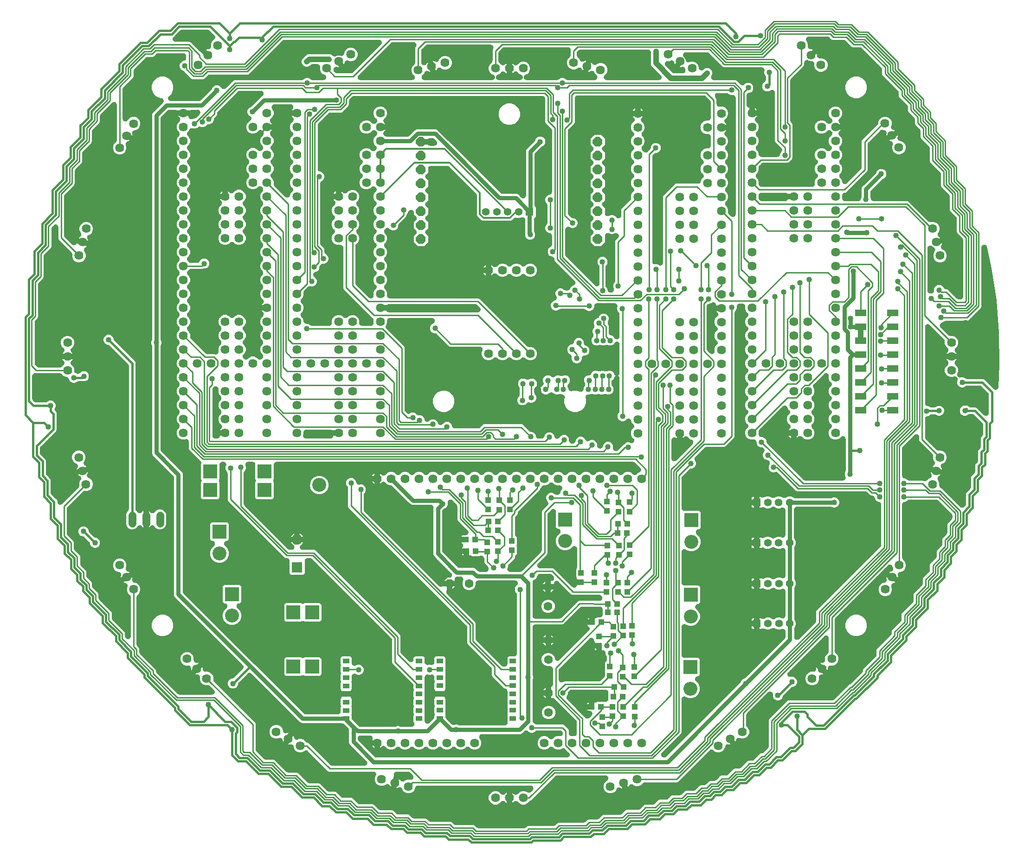
<source format=gbl>
G04 EAGLE Gerber X2 export*
G75*
%MOMM*%
%FSLAX34Y34*%
%LPD*%
%AMOC8*
5,1,8,0,0,1.08239X$1,22.5*%
G01*
%ADD10C,1.625600*%
%ADD11R,2.550000X2.550000*%
%ADD12C,2.550000*%
%ADD13C,1.409600*%
%ADD14C,1.930400*%
%ADD15R,1.930400X1.930400*%
%ADD16R,2.552700X2.552700*%
%ADD17P,1.924489X8X112.500000*%
%ADD18R,1.200000X0.900000*%
%ADD19R,1.000000X1.100000*%
%ADD20R,1.100000X1.000000*%
%ADD21P,1.732040X8X202.500000*%
%ADD22C,1.600200*%
%ADD23P,1.732040X8X112.500000*%
%ADD24R,1.409600X1.409600*%
%ADD25C,1.409600*%
%ADD26R,2.032000X1.270000*%
%ADD27C,1.016000*%
%ADD28C,0.254000*%
%ADD29C,0.762000*%
%ADD30C,3.556000*%
%ADD31C,2.540000*%
%ADD32C,0.406400*%
%ADD33C,1.016000*%
%ADD34C,0.304800*%

G36*
X927037Y38359D02*
X927037Y38359D01*
X927110Y38357D01*
X927355Y38379D01*
X927600Y38395D01*
X927672Y38408D01*
X927745Y38415D01*
X927985Y38468D01*
X928226Y38514D01*
X928296Y38537D01*
X928367Y38552D01*
X928598Y38635D01*
X928832Y38711D01*
X928898Y38742D01*
X928967Y38766D01*
X929186Y38877D01*
X929409Y38982D01*
X929470Y39021D01*
X929535Y39054D01*
X929739Y39191D01*
X929947Y39323D01*
X930003Y39369D01*
X930064Y39410D01*
X930237Y39563D01*
X930438Y39728D01*
X930495Y39789D01*
X930556Y39842D01*
X932066Y41353D01*
X934027Y42165D01*
X980304Y42165D01*
X980377Y42169D01*
X980450Y42167D01*
X980695Y42189D01*
X980940Y42205D01*
X981012Y42218D01*
X981085Y42225D01*
X981325Y42278D01*
X981566Y42324D01*
X981636Y42347D01*
X981707Y42362D01*
X981938Y42445D01*
X982172Y42521D01*
X982238Y42552D01*
X982307Y42576D01*
X982526Y42687D01*
X982749Y42792D01*
X982810Y42831D01*
X982875Y42864D01*
X983079Y43001D01*
X983287Y43133D01*
X983343Y43179D01*
X983404Y43220D01*
X983577Y43373D01*
X983778Y43538D01*
X983835Y43599D01*
X983896Y43652D01*
X987946Y47703D01*
X989907Y48515D01*
X1035676Y48515D01*
X1035749Y48519D01*
X1035822Y48517D01*
X1036067Y48539D01*
X1036312Y48555D01*
X1036384Y48568D01*
X1036457Y48575D01*
X1036697Y48628D01*
X1036938Y48674D01*
X1037008Y48697D01*
X1037079Y48712D01*
X1037310Y48795D01*
X1037544Y48871D01*
X1037610Y48902D01*
X1037679Y48926D01*
X1037898Y49037D01*
X1038121Y49142D01*
X1038182Y49181D01*
X1038247Y49214D01*
X1038451Y49351D01*
X1038659Y49483D01*
X1038715Y49529D01*
X1038776Y49570D01*
X1038949Y49723D01*
X1039150Y49888D01*
X1039207Y49949D01*
X1039268Y50002D01*
X1042556Y53291D01*
X1044517Y54103D01*
X1059552Y54103D01*
X1059625Y54107D01*
X1059698Y54105D01*
X1059943Y54127D01*
X1060188Y54143D01*
X1060260Y54156D01*
X1060333Y54163D01*
X1060573Y54216D01*
X1060814Y54262D01*
X1060884Y54285D01*
X1060955Y54300D01*
X1061186Y54383D01*
X1061420Y54459D01*
X1061486Y54490D01*
X1061555Y54514D01*
X1061774Y54625D01*
X1061997Y54730D01*
X1062058Y54769D01*
X1062123Y54802D01*
X1062327Y54939D01*
X1062535Y55071D01*
X1062591Y55117D01*
X1062652Y55158D01*
X1062825Y55311D01*
X1063026Y55476D01*
X1063083Y55537D01*
X1063144Y55590D01*
X1069480Y61927D01*
X1071441Y62739D01*
X1101970Y62739D01*
X1102043Y62743D01*
X1102116Y62741D01*
X1102361Y62763D01*
X1102606Y62779D01*
X1102678Y62792D01*
X1102751Y62799D01*
X1102991Y62852D01*
X1103232Y62898D01*
X1103302Y62921D01*
X1103373Y62936D01*
X1103604Y63019D01*
X1103838Y63095D01*
X1103904Y63126D01*
X1103973Y63150D01*
X1104192Y63261D01*
X1104415Y63366D01*
X1104476Y63405D01*
X1104541Y63438D01*
X1104745Y63575D01*
X1104953Y63707D01*
X1105009Y63753D01*
X1105070Y63794D01*
X1105243Y63947D01*
X1105444Y64112D01*
X1105501Y64173D01*
X1105562Y64226D01*
X1112152Y70817D01*
X1114113Y71629D01*
X1134482Y71629D01*
X1134555Y71633D01*
X1134628Y71631D01*
X1134873Y71653D01*
X1135118Y71669D01*
X1135190Y71682D01*
X1135263Y71689D01*
X1135503Y71742D01*
X1135744Y71788D01*
X1135814Y71811D01*
X1135885Y71826D01*
X1136116Y71909D01*
X1136350Y71985D01*
X1136416Y72016D01*
X1136485Y72040D01*
X1136704Y72151D01*
X1136927Y72256D01*
X1136988Y72295D01*
X1137053Y72328D01*
X1137257Y72465D01*
X1137465Y72597D01*
X1137521Y72643D01*
X1137582Y72684D01*
X1137755Y72837D01*
X1137956Y73002D01*
X1138013Y73063D01*
X1138074Y73116D01*
X1145426Y80469D01*
X1147387Y81281D01*
X1161914Y81281D01*
X1161987Y81285D01*
X1162060Y81283D01*
X1162305Y81305D01*
X1162550Y81321D01*
X1162622Y81334D01*
X1162695Y81341D01*
X1162935Y81394D01*
X1163176Y81440D01*
X1163246Y81463D01*
X1163317Y81478D01*
X1163548Y81561D01*
X1163782Y81637D01*
X1163848Y81668D01*
X1163917Y81692D01*
X1164136Y81803D01*
X1164359Y81908D01*
X1164420Y81947D01*
X1164485Y81980D01*
X1164689Y82117D01*
X1164897Y82249D01*
X1164953Y82295D01*
X1165014Y82336D01*
X1165187Y82489D01*
X1165388Y82654D01*
X1165445Y82715D01*
X1165506Y82768D01*
X1172096Y89359D01*
X1174057Y90171D01*
X1186044Y90171D01*
X1186117Y90175D01*
X1186190Y90173D01*
X1186435Y90195D01*
X1186680Y90211D01*
X1186752Y90224D01*
X1186825Y90231D01*
X1187065Y90284D01*
X1187306Y90330D01*
X1187376Y90353D01*
X1187447Y90368D01*
X1187678Y90451D01*
X1187912Y90527D01*
X1187978Y90558D01*
X1188047Y90582D01*
X1188266Y90693D01*
X1188489Y90798D01*
X1188550Y90837D01*
X1188615Y90870D01*
X1188819Y91007D01*
X1189027Y91139D01*
X1189083Y91185D01*
X1189144Y91226D01*
X1189317Y91379D01*
X1189518Y91544D01*
X1189575Y91605D01*
X1189636Y91658D01*
X1195718Y97741D01*
X1197679Y98553D01*
X1210936Y98553D01*
X1211009Y98557D01*
X1211082Y98555D01*
X1211327Y98577D01*
X1211572Y98593D01*
X1211644Y98606D01*
X1211717Y98613D01*
X1211957Y98666D01*
X1212198Y98712D01*
X1212268Y98735D01*
X1212339Y98750D01*
X1212570Y98833D01*
X1212804Y98909D01*
X1212870Y98940D01*
X1212939Y98964D01*
X1213158Y99075D01*
X1213381Y99180D01*
X1213442Y99219D01*
X1213507Y99252D01*
X1213711Y99389D01*
X1213919Y99521D01*
X1213975Y99567D01*
X1214036Y99608D01*
X1214209Y99761D01*
X1214410Y99926D01*
X1214467Y99987D01*
X1214528Y100040D01*
X1220356Y105869D01*
X1222317Y106681D01*
X1236082Y106681D01*
X1236155Y106685D01*
X1236228Y106683D01*
X1236473Y106705D01*
X1236718Y106721D01*
X1236790Y106734D01*
X1236863Y106741D01*
X1237103Y106794D01*
X1237344Y106840D01*
X1237414Y106863D01*
X1237485Y106878D01*
X1237716Y106961D01*
X1237950Y107037D01*
X1238016Y107068D01*
X1238085Y107092D01*
X1238304Y107203D01*
X1238527Y107308D01*
X1238588Y107347D01*
X1238653Y107380D01*
X1238857Y107517D01*
X1239065Y107649D01*
X1239121Y107695D01*
X1239182Y107736D01*
X1239355Y107889D01*
X1239556Y108054D01*
X1239613Y108115D01*
X1239674Y108168D01*
X1245319Y113813D01*
X1245319Y113814D01*
X1247534Y116029D01*
X1249495Y116841D01*
X1255386Y116841D01*
X1255459Y116845D01*
X1255532Y116843D01*
X1255777Y116865D01*
X1256022Y116881D01*
X1256094Y116894D01*
X1256166Y116901D01*
X1256407Y116954D01*
X1256648Y117000D01*
X1256717Y117022D01*
X1256789Y117038D01*
X1257020Y117121D01*
X1257254Y117197D01*
X1257320Y117228D01*
X1257389Y117252D01*
X1257608Y117363D01*
X1257831Y117468D01*
X1257892Y117507D01*
X1257957Y117540D01*
X1258161Y117677D01*
X1258369Y117809D01*
X1258425Y117855D01*
X1258486Y117896D01*
X1258659Y118048D01*
X1258860Y118214D01*
X1258917Y118275D01*
X1258978Y118328D01*
X1262337Y121687D01*
X1262337Y121688D01*
X1264552Y123903D01*
X1266513Y124715D01*
X1273928Y124715D01*
X1274001Y124719D01*
X1274074Y124717D01*
X1274319Y124739D01*
X1274564Y124755D01*
X1274636Y124768D01*
X1274709Y124775D01*
X1274949Y124828D01*
X1275190Y124874D01*
X1275259Y124896D01*
X1275331Y124912D01*
X1275562Y124995D01*
X1275796Y125071D01*
X1275862Y125102D01*
X1275931Y125126D01*
X1276150Y125237D01*
X1276373Y125342D01*
X1276434Y125381D01*
X1276499Y125414D01*
X1276703Y125551D01*
X1276911Y125683D01*
X1276967Y125729D01*
X1277028Y125770D01*
X1277201Y125923D01*
X1277402Y126088D01*
X1277459Y126149D01*
X1277520Y126202D01*
X1282657Y131339D01*
X1282657Y131340D01*
X1284872Y133555D01*
X1286833Y134367D01*
X1295264Y134367D01*
X1295337Y134371D01*
X1295410Y134369D01*
X1295655Y134391D01*
X1295900Y134407D01*
X1295972Y134420D01*
X1296045Y134427D01*
X1296285Y134480D01*
X1296526Y134526D01*
X1296595Y134548D01*
X1296667Y134564D01*
X1296898Y134647D01*
X1297132Y134723D01*
X1297198Y134754D01*
X1297267Y134778D01*
X1297486Y134889D01*
X1297709Y134994D01*
X1297770Y135033D01*
X1297835Y135066D01*
X1298039Y135203D01*
X1298247Y135335D01*
X1298303Y135381D01*
X1298364Y135422D01*
X1298537Y135575D01*
X1298738Y135740D01*
X1298795Y135801D01*
X1298856Y135854D01*
X1307041Y144039D01*
X1307041Y144040D01*
X1309256Y146255D01*
X1311217Y147067D01*
X1318886Y147067D01*
X1318959Y147071D01*
X1319032Y147069D01*
X1319277Y147091D01*
X1319522Y147107D01*
X1319594Y147120D01*
X1319667Y147127D01*
X1319907Y147180D01*
X1320148Y147226D01*
X1320217Y147248D01*
X1320289Y147264D01*
X1320520Y147347D01*
X1320754Y147423D01*
X1320820Y147454D01*
X1320889Y147478D01*
X1321108Y147589D01*
X1321331Y147694D01*
X1321392Y147733D01*
X1321457Y147766D01*
X1321661Y147903D01*
X1321869Y148035D01*
X1321925Y148081D01*
X1321986Y148122D01*
X1322159Y148275D01*
X1322360Y148440D01*
X1322417Y148501D01*
X1322478Y148554D01*
X1332441Y158517D01*
X1332441Y158518D01*
X1334656Y160733D01*
X1336617Y161545D01*
X1343016Y161545D01*
X1343089Y161549D01*
X1343162Y161547D01*
X1343407Y161569D01*
X1343652Y161585D01*
X1343724Y161598D01*
X1343797Y161605D01*
X1344037Y161658D01*
X1344278Y161704D01*
X1344348Y161727D01*
X1344419Y161742D01*
X1344650Y161825D01*
X1344884Y161901D01*
X1344950Y161932D01*
X1345019Y161956D01*
X1345238Y162067D01*
X1345461Y162172D01*
X1345522Y162211D01*
X1345587Y162244D01*
X1345791Y162381D01*
X1345999Y162513D01*
X1346055Y162559D01*
X1346116Y162600D01*
X1346289Y162753D01*
X1346490Y162918D01*
X1346547Y162979D01*
X1346608Y163032D01*
X1357770Y174195D01*
X1359731Y175007D01*
X1360451Y175007D01*
X1360524Y175011D01*
X1360597Y175009D01*
X1360842Y175031D01*
X1361087Y175047D01*
X1361158Y175060D01*
X1361231Y175067D01*
X1361471Y175120D01*
X1361713Y175166D01*
X1361782Y175189D01*
X1361853Y175204D01*
X1362084Y175287D01*
X1362319Y175363D01*
X1362385Y175394D01*
X1362453Y175418D01*
X1362672Y175529D01*
X1362895Y175634D01*
X1362957Y175673D01*
X1363022Y175706D01*
X1363225Y175843D01*
X1363433Y175975D01*
X1363490Y176021D01*
X1363550Y176062D01*
X1363724Y176215D01*
X1363925Y176380D01*
X1363982Y176441D01*
X1364042Y176494D01*
X1371636Y184088D01*
X1371684Y184142D01*
X1371737Y184192D01*
X1371895Y184381D01*
X1372057Y184566D01*
X1372098Y184626D01*
X1372145Y184682D01*
X1372277Y184889D01*
X1372415Y185092D01*
X1372448Y185157D01*
X1372488Y185219D01*
X1372593Y185441D01*
X1372705Y185660D01*
X1372729Y185729D01*
X1372761Y185795D01*
X1372837Y186028D01*
X1372921Y186259D01*
X1372937Y186331D01*
X1372960Y186400D01*
X1373006Y186641D01*
X1373060Y186881D01*
X1373067Y186954D01*
X1373081Y187025D01*
X1373096Y187257D01*
X1373121Y187515D01*
X1373118Y187599D01*
X1373123Y187679D01*
X1373123Y235397D01*
X1373935Y237358D01*
X1407326Y270748D01*
X1409287Y271561D01*
X1488846Y271561D01*
X1488919Y271565D01*
X1488992Y271563D01*
X1489237Y271585D01*
X1489482Y271601D01*
X1489554Y271614D01*
X1489626Y271621D01*
X1489867Y271674D01*
X1490108Y271720D01*
X1490177Y271742D01*
X1490249Y271758D01*
X1490480Y271840D01*
X1490714Y271917D01*
X1490780Y271948D01*
X1490849Y271972D01*
X1491068Y272083D01*
X1491291Y272188D01*
X1491352Y272227D01*
X1491417Y272260D01*
X1491621Y272397D01*
X1491829Y272529D01*
X1491885Y272575D01*
X1491946Y272616D01*
X1492119Y272768D01*
X1492320Y272934D01*
X1492377Y272995D01*
X1492438Y273048D01*
X1519568Y300179D01*
X1521670Y301049D01*
X1521699Y301063D01*
X1521729Y301074D01*
X1521984Y301203D01*
X1522242Y301329D01*
X1522269Y301347D01*
X1522297Y301361D01*
X1522535Y301522D01*
X1522775Y301679D01*
X1522799Y301700D01*
X1522825Y301718D01*
X1523014Y301883D01*
X1523259Y302093D01*
X1523287Y302124D01*
X1523318Y302150D01*
X1543848Y322680D01*
X1543896Y322735D01*
X1543949Y322785D01*
X1544106Y322974D01*
X1544269Y323158D01*
X1544310Y323218D01*
X1544357Y323275D01*
X1544489Y323482D01*
X1544627Y323685D01*
X1544660Y323750D01*
X1544700Y323811D01*
X1544805Y324033D01*
X1544917Y324253D01*
X1544941Y324321D01*
X1544973Y324387D01*
X1545049Y324621D01*
X1545133Y324852D01*
X1545149Y324923D01*
X1545172Y324992D01*
X1545218Y325234D01*
X1545272Y325474D01*
X1545279Y325546D01*
X1545293Y325618D01*
X1545308Y325849D01*
X1545333Y326108D01*
X1545330Y326191D01*
X1545335Y326272D01*
X1545335Y327083D01*
X1546147Y329044D01*
X1568740Y351636D01*
X1568788Y351691D01*
X1568841Y351741D01*
X1568999Y351930D01*
X1569161Y352114D01*
X1569202Y352174D01*
X1569249Y352231D01*
X1569381Y352438D01*
X1569519Y352641D01*
X1569552Y352706D01*
X1569592Y352767D01*
X1569697Y352989D01*
X1569809Y353209D01*
X1569833Y353277D01*
X1569865Y353343D01*
X1569941Y353577D01*
X1570025Y353808D01*
X1570041Y353879D01*
X1570064Y353948D01*
X1570110Y354190D01*
X1570164Y354430D01*
X1570171Y354502D01*
X1570185Y354574D01*
X1570200Y354805D01*
X1570225Y355064D01*
X1570222Y355147D01*
X1570227Y355228D01*
X1570227Y363659D01*
X1571039Y365620D01*
X1596426Y391006D01*
X1596474Y391061D01*
X1596527Y391111D01*
X1596685Y391300D01*
X1596847Y391484D01*
X1596888Y391544D01*
X1596935Y391601D01*
X1597067Y391808D01*
X1597205Y392011D01*
X1597238Y392076D01*
X1597278Y392137D01*
X1597383Y392359D01*
X1597495Y392579D01*
X1597519Y392647D01*
X1597551Y392713D01*
X1597627Y392947D01*
X1597711Y393178D01*
X1597727Y393249D01*
X1597750Y393318D01*
X1597796Y393560D01*
X1597850Y393800D01*
X1597857Y393872D01*
X1597871Y393944D01*
X1597886Y394175D01*
X1597911Y394434D01*
X1597908Y394517D01*
X1597913Y394598D01*
X1597913Y398203D01*
X1598725Y400164D01*
X1614460Y415898D01*
X1614508Y415953D01*
X1614561Y416003D01*
X1614719Y416192D01*
X1614881Y416376D01*
X1614922Y416436D01*
X1614969Y416493D01*
X1615101Y416700D01*
X1615239Y416903D01*
X1615272Y416968D01*
X1615312Y417029D01*
X1615417Y417251D01*
X1615529Y417471D01*
X1615553Y417539D01*
X1615585Y417605D01*
X1615661Y417839D01*
X1615745Y418070D01*
X1615761Y418141D01*
X1615784Y418210D01*
X1615830Y418452D01*
X1615884Y418692D01*
X1615891Y418764D01*
X1615905Y418836D01*
X1615920Y419067D01*
X1615945Y419326D01*
X1615942Y419409D01*
X1615947Y419490D01*
X1615947Y428683D01*
X1616759Y430644D01*
X1635796Y449680D01*
X1635844Y449735D01*
X1635897Y449785D01*
X1636055Y449974D01*
X1636217Y450158D01*
X1636258Y450218D01*
X1636305Y450275D01*
X1636437Y450482D01*
X1636575Y450685D01*
X1636608Y450750D01*
X1636648Y450811D01*
X1636753Y451033D01*
X1636865Y451253D01*
X1636889Y451321D01*
X1636921Y451387D01*
X1636997Y451621D01*
X1637081Y451852D01*
X1637097Y451923D01*
X1637120Y451992D01*
X1637166Y452234D01*
X1637220Y452474D01*
X1637227Y452546D01*
X1637241Y452618D01*
X1637256Y452849D01*
X1637281Y453108D01*
X1637278Y453191D01*
X1637283Y453272D01*
X1637283Y465005D01*
X1638095Y466966D01*
X1653068Y481938D01*
X1653116Y481993D01*
X1653169Y482043D01*
X1653327Y482232D01*
X1653489Y482416D01*
X1653530Y482476D01*
X1653577Y482533D01*
X1653709Y482740D01*
X1653847Y482943D01*
X1653880Y483008D01*
X1653920Y483069D01*
X1654025Y483291D01*
X1654137Y483511D01*
X1654161Y483579D01*
X1654193Y483645D01*
X1654269Y483879D01*
X1654353Y484110D01*
X1654369Y484181D01*
X1654392Y484250D01*
X1654438Y484491D01*
X1654492Y484732D01*
X1654499Y484804D01*
X1654513Y484876D01*
X1654528Y485106D01*
X1654553Y485366D01*
X1654550Y485449D01*
X1654555Y485530D01*
X1654555Y493707D01*
X1655367Y495668D01*
X1666022Y506322D01*
X1666070Y506377D01*
X1666123Y506427D01*
X1666281Y506616D01*
X1666443Y506800D01*
X1666484Y506860D01*
X1666531Y506917D01*
X1666663Y507124D01*
X1666801Y507327D01*
X1666834Y507392D01*
X1666874Y507453D01*
X1666979Y507675D01*
X1667091Y507895D01*
X1667115Y507963D01*
X1667147Y508029D01*
X1667223Y508263D01*
X1667307Y508494D01*
X1667323Y508565D01*
X1667346Y508634D01*
X1667392Y508876D01*
X1667446Y509116D01*
X1667453Y509188D01*
X1667467Y509260D01*
X1667482Y509491D01*
X1667507Y509750D01*
X1667504Y509833D01*
X1667509Y509914D01*
X1667509Y519361D01*
X1668321Y521322D01*
X1678214Y531214D01*
X1678262Y531269D01*
X1678315Y531319D01*
X1678473Y531508D01*
X1678635Y531692D01*
X1678676Y531752D01*
X1678723Y531809D01*
X1678855Y532016D01*
X1678993Y532219D01*
X1679026Y532284D01*
X1679066Y532345D01*
X1679171Y532567D01*
X1679283Y532787D01*
X1679307Y532855D01*
X1679339Y532921D01*
X1679415Y533155D01*
X1679499Y533386D01*
X1679515Y533457D01*
X1679538Y533526D01*
X1679584Y533768D01*
X1679638Y534008D01*
X1679645Y534080D01*
X1679659Y534152D01*
X1679674Y534383D01*
X1679699Y534642D01*
X1679696Y534725D01*
X1679701Y534806D01*
X1679701Y543491D01*
X1680513Y545452D01*
X1682728Y547667D01*
X1682729Y547667D01*
X1688374Y553312D01*
X1688422Y553367D01*
X1688475Y553417D01*
X1688633Y553606D01*
X1688795Y553790D01*
X1688836Y553850D01*
X1688883Y553906D01*
X1689015Y554114D01*
X1689153Y554317D01*
X1689186Y554382D01*
X1689226Y554443D01*
X1689331Y554665D01*
X1689443Y554884D01*
X1689467Y554953D01*
X1689499Y555019D01*
X1689575Y555253D01*
X1689659Y555484D01*
X1689675Y555555D01*
X1689698Y555624D01*
X1689744Y555866D01*
X1689798Y556106D01*
X1689805Y556178D01*
X1689819Y556250D01*
X1689834Y556481D01*
X1689859Y556740D01*
X1689856Y556823D01*
X1689861Y556904D01*
X1689861Y565843D01*
X1690673Y567804D01*
X1692888Y570019D01*
X1692889Y570019D01*
X1697518Y574648D01*
X1697566Y574703D01*
X1697619Y574753D01*
X1697776Y574942D01*
X1697939Y575126D01*
X1697980Y575186D01*
X1698027Y575243D01*
X1698159Y575450D01*
X1698297Y575653D01*
X1698330Y575718D01*
X1698370Y575779D01*
X1698475Y576002D01*
X1698587Y576221D01*
X1698611Y576289D01*
X1698643Y576355D01*
X1698719Y576588D01*
X1698803Y576820D01*
X1698819Y576891D01*
X1698842Y576960D01*
X1698888Y577201D01*
X1698942Y577442D01*
X1698949Y577514D01*
X1698963Y577586D01*
X1698978Y577817D01*
X1699003Y578076D01*
X1699000Y578159D01*
X1699005Y578240D01*
X1699005Y593021D01*
X1699817Y594982D01*
X1706916Y602080D01*
X1706964Y602135D01*
X1707017Y602185D01*
X1707174Y602374D01*
X1707337Y602558D01*
X1707378Y602618D01*
X1707425Y602674D01*
X1707557Y602881D01*
X1707695Y603085D01*
X1707728Y603150D01*
X1707768Y603211D01*
X1707873Y603434D01*
X1707985Y603652D01*
X1708009Y603721D01*
X1708041Y603787D01*
X1708118Y604021D01*
X1708201Y604252D01*
X1708217Y604323D01*
X1708240Y604392D01*
X1708286Y604634D01*
X1708340Y604874D01*
X1708347Y604946D01*
X1708361Y605018D01*
X1708376Y605249D01*
X1708401Y605508D01*
X1708398Y605591D01*
X1708403Y605672D01*
X1708403Y609027D01*
X1708399Y609100D01*
X1708401Y609173D01*
X1708379Y609418D01*
X1708363Y609663D01*
X1708350Y609735D01*
X1708343Y609808D01*
X1708290Y610048D01*
X1708244Y610289D01*
X1708221Y610359D01*
X1708206Y610430D01*
X1708123Y610661D01*
X1708047Y610895D01*
X1708016Y610961D01*
X1707992Y611030D01*
X1707881Y611249D01*
X1707776Y611472D01*
X1707737Y611533D01*
X1707704Y611598D01*
X1707567Y611802D01*
X1707435Y612010D01*
X1707389Y612066D01*
X1707348Y612127D01*
X1707196Y612300D01*
X1707030Y612501D01*
X1706969Y612558D01*
X1706916Y612619D01*
X1682774Y636760D01*
X1682720Y636808D01*
X1682670Y636862D01*
X1682480Y637019D01*
X1682296Y637182D01*
X1682236Y637223D01*
X1682180Y637269D01*
X1681973Y637402D01*
X1681769Y637540D01*
X1681704Y637573D01*
X1681643Y637612D01*
X1681421Y637718D01*
X1681202Y637829D01*
X1681133Y637854D01*
X1681067Y637885D01*
X1680833Y637962D01*
X1680602Y638045D01*
X1680531Y638061D01*
X1680462Y638084D01*
X1680221Y638131D01*
X1679981Y638185D01*
X1679908Y638192D01*
X1679836Y638206D01*
X1679605Y638221D01*
X1679347Y638245D01*
X1679263Y638243D01*
X1679183Y638248D01*
X1629464Y638248D01*
X1629391Y638243D01*
X1629318Y638246D01*
X1629073Y638223D01*
X1628828Y638208D01*
X1628756Y638194D01*
X1628683Y638188D01*
X1628443Y638135D01*
X1628202Y638089D01*
X1628133Y638066D01*
X1628061Y638050D01*
X1627830Y637968D01*
X1627596Y637892D01*
X1627530Y637861D01*
X1627461Y637836D01*
X1627242Y637726D01*
X1627019Y637621D01*
X1626958Y637582D01*
X1626893Y637549D01*
X1626689Y637412D01*
X1626481Y637280D01*
X1626425Y637233D01*
X1626364Y637193D01*
X1626191Y637040D01*
X1625990Y636874D01*
X1625933Y636813D01*
X1625872Y636760D01*
X1624942Y635830D01*
X1621558Y634428D01*
X1621484Y634428D01*
X1621322Y634408D01*
X1621158Y634398D01*
X1621006Y634369D01*
X1620852Y634350D01*
X1620693Y634309D01*
X1620532Y634279D01*
X1620385Y634231D01*
X1620235Y634193D01*
X1620082Y634133D01*
X1619926Y634082D01*
X1619786Y634016D01*
X1619642Y633959D01*
X1619498Y633881D01*
X1619350Y633811D01*
X1619219Y633728D01*
X1619083Y633654D01*
X1618950Y633558D01*
X1618811Y633470D01*
X1618692Y633371D01*
X1618566Y633281D01*
X1618447Y633169D01*
X1618320Y633064D01*
X1618214Y632951D01*
X1618101Y632846D01*
X1617996Y632720D01*
X1617884Y632600D01*
X1617792Y632475D01*
X1617693Y632356D01*
X1617605Y632218D01*
X1617509Y632085D01*
X1617434Y631949D01*
X1617350Y631819D01*
X1617280Y631671D01*
X1617201Y631527D01*
X1617144Y631383D01*
X1617077Y631243D01*
X1617026Y631087D01*
X1616966Y630935D01*
X1616927Y630785D01*
X1616878Y630638D01*
X1616847Y630477D01*
X1616806Y630318D01*
X1616787Y630165D01*
X1616757Y630012D01*
X1616747Y629854D01*
X1616725Y629686D01*
X1616725Y629517D01*
X1616715Y629359D01*
X1616715Y532579D01*
X1616719Y532506D01*
X1616717Y532434D01*
X1616739Y532189D01*
X1616755Y531943D01*
X1616768Y531872D01*
X1616775Y531799D01*
X1616828Y531559D01*
X1616874Y531318D01*
X1616897Y531248D01*
X1616912Y531177D01*
X1616995Y530946D01*
X1617071Y530712D01*
X1617102Y530645D01*
X1617126Y530577D01*
X1617237Y530357D01*
X1617342Y530135D01*
X1617381Y530073D01*
X1617414Y530008D01*
X1617551Y529805D01*
X1617683Y529597D01*
X1617729Y529540D01*
X1617770Y529480D01*
X1617923Y529306D01*
X1618088Y529106D01*
X1618149Y529048D01*
X1618202Y528988D01*
X1621716Y525474D01*
X1623573Y520992D01*
X1623573Y516142D01*
X1621716Y511660D01*
X1618287Y508231D01*
X1613805Y506374D01*
X1613703Y506374D01*
X1613392Y506355D01*
X1613074Y506335D01*
X1613071Y506335D01*
X1613067Y506334D01*
X1612765Y506277D01*
X1612448Y506217D01*
X1612445Y506216D01*
X1612441Y506215D01*
X1612144Y506119D01*
X1611842Y506021D01*
X1611839Y506020D01*
X1611835Y506018D01*
X1611551Y505885D01*
X1611265Y505751D01*
X1611262Y505749D01*
X1611259Y505747D01*
X1610998Y505582D01*
X1610726Y505411D01*
X1610724Y505408D01*
X1610721Y505406D01*
X1610475Y505203D01*
X1610235Y505006D01*
X1610232Y505003D01*
X1610229Y505001D01*
X1610009Y504766D01*
X1609797Y504542D01*
X1609795Y504539D01*
X1609793Y504537D01*
X1609600Y504272D01*
X1609422Y504028D01*
X1609420Y504025D01*
X1609418Y504022D01*
X1609262Y503739D01*
X1609113Y503470D01*
X1609112Y503467D01*
X1609110Y503464D01*
X1608991Y503164D01*
X1608877Y502878D01*
X1608876Y502875D01*
X1608875Y502872D01*
X1608796Y502567D01*
X1608717Y502262D01*
X1608716Y502258D01*
X1608715Y502255D01*
X1608674Y501931D01*
X1608635Y501630D01*
X1608635Y501626D01*
X1608634Y501623D01*
X1608634Y501298D01*
X1608633Y500993D01*
X1608633Y500989D01*
X1608633Y500986D01*
X1608674Y500656D01*
X1608711Y500360D01*
X1608711Y500357D01*
X1608712Y500353D01*
X1608869Y499736D01*
X1608871Y499731D01*
X1608872Y499725D01*
X1609086Y499068D01*
X1609349Y497410D01*
X1609349Y496276D01*
X1601220Y500969D01*
X1601219Y500969D01*
X1593064Y505677D01*
X1593088Y505695D01*
X1594585Y506457D01*
X1596182Y506976D01*
X1596201Y506979D01*
X1596314Y507004D01*
X1596429Y507020D01*
X1596625Y507074D01*
X1596823Y507118D01*
X1596932Y507157D01*
X1597044Y507188D01*
X1597232Y507265D01*
X1597422Y507334D01*
X1597525Y507386D01*
X1597633Y507430D01*
X1597810Y507531D01*
X1597990Y507623D01*
X1598086Y507688D01*
X1598187Y507745D01*
X1598350Y507867D01*
X1598517Y507980D01*
X1598604Y508057D01*
X1598697Y508126D01*
X1598844Y508268D01*
X1598996Y508401D01*
X1599072Y508488D01*
X1599156Y508569D01*
X1599283Y508727D01*
X1599417Y508879D01*
X1599483Y508975D01*
X1599555Y509065D01*
X1599662Y509238D01*
X1599776Y509406D01*
X1599829Y509509D01*
X1599890Y509608D01*
X1599973Y509792D01*
X1600066Y509973D01*
X1600105Y510082D01*
X1600153Y510188D01*
X1600214Y510381D01*
X1600282Y510572D01*
X1600308Y510685D01*
X1600342Y510796D01*
X1600378Y510996D01*
X1600422Y511194D01*
X1600433Y511309D01*
X1600454Y511423D01*
X1600464Y511626D01*
X1600483Y511828D01*
X1600480Y511944D01*
X1600486Y512060D01*
X1600470Y512262D01*
X1600464Y512465D01*
X1600446Y512579D01*
X1600438Y512695D01*
X1600397Y512894D01*
X1600366Y513094D01*
X1600334Y513205D01*
X1600311Y513319D01*
X1600248Y513504D01*
X1600189Y513707D01*
X1600139Y513824D01*
X1600099Y513940D01*
X1598953Y516708D01*
X1598867Y516884D01*
X1598789Y517064D01*
X1598727Y517170D01*
X1598672Y517280D01*
X1598565Y517444D01*
X1598465Y517613D01*
X1598390Y517710D01*
X1598323Y517813D01*
X1598196Y517962D01*
X1598076Y518117D01*
X1597989Y518204D01*
X1597909Y518298D01*
X1597764Y518430D01*
X1597626Y518568D01*
X1597529Y518644D01*
X1597438Y518727D01*
X1597278Y518839D01*
X1597123Y518960D01*
X1597018Y519022D01*
X1596917Y519093D01*
X1596744Y519185D01*
X1596576Y519285D01*
X1596463Y519334D01*
X1596354Y519392D01*
X1596171Y519461D01*
X1595991Y519539D01*
X1595874Y519574D01*
X1595758Y519618D01*
X1595568Y519664D01*
X1595380Y519719D01*
X1595259Y519738D01*
X1595139Y519767D01*
X1594944Y519789D01*
X1594751Y519820D01*
X1594628Y519824D01*
X1594506Y519838D01*
X1594310Y519835D01*
X1594114Y519842D01*
X1593992Y519830D01*
X1593869Y519829D01*
X1593675Y519801D01*
X1593480Y519783D01*
X1593360Y519757D01*
X1593238Y519740D01*
X1593049Y519688D01*
X1592858Y519646D01*
X1592742Y519605D01*
X1592623Y519573D01*
X1592442Y519498D01*
X1592257Y519432D01*
X1592148Y519377D01*
X1592034Y519330D01*
X1591863Y519233D01*
X1591689Y519145D01*
X1591587Y519076D01*
X1591480Y519015D01*
X1591323Y518898D01*
X1591161Y518788D01*
X1591070Y518709D01*
X1590970Y518634D01*
X1590816Y518486D01*
X1590668Y518356D01*
X1495193Y422880D01*
X1495145Y422826D01*
X1495091Y422776D01*
X1494982Y422645D01*
X1494884Y422540D01*
X1494841Y422481D01*
X1494772Y422403D01*
X1494731Y422342D01*
X1494684Y422286D01*
X1494577Y422119D01*
X1494509Y422025D01*
X1494482Y421977D01*
X1494413Y421876D01*
X1494380Y421811D01*
X1494341Y421749D01*
X1494244Y421545D01*
X1494201Y421467D01*
X1494187Y421433D01*
X1494124Y421308D01*
X1494099Y421239D01*
X1494068Y421174D01*
X1493991Y420940D01*
X1493987Y420929D01*
X1493966Y420875D01*
X1493961Y420855D01*
X1493908Y420709D01*
X1493892Y420638D01*
X1493869Y420568D01*
X1493822Y420327D01*
X1493809Y420270D01*
X1493806Y420258D01*
X1493806Y420254D01*
X1493768Y420087D01*
X1493761Y420014D01*
X1493748Y419943D01*
X1493733Y419711D01*
X1493708Y419453D01*
X1493710Y419369D01*
X1493705Y419289D01*
X1493705Y361663D01*
X1493710Y361590D01*
X1493707Y361517D01*
X1493730Y361272D01*
X1493745Y361027D01*
X1493759Y360955D01*
X1493766Y360883D01*
X1493819Y360642D01*
X1493864Y360401D01*
X1493887Y360332D01*
X1493903Y360260D01*
X1493985Y360029D01*
X1494061Y359795D01*
X1494092Y359729D01*
X1494117Y359660D01*
X1494227Y359441D01*
X1494332Y359218D01*
X1494371Y359157D01*
X1494404Y359092D01*
X1494541Y358888D01*
X1494673Y358680D01*
X1494720Y358624D01*
X1494760Y358563D01*
X1494913Y358390D01*
X1495079Y358189D01*
X1495140Y358132D01*
X1495193Y358071D01*
X1498707Y354557D01*
X1500563Y350076D01*
X1500563Y345225D01*
X1498707Y340744D01*
X1495277Y337314D01*
X1490796Y335458D01*
X1486158Y335458D01*
X1486003Y335448D01*
X1485848Y335448D01*
X1485686Y335428D01*
X1485522Y335418D01*
X1485370Y335389D01*
X1485216Y335370D01*
X1485057Y335329D01*
X1484896Y335299D01*
X1484749Y335251D01*
X1484599Y335213D01*
X1484446Y335153D01*
X1484290Y335102D01*
X1484150Y335036D01*
X1484006Y334979D01*
X1483862Y334901D01*
X1483714Y334831D01*
X1483583Y334748D01*
X1483447Y334674D01*
X1483314Y334578D01*
X1483175Y334490D01*
X1483056Y334391D01*
X1482930Y334300D01*
X1482811Y334189D01*
X1482684Y334084D01*
X1482578Y333971D01*
X1482465Y333866D01*
X1482360Y333739D01*
X1482248Y333620D01*
X1482156Y333495D01*
X1482057Y333376D01*
X1481969Y333238D01*
X1481873Y333105D01*
X1481798Y332969D01*
X1481714Y332839D01*
X1481644Y332691D01*
X1481565Y332547D01*
X1481508Y332403D01*
X1481441Y332263D01*
X1481390Y332107D01*
X1481330Y331955D01*
X1481291Y331805D01*
X1481242Y331658D01*
X1481211Y331497D01*
X1481170Y331338D01*
X1481151Y331184D01*
X1481121Y331032D01*
X1481111Y330873D01*
X1481089Y330706D01*
X1481089Y330537D01*
X1481079Y330379D01*
X1481079Y328850D01*
X1480816Y327192D01*
X1480638Y326645D01*
X1474002Y333281D01*
X1474002Y333282D01*
X1474001Y333282D01*
X1467365Y339918D01*
X1467912Y340096D01*
X1469570Y340359D01*
X1471099Y340359D01*
X1471253Y340368D01*
X1471408Y340368D01*
X1471571Y340388D01*
X1471734Y340399D01*
X1471886Y340428D01*
X1472040Y340447D01*
X1472199Y340487D01*
X1472360Y340518D01*
X1472508Y340566D01*
X1472658Y340604D01*
X1472810Y340664D01*
X1472966Y340715D01*
X1473106Y340780D01*
X1473251Y340837D01*
X1473395Y340916D01*
X1473543Y340986D01*
X1473674Y341068D01*
X1473810Y341143D01*
X1473943Y341239D01*
X1474081Y341327D01*
X1474201Y341425D01*
X1474326Y341516D01*
X1474446Y341628D01*
X1474572Y341732D01*
X1474679Y341845D01*
X1474792Y341951D01*
X1474897Y342077D01*
X1475009Y342196D01*
X1475100Y342322D01*
X1475199Y342441D01*
X1475287Y342579D01*
X1475384Y342711D01*
X1475459Y342847D01*
X1475542Y342978D01*
X1475612Y343126D01*
X1475692Y343269D01*
X1475749Y343413D01*
X1475815Y343553D01*
X1475866Y343709D01*
X1475927Y343862D01*
X1475966Y344012D01*
X1476014Y344159D01*
X1476045Y344320D01*
X1476086Y344478D01*
X1476106Y344632D01*
X1476136Y344784D01*
X1476146Y344943D01*
X1476167Y345110D01*
X1476168Y345279D01*
X1476178Y345438D01*
X1476178Y350076D01*
X1478034Y354557D01*
X1481548Y358071D01*
X1481596Y358126D01*
X1481650Y358176D01*
X1481807Y358365D01*
X1481969Y358549D01*
X1482011Y358609D01*
X1482057Y358666D01*
X1482190Y358873D01*
X1482328Y359076D01*
X1482361Y359141D01*
X1482400Y359203D01*
X1482505Y359425D01*
X1482617Y359644D01*
X1482642Y359712D01*
X1482673Y359778D01*
X1482750Y360012D01*
X1482833Y360243D01*
X1482849Y360314D01*
X1482872Y360384D01*
X1482919Y360625D01*
X1482973Y360865D01*
X1482980Y360937D01*
X1482994Y361009D01*
X1483008Y361240D01*
X1483033Y361499D01*
X1483031Y361582D01*
X1483036Y361663D01*
X1483036Y385253D01*
X1483021Y385489D01*
X1483014Y385726D01*
X1483001Y385807D01*
X1482996Y385889D01*
X1482952Y386121D01*
X1482915Y386355D01*
X1482892Y386434D01*
X1482877Y386515D01*
X1482804Y386740D01*
X1482738Y386967D01*
X1482705Y387043D01*
X1482680Y387121D01*
X1482579Y387335D01*
X1482485Y387552D01*
X1482444Y387623D01*
X1482409Y387697D01*
X1482282Y387897D01*
X1482162Y388101D01*
X1482112Y388166D01*
X1482068Y388236D01*
X1481917Y388418D01*
X1481772Y388605D01*
X1481714Y388664D01*
X1481662Y388727D01*
X1481490Y388889D01*
X1481323Y389057D01*
X1481258Y389107D01*
X1481198Y389163D01*
X1481007Y389303D01*
X1480820Y389448D01*
X1480749Y389490D01*
X1480683Y389538D01*
X1480476Y389653D01*
X1480272Y389774D01*
X1480197Y389806D01*
X1480125Y389846D01*
X1479905Y389933D01*
X1479688Y390028D01*
X1479609Y390051D01*
X1479533Y390081D01*
X1479304Y390141D01*
X1479077Y390207D01*
X1478996Y390220D01*
X1478916Y390241D01*
X1478681Y390271D01*
X1478448Y390308D01*
X1478366Y390311D01*
X1478284Y390322D01*
X1478047Y390322D01*
X1477811Y390330D01*
X1477729Y390323D01*
X1477647Y390323D01*
X1477412Y390294D01*
X1477176Y390272D01*
X1477096Y390254D01*
X1477015Y390244D01*
X1476785Y390186D01*
X1476554Y390135D01*
X1476477Y390107D01*
X1476397Y390087D01*
X1476177Y390000D01*
X1475954Y389921D01*
X1475881Y389884D01*
X1475804Y389854D01*
X1475596Y389740D01*
X1475385Y389633D01*
X1475318Y389588D01*
X1475245Y389548D01*
X1475053Y389409D01*
X1474857Y389277D01*
X1474797Y389224D01*
X1474729Y389175D01*
X1474539Y388997D01*
X1474365Y388845D01*
X1408740Y323220D01*
X1408557Y323012D01*
X1408370Y322806D01*
X1408346Y322773D01*
X1408319Y322742D01*
X1408163Y322512D01*
X1408003Y322285D01*
X1407984Y322249D01*
X1407961Y322215D01*
X1407834Y321967D01*
X1407704Y321722D01*
X1407690Y321684D01*
X1407671Y321647D01*
X1407577Y321385D01*
X1407479Y321127D01*
X1407469Y321087D01*
X1407455Y321048D01*
X1407394Y320777D01*
X1407329Y320507D01*
X1407325Y320466D01*
X1407316Y320426D01*
X1407289Y320150D01*
X1407258Y319874D01*
X1407259Y319833D01*
X1407255Y319792D01*
X1407264Y319515D01*
X1407268Y319237D01*
X1407273Y319196D01*
X1407275Y319155D01*
X1407318Y318881D01*
X1407356Y318606D01*
X1407367Y318566D01*
X1407374Y318526D01*
X1407451Y318258D01*
X1407524Y317991D01*
X1407539Y317953D01*
X1407551Y317914D01*
X1407661Y317658D01*
X1407766Y317402D01*
X1407787Y317366D01*
X1407803Y317329D01*
X1407944Y317089D01*
X1408081Y316848D01*
X1408105Y316815D01*
X1408126Y316780D01*
X1408296Y316560D01*
X1408462Y316338D01*
X1408491Y316308D01*
X1408516Y316276D01*
X1408712Y316079D01*
X1408905Y315879D01*
X1408937Y315853D01*
X1408966Y315824D01*
X1409184Y315654D01*
X1409401Y315480D01*
X1409436Y315458D01*
X1409468Y315433D01*
X1409707Y315291D01*
X1409944Y315145D01*
X1409981Y315128D01*
X1410016Y315108D01*
X1410270Y314997D01*
X1410524Y314882D01*
X1410563Y314870D01*
X1410600Y314853D01*
X1410866Y314775D01*
X1411132Y314693D01*
X1411172Y314685D01*
X1411212Y314674D01*
X1411486Y314630D01*
X1411759Y314581D01*
X1411800Y314579D01*
X1411841Y314573D01*
X1412119Y314563D01*
X1412396Y314549D01*
X1412437Y314552D01*
X1412478Y314551D01*
X1412754Y314576D01*
X1413031Y314597D01*
X1413071Y314605D01*
X1413112Y314609D01*
X1413382Y314669D01*
X1413568Y314707D01*
X1417361Y314707D01*
X1420722Y313315D01*
X1423295Y310742D01*
X1424687Y307381D01*
X1424687Y303743D01*
X1423295Y300382D01*
X1420722Y297809D01*
X1417361Y296417D01*
X1417123Y296417D01*
X1417050Y296413D01*
X1416977Y296415D01*
X1416732Y296393D01*
X1416487Y296377D01*
X1416416Y296364D01*
X1416343Y296357D01*
X1416103Y296304D01*
X1415862Y296258D01*
X1415792Y296235D01*
X1415721Y296220D01*
X1415490Y296137D01*
X1415255Y296061D01*
X1415189Y296030D01*
X1415121Y296006D01*
X1414902Y295895D01*
X1414679Y295790D01*
X1414617Y295751D01*
X1414552Y295718D01*
X1414349Y295581D01*
X1414141Y295449D01*
X1414084Y295403D01*
X1414024Y295362D01*
X1413850Y295209D01*
X1413649Y295044D01*
X1413592Y294983D01*
X1413532Y294930D01*
X1400520Y281918D01*
X1400472Y281864D01*
X1400419Y281814D01*
X1400261Y281625D01*
X1400099Y281440D01*
X1400058Y281380D01*
X1400011Y281324D01*
X1399879Y281117D01*
X1399741Y280914D01*
X1399708Y280849D01*
X1399668Y280787D01*
X1399563Y280565D01*
X1399451Y280346D01*
X1399427Y280277D01*
X1399395Y280211D01*
X1399319Y279978D01*
X1399235Y279747D01*
X1399219Y279675D01*
X1399196Y279606D01*
X1399158Y279407D01*
X1397641Y275744D01*
X1395068Y273171D01*
X1391707Y271779D01*
X1388069Y271779D01*
X1384708Y273171D01*
X1382135Y275744D01*
X1380743Y279105D01*
X1380743Y282960D01*
X1380728Y283197D01*
X1380721Y283433D01*
X1380708Y283515D01*
X1380703Y283596D01*
X1380659Y283829D01*
X1380622Y284063D01*
X1380599Y284142D01*
X1380584Y284222D01*
X1380511Y284447D01*
X1380445Y284675D01*
X1380413Y284750D01*
X1380387Y284828D01*
X1380287Y285042D01*
X1380193Y285260D01*
X1380151Y285331D01*
X1380116Y285405D01*
X1379990Y285605D01*
X1379869Y285809D01*
X1379819Y285874D01*
X1379775Y285943D01*
X1379625Y286125D01*
X1379480Y286313D01*
X1379422Y286371D01*
X1379370Y286434D01*
X1379197Y286596D01*
X1379030Y286764D01*
X1378965Y286815D01*
X1378906Y286871D01*
X1378714Y287010D01*
X1378527Y287156D01*
X1378457Y287198D01*
X1378391Y287246D01*
X1378183Y287360D01*
X1377980Y287481D01*
X1377904Y287514D01*
X1377833Y287554D01*
X1377613Y287641D01*
X1377395Y287735D01*
X1377317Y287759D01*
X1377240Y287789D01*
X1377011Y287848D01*
X1376784Y287915D01*
X1376703Y287928D01*
X1376624Y287948D01*
X1376389Y287978D01*
X1376155Y288016D01*
X1376073Y288019D01*
X1375992Y288029D01*
X1375755Y288030D01*
X1375518Y288038D01*
X1375437Y288030D01*
X1375354Y288030D01*
X1375119Y288001D01*
X1374884Y287979D01*
X1374804Y287962D01*
X1374722Y287952D01*
X1374492Y287893D01*
X1374262Y287842D01*
X1374184Y287815D01*
X1374105Y287794D01*
X1373884Y287708D01*
X1373661Y287628D01*
X1373588Y287591D01*
X1373512Y287561D01*
X1373303Y287447D01*
X1373093Y287341D01*
X1373025Y287295D01*
X1372953Y287256D01*
X1372761Y287117D01*
X1372565Y286984D01*
X1372504Y286931D01*
X1372436Y286882D01*
X1372246Y286705D01*
X1372072Y286552D01*
X1333718Y248198D01*
X1333670Y248143D01*
X1333617Y248093D01*
X1333459Y247904D01*
X1333297Y247720D01*
X1333256Y247660D01*
X1333209Y247604D01*
X1333077Y247396D01*
X1332939Y247193D01*
X1332906Y247128D01*
X1332866Y247067D01*
X1332761Y246844D01*
X1332649Y246626D01*
X1332625Y246557D01*
X1332593Y246491D01*
X1332517Y246257D01*
X1332433Y246026D01*
X1332417Y245955D01*
X1332394Y245886D01*
X1332348Y245644D01*
X1332294Y245405D01*
X1332287Y245332D01*
X1332273Y245260D01*
X1332258Y245029D01*
X1332233Y244770D01*
X1332236Y244687D01*
X1332231Y244606D01*
X1332231Y226763D01*
X1332235Y226691D01*
X1332233Y226618D01*
X1332255Y226372D01*
X1332271Y226127D01*
X1332284Y226056D01*
X1332291Y225983D01*
X1332344Y225743D01*
X1332390Y225502D01*
X1332413Y225432D01*
X1332428Y225361D01*
X1332511Y225130D01*
X1332587Y224896D01*
X1332618Y224829D01*
X1332642Y224761D01*
X1332753Y224542D01*
X1332858Y224319D01*
X1332897Y224257D01*
X1332930Y224192D01*
X1333067Y223989D01*
X1333199Y223781D01*
X1333245Y223724D01*
X1333286Y223664D01*
X1333439Y223490D01*
X1333604Y223290D01*
X1333665Y223232D01*
X1333718Y223172D01*
X1335604Y221287D01*
X1337460Y216805D01*
X1337460Y211955D01*
X1335604Y207473D01*
X1332174Y204044D01*
X1327692Y202187D01*
X1322842Y202187D01*
X1320640Y203099D01*
X1320530Y203137D01*
X1320424Y203183D01*
X1320229Y203240D01*
X1320037Y203306D01*
X1319923Y203329D01*
X1319812Y203362D01*
X1319612Y203394D01*
X1319413Y203435D01*
X1319298Y203444D01*
X1319183Y203463D01*
X1318980Y203469D01*
X1318778Y203485D01*
X1318662Y203480D01*
X1318547Y203484D01*
X1318344Y203465D01*
X1318141Y203456D01*
X1318027Y203436D01*
X1317912Y203425D01*
X1317714Y203381D01*
X1317514Y203347D01*
X1317403Y203313D01*
X1317290Y203288D01*
X1317099Y203219D01*
X1316905Y203160D01*
X1316799Y203112D01*
X1316690Y203073D01*
X1316509Y202982D01*
X1316324Y202898D01*
X1316225Y202838D01*
X1316122Y202785D01*
X1315953Y202672D01*
X1315780Y202566D01*
X1315690Y202493D01*
X1315594Y202429D01*
X1315441Y202295D01*
X1315282Y202168D01*
X1315202Y202085D01*
X1315115Y202009D01*
X1314980Y201857D01*
X1314838Y201711D01*
X1314769Y201619D01*
X1314692Y201532D01*
X1314577Y201364D01*
X1314455Y201202D01*
X1314398Y201102D01*
X1314332Y201006D01*
X1314239Y200825D01*
X1314138Y200649D01*
X1314094Y200542D01*
X1314041Y200439D01*
X1313972Y200249D01*
X1313894Y200061D01*
X1313863Y199949D01*
X1313823Y199841D01*
X1313780Y199650D01*
X1313724Y199447D01*
X1313706Y199320D01*
X1313679Y199201D01*
X1313676Y199182D01*
X1313157Y197585D01*
X1312395Y196088D01*
X1312377Y196064D01*
X1307669Y204219D01*
X1307591Y204337D01*
X1307522Y204459D01*
X1307415Y204602D01*
X1307316Y204750D01*
X1307224Y204857D01*
X1307140Y204969D01*
X1307017Y205098D01*
X1306900Y205233D01*
X1306796Y205327D01*
X1306698Y205428D01*
X1306559Y205540D01*
X1306427Y205659D01*
X1306311Y205739D01*
X1306202Y205828D01*
X1306050Y205921D01*
X1305904Y206023D01*
X1305780Y206088D01*
X1305660Y206162D01*
X1305497Y206236D01*
X1305339Y206318D01*
X1305208Y206368D01*
X1305080Y206426D01*
X1304910Y206479D01*
X1304742Y206541D01*
X1304605Y206573D01*
X1304471Y206615D01*
X1304296Y206646D01*
X1304122Y206687D01*
X1303982Y206702D01*
X1303844Y206727D01*
X1303666Y206736D01*
X1303489Y206754D01*
X1303348Y206752D01*
X1303208Y206759D01*
X1303030Y206745D01*
X1302852Y206742D01*
X1302713Y206721D01*
X1302572Y206711D01*
X1302398Y206675D01*
X1302221Y206650D01*
X1302086Y206612D01*
X1301948Y206584D01*
X1301779Y206527D01*
X1301607Y206479D01*
X1301477Y206425D01*
X1301344Y206380D01*
X1301184Y206302D01*
X1301020Y206233D01*
X1300898Y206163D01*
X1300771Y206102D01*
X1300626Y206007D01*
X1300467Y205916D01*
X1300423Y205882D01*
X1300345Y205823D01*
X1300223Y205743D01*
X1300222Y205743D01*
X1300094Y205633D01*
X1299959Y205531D01*
X1299852Y205427D01*
X1299738Y205330D01*
X1299624Y205204D01*
X1299503Y205086D01*
X1299409Y204969D01*
X1299309Y204859D01*
X1299211Y204720D01*
X1299106Y204588D01*
X1299028Y204460D01*
X1298942Y204338D01*
X1298862Y204188D01*
X1298774Y204044D01*
X1298713Y203907D01*
X1298643Y203775D01*
X1298583Y203617D01*
X1298514Y203462D01*
X1298470Y203319D01*
X1298417Y203179D01*
X1298377Y203015D01*
X1298328Y202853D01*
X1298303Y202706D01*
X1298268Y202560D01*
X1298249Y202391D01*
X1298220Y202225D01*
X1298213Y202076D01*
X1298197Y201927D01*
X1298199Y201757D01*
X1298192Y201588D01*
X1298204Y201439D01*
X1298206Y201290D01*
X1298229Y201122D01*
X1298243Y200953D01*
X1298274Y200807D01*
X1298294Y200659D01*
X1298339Y200495D01*
X1298373Y200330D01*
X1298422Y200188D01*
X1298461Y200044D01*
X1298526Y199888D01*
X1298581Y199727D01*
X1298646Y199596D01*
X1298704Y199455D01*
X1298795Y199295D01*
X1298871Y199140D01*
X1303564Y191011D01*
X1302430Y191011D01*
X1300772Y191274D01*
X1300115Y191488D01*
X1299806Y191567D01*
X1299505Y191645D01*
X1299501Y191645D01*
X1299497Y191646D01*
X1299189Y191685D01*
X1298873Y191726D01*
X1298869Y191726D01*
X1298865Y191726D01*
X1298556Y191726D01*
X1298235Y191727D01*
X1298232Y191726D01*
X1298228Y191726D01*
X1297922Y191688D01*
X1297603Y191648D01*
X1297599Y191647D01*
X1297596Y191647D01*
X1297295Y191570D01*
X1296986Y191491D01*
X1296982Y191490D01*
X1296979Y191489D01*
X1296687Y191373D01*
X1296393Y191258D01*
X1296389Y191256D01*
X1296386Y191255D01*
X1296116Y191106D01*
X1295834Y190952D01*
X1295831Y190950D01*
X1295828Y190948D01*
X1295577Y190766D01*
X1295317Y190579D01*
X1295315Y190576D01*
X1295312Y190574D01*
X1295080Y190357D01*
X1294852Y190144D01*
X1294849Y190141D01*
X1294847Y190139D01*
X1294644Y189895D01*
X1294444Y189654D01*
X1294442Y189651D01*
X1294440Y189648D01*
X1294269Y189379D01*
X1294101Y189117D01*
X1294100Y189114D01*
X1294098Y189111D01*
X1293964Y188828D01*
X1293828Y188541D01*
X1293827Y188538D01*
X1293826Y188535D01*
X1293728Y188237D01*
X1293629Y187936D01*
X1293629Y187933D01*
X1293628Y187929D01*
X1293570Y187629D01*
X1293508Y187311D01*
X1293508Y187307D01*
X1293507Y187304D01*
X1293466Y186668D01*
X1293466Y186662D01*
X1293466Y186657D01*
X1293466Y186555D01*
X1291609Y182073D01*
X1288180Y178644D01*
X1283698Y176787D01*
X1278848Y176787D01*
X1274366Y178644D01*
X1272476Y180534D01*
X1272359Y180637D01*
X1272250Y180746D01*
X1272121Y180847D01*
X1271998Y180956D01*
X1271870Y181043D01*
X1271747Y181138D01*
X1271606Y181222D01*
X1271471Y181314D01*
X1271333Y181384D01*
X1271200Y181463D01*
X1271049Y181529D01*
X1270903Y181603D01*
X1270758Y181656D01*
X1270616Y181718D01*
X1270458Y181764D01*
X1270304Y181819D01*
X1270153Y181853D01*
X1270004Y181897D01*
X1269842Y181923D01*
X1269682Y181959D01*
X1269528Y181973D01*
X1269375Y181998D01*
X1269211Y182004D01*
X1269048Y182019D01*
X1268893Y182014D01*
X1268738Y182020D01*
X1268575Y182005D01*
X1268411Y182000D01*
X1268258Y181976D01*
X1268104Y181962D01*
X1267944Y181926D01*
X1267782Y181901D01*
X1267633Y181858D01*
X1267482Y181824D01*
X1267328Y181769D01*
X1267170Y181724D01*
X1267027Y181662D01*
X1266882Y181610D01*
X1266735Y181536D01*
X1266585Y181472D01*
X1266451Y181393D01*
X1266313Y181323D01*
X1266177Y181231D01*
X1266036Y181148D01*
X1265913Y181053D01*
X1265785Y180967D01*
X1265665Y180862D01*
X1265532Y180758D01*
X1265412Y180639D01*
X1265293Y180534D01*
X1207710Y122951D01*
X1205749Y122139D01*
X1147257Y122139D01*
X1147184Y122135D01*
X1147111Y122137D01*
X1146866Y122115D01*
X1146621Y122099D01*
X1146549Y122086D01*
X1146477Y122079D01*
X1146236Y122026D01*
X1145995Y121980D01*
X1145926Y121958D01*
X1145854Y121942D01*
X1145623Y121859D01*
X1145389Y121783D01*
X1145323Y121752D01*
X1145254Y121728D01*
X1145035Y121617D01*
X1144812Y121512D01*
X1144751Y121473D01*
X1144686Y121440D01*
X1144482Y121303D01*
X1144274Y121171D01*
X1144218Y121125D01*
X1144157Y121084D01*
X1143983Y120931D01*
X1143783Y120766D01*
X1143726Y120705D01*
X1143665Y120652D01*
X1140151Y117138D01*
X1135670Y115281D01*
X1130819Y115281D01*
X1126338Y117137D01*
X1126266Y117210D01*
X1126031Y117417D01*
X1125793Y117627D01*
X1125790Y117629D01*
X1125788Y117631D01*
X1125538Y117801D01*
X1125267Y117986D01*
X1125264Y117987D01*
X1125261Y117989D01*
X1124984Y118131D01*
X1124700Y118276D01*
X1124697Y118277D01*
X1124693Y118279D01*
X1124410Y118381D01*
X1124101Y118493D01*
X1124097Y118494D01*
X1124094Y118495D01*
X1123796Y118562D01*
X1123479Y118633D01*
X1123476Y118634D01*
X1123472Y118634D01*
X1123163Y118664D01*
X1122845Y118695D01*
X1122842Y118694D01*
X1122838Y118695D01*
X1122529Y118685D01*
X1122208Y118676D01*
X1122205Y118675D01*
X1122201Y118675D01*
X1121889Y118626D01*
X1121579Y118578D01*
X1121575Y118577D01*
X1121572Y118576D01*
X1121258Y118486D01*
X1120967Y118402D01*
X1120963Y118400D01*
X1120960Y118399D01*
X1120662Y118271D01*
X1120381Y118150D01*
X1120378Y118149D01*
X1120375Y118147D01*
X1120106Y117989D01*
X1119832Y117828D01*
X1119829Y117825D01*
X1119826Y117824D01*
X1119571Y117627D01*
X1119327Y117439D01*
X1119325Y117436D01*
X1119322Y117434D01*
X1119101Y117214D01*
X1118875Y116990D01*
X1118873Y116987D01*
X1118870Y116984D01*
X1118674Y116732D01*
X1118483Y116487D01*
X1118481Y116485D01*
X1118479Y116482D01*
X1118153Y115934D01*
X1118151Y115929D01*
X1118148Y115924D01*
X1117835Y115308D01*
X1116848Y113950D01*
X1116046Y113148D01*
X1113616Y122214D01*
X1113602Y122257D01*
X1113592Y122302D01*
X1113500Y122559D01*
X1113413Y122818D01*
X1113394Y122859D01*
X1113378Y122902D01*
X1113254Y123147D01*
X1113136Y123392D01*
X1113111Y123430D01*
X1113091Y123470D01*
X1112938Y123698D01*
X1112789Y123926D01*
X1112760Y123961D01*
X1112735Y123999D01*
X1112554Y124205D01*
X1112378Y124413D01*
X1112345Y124444D01*
X1112315Y124478D01*
X1112110Y124660D01*
X1111909Y124845D01*
X1111873Y124871D01*
X1111839Y124901D01*
X1111614Y125055D01*
X1111390Y125214D01*
X1111350Y125236D01*
X1111313Y125261D01*
X1111070Y125386D01*
X1110829Y125516D01*
X1110787Y125532D01*
X1110746Y125553D01*
X1110489Y125647D01*
X1110235Y125745D01*
X1110191Y125756D01*
X1110148Y125771D01*
X1109881Y125832D01*
X1109616Y125898D01*
X1109571Y125903D01*
X1109527Y125913D01*
X1109255Y125940D01*
X1108983Y125972D01*
X1108938Y125971D01*
X1108893Y125976D01*
X1108620Y125968D01*
X1108346Y125966D01*
X1108301Y125960D01*
X1108256Y125959D01*
X1108010Y125920D01*
X1107715Y125880D01*
X1107714Y125880D01*
X1107661Y125866D01*
X1107608Y125858D01*
X1107354Y125784D01*
X1107099Y125717D01*
X1107048Y125696D01*
X1106996Y125681D01*
X1106753Y125576D01*
X1106508Y125477D01*
X1106461Y125450D01*
X1106411Y125429D01*
X1106183Y125295D01*
X1105953Y125165D01*
X1105909Y125133D01*
X1105862Y125105D01*
X1105652Y124943D01*
X1105440Y124787D01*
X1105401Y124749D01*
X1105358Y124716D01*
X1105170Y124529D01*
X1104979Y124347D01*
X1104945Y124305D01*
X1104906Y124266D01*
X1104744Y124057D01*
X1104577Y123853D01*
X1104548Y123806D01*
X1104515Y123763D01*
X1104380Y123537D01*
X1104240Y123312D01*
X1104217Y123262D01*
X1104189Y123216D01*
X1104084Y122974D01*
X1103973Y122733D01*
X1103957Y122681D01*
X1103935Y122632D01*
X1103861Y122378D01*
X1103781Y122126D01*
X1103771Y122073D01*
X1103756Y122020D01*
X1103714Y121758D01*
X1103666Y121499D01*
X1103663Y121445D01*
X1103655Y121391D01*
X1103645Y121127D01*
X1103631Y120863D01*
X1103635Y120809D01*
X1103633Y120754D01*
X1103657Y120491D01*
X1103675Y120228D01*
X1103686Y120175D01*
X1103691Y120120D01*
X1103755Y119829D01*
X1103804Y119585D01*
X1106241Y110489D01*
X1106212Y110494D01*
X1104615Y111013D01*
X1103118Y111775D01*
X1103102Y111787D01*
X1103004Y111849D01*
X1102912Y111919D01*
X1102736Y112019D01*
X1102565Y112128D01*
X1102460Y112178D01*
X1102359Y112235D01*
X1102172Y112313D01*
X1101988Y112400D01*
X1101878Y112436D01*
X1101771Y112480D01*
X1101575Y112534D01*
X1101382Y112597D01*
X1101268Y112619D01*
X1101157Y112649D01*
X1100956Y112678D01*
X1100756Y112717D01*
X1100641Y112724D01*
X1100526Y112740D01*
X1100323Y112744D01*
X1100121Y112757D01*
X1100005Y112750D01*
X1099889Y112752D01*
X1099687Y112730D01*
X1099485Y112718D01*
X1099371Y112696D01*
X1099256Y112683D01*
X1099058Y112637D01*
X1098859Y112599D01*
X1098749Y112563D01*
X1098636Y112536D01*
X1098445Y112465D01*
X1098253Y112403D01*
X1098148Y112353D01*
X1098039Y112313D01*
X1097859Y112218D01*
X1097676Y112132D01*
X1097578Y112070D01*
X1097475Y112016D01*
X1097309Y111900D01*
X1097137Y111791D01*
X1097048Y111718D01*
X1096953Y111651D01*
X1096802Y111515D01*
X1096646Y111386D01*
X1096566Y111302D01*
X1096480Y111224D01*
X1096348Y111070D01*
X1096209Y110922D01*
X1096140Y110829D01*
X1096065Y110741D01*
X1095953Y110571D01*
X1095833Y110407D01*
X1095777Y110306D01*
X1095713Y110209D01*
X1095627Y110034D01*
X1095525Y109850D01*
X1095478Y109731D01*
X1095424Y109621D01*
X1094512Y107419D01*
X1091082Y103990D01*
X1086601Y102133D01*
X1081750Y102133D01*
X1077269Y103990D01*
X1073839Y107419D01*
X1071983Y111901D01*
X1071983Y116751D01*
X1073839Y121233D01*
X1077269Y124662D01*
X1077715Y124847D01*
X1077965Y124970D01*
X1078216Y125088D01*
X1078251Y125110D01*
X1078287Y125128D01*
X1078520Y125280D01*
X1078754Y125429D01*
X1078786Y125455D01*
X1078820Y125477D01*
X1079032Y125658D01*
X1079245Y125834D01*
X1079274Y125864D01*
X1079305Y125891D01*
X1079491Y126095D01*
X1079682Y126298D01*
X1079706Y126332D01*
X1079734Y126362D01*
X1079894Y126589D01*
X1080057Y126814D01*
X1080077Y126849D01*
X1080100Y126883D01*
X1080231Y127128D01*
X1080365Y127371D01*
X1080380Y127410D01*
X1080399Y127446D01*
X1080497Y127705D01*
X1080600Y127964D01*
X1080610Y128003D01*
X1080625Y128042D01*
X1080690Y128311D01*
X1080759Y128580D01*
X1080765Y128621D01*
X1080774Y128661D01*
X1080805Y128936D01*
X1080840Y129212D01*
X1080840Y129254D01*
X1080845Y129294D01*
X1080841Y129571D01*
X1080841Y129850D01*
X1080836Y129890D01*
X1080836Y129931D01*
X1080797Y130206D01*
X1080763Y130482D01*
X1080753Y130522D01*
X1080747Y130562D01*
X1080674Y130830D01*
X1080606Y131099D01*
X1080591Y131137D01*
X1080580Y131177D01*
X1080474Y131433D01*
X1080372Y131692D01*
X1080353Y131728D01*
X1080337Y131766D01*
X1080201Y132006D01*
X1080067Y132251D01*
X1080043Y132285D01*
X1080023Y132320D01*
X1079856Y132542D01*
X1079694Y132768D01*
X1079666Y132797D01*
X1079641Y132830D01*
X1079448Y133031D01*
X1079259Y133233D01*
X1079227Y133259D01*
X1079199Y133289D01*
X1078982Y133463D01*
X1078769Y133641D01*
X1078734Y133663D01*
X1078702Y133688D01*
X1078466Y133834D01*
X1078232Y133984D01*
X1078195Y134001D01*
X1078160Y134023D01*
X1077908Y134137D01*
X1077656Y134257D01*
X1077617Y134270D01*
X1077580Y134286D01*
X1077315Y134369D01*
X1077051Y134456D01*
X1077011Y134463D01*
X1076972Y134476D01*
X1076698Y134524D01*
X1076425Y134577D01*
X1076385Y134580D01*
X1076344Y134587D01*
X1076023Y134603D01*
X1075772Y134619D01*
X986532Y134619D01*
X986459Y134615D01*
X986386Y134617D01*
X986141Y134595D01*
X985896Y134579D01*
X985824Y134566D01*
X985751Y134559D01*
X985511Y134506D01*
X985270Y134460D01*
X985200Y134437D01*
X985129Y134422D01*
X984898Y134339D01*
X984664Y134263D01*
X984598Y134232D01*
X984529Y134208D01*
X984310Y134097D01*
X984087Y133992D01*
X984025Y133953D01*
X983960Y133920D01*
X983757Y133783D01*
X983549Y133651D01*
X983493Y133605D01*
X983432Y133564D01*
X983259Y133411D01*
X983058Y133246D01*
X983000Y133185D01*
X982940Y133132D01*
X939016Y89207D01*
X938097Y88827D01*
X938031Y88795D01*
X937962Y88769D01*
X937745Y88654D01*
X937524Y88546D01*
X937463Y88506D01*
X937398Y88472D01*
X937197Y88332D01*
X936992Y88197D01*
X936936Y88149D01*
X936876Y88107D01*
X936693Y87942D01*
X936507Y87783D01*
X936458Y87729D01*
X936404Y87680D01*
X936243Y87493D01*
X936078Y87312D01*
X936036Y87252D01*
X935988Y87197D01*
X935907Y87074D01*
X932227Y83394D01*
X927745Y81537D01*
X922895Y81537D01*
X918413Y83394D01*
X915134Y86673D01*
X915018Y86775D01*
X914908Y86885D01*
X914779Y86986D01*
X914656Y87094D01*
X914528Y87181D01*
X914406Y87277D01*
X914264Y87361D01*
X914129Y87453D01*
X913991Y87523D01*
X913858Y87602D01*
X913708Y87667D01*
X913562Y87742D01*
X913416Y87795D01*
X913274Y87856D01*
X913116Y87903D01*
X912962Y87958D01*
X912811Y87992D01*
X912662Y88036D01*
X912500Y88062D01*
X912341Y88098D01*
X912186Y88112D01*
X912033Y88137D01*
X911869Y88142D01*
X911706Y88158D01*
X911551Y88153D01*
X911397Y88159D01*
X911233Y88144D01*
X911069Y88139D01*
X910916Y88114D01*
X910762Y88100D01*
X910602Y88065D01*
X910440Y88040D01*
X910291Y87997D01*
X910140Y87963D01*
X909986Y87908D01*
X909828Y87863D01*
X909685Y87801D01*
X909540Y87749D01*
X909394Y87675D01*
X909243Y87610D01*
X909109Y87532D01*
X908971Y87462D01*
X908835Y87370D01*
X908694Y87287D01*
X908571Y87192D01*
X908443Y87105D01*
X908323Y87000D01*
X908190Y86897D01*
X908071Y86778D01*
X907951Y86673D01*
X906870Y85592D01*
X905512Y84605D01*
X904999Y84344D01*
X904999Y93730D01*
X904999Y103116D01*
X905512Y102855D01*
X906870Y101868D01*
X907951Y100787D01*
X908003Y100741D01*
X908049Y100692D01*
X908112Y100639D01*
X908176Y100575D01*
X908306Y100474D01*
X908429Y100366D01*
X908496Y100320D01*
X908539Y100284D01*
X908598Y100247D01*
X908679Y100183D01*
X908820Y100100D01*
X908956Y100007D01*
X909038Y99965D01*
X909076Y99941D01*
X909128Y99916D01*
X909227Y99858D01*
X909377Y99793D01*
X909523Y99718D01*
X909621Y99683D01*
X909651Y99668D01*
X909696Y99654D01*
X909811Y99604D01*
X909968Y99558D01*
X910122Y99502D01*
X910235Y99477D01*
X910257Y99469D01*
X910292Y99463D01*
X910422Y99424D01*
X910584Y99398D01*
X910744Y99363D01*
X910868Y99351D01*
X910882Y99348D01*
X910907Y99346D01*
X911051Y99323D01*
X911215Y99318D01*
X911378Y99302D01*
X911524Y99306D01*
X911536Y99306D01*
X911549Y99306D01*
X911554Y99306D01*
X911688Y99301D01*
X911851Y99316D01*
X912015Y99321D01*
X912159Y99344D01*
X912185Y99346D01*
X912198Y99348D01*
X912323Y99360D01*
X912483Y99395D01*
X912645Y99420D01*
X912775Y99458D01*
X912810Y99465D01*
X912832Y99472D01*
X912945Y99497D01*
X913099Y99552D01*
X913257Y99597D01*
X913372Y99647D01*
X913416Y99662D01*
X913447Y99676D01*
X913545Y99711D01*
X913691Y99785D01*
X913842Y99850D01*
X913941Y99908D01*
X913993Y99933D01*
X914030Y99956D01*
X914114Y99998D01*
X914249Y100090D01*
X914391Y100173D01*
X914472Y100236D01*
X914531Y100274D01*
X914574Y100309D01*
X914642Y100355D01*
X914761Y100460D01*
X914895Y100563D01*
X914959Y100627D01*
X915023Y100679D01*
X915076Y100736D01*
X915134Y100787D01*
X918413Y104066D01*
X922895Y105923D01*
X927745Y105923D01*
X932305Y104034D01*
X932392Y103957D01*
X932521Y103870D01*
X932643Y103775D01*
X932784Y103691D01*
X932919Y103599D01*
X933058Y103528D01*
X933191Y103449D01*
X933341Y103384D01*
X933487Y103309D01*
X933633Y103257D01*
X933775Y103195D01*
X933932Y103149D01*
X934086Y103093D01*
X934238Y103059D01*
X934386Y103016D01*
X934548Y102990D01*
X934708Y102954D01*
X934862Y102939D01*
X935015Y102914D01*
X935179Y102909D01*
X935342Y102893D01*
X935497Y102898D01*
X935652Y102893D01*
X935815Y102908D01*
X935979Y102913D01*
X936132Y102937D01*
X936287Y102951D01*
X936447Y102986D01*
X936608Y103012D01*
X936757Y103055D01*
X936909Y103088D01*
X937063Y103143D01*
X937221Y103189D01*
X937363Y103250D01*
X937509Y103302D01*
X937655Y103376D01*
X937806Y103441D01*
X937939Y103520D01*
X938077Y103590D01*
X938213Y103681D01*
X938355Y103764D01*
X938477Y103859D01*
X938606Y103946D01*
X938725Y104051D01*
X938859Y104154D01*
X938978Y104273D01*
X939098Y104378D01*
X942311Y107591D01*
X942468Y107769D01*
X942630Y107941D01*
X942678Y108008D01*
X942732Y108069D01*
X942865Y108265D01*
X943005Y108456D01*
X943044Y108528D01*
X943091Y108596D01*
X943198Y108807D01*
X943312Y109014D01*
X943343Y109091D01*
X943380Y109164D01*
X943460Y109386D01*
X943548Y109606D01*
X943568Y109686D01*
X943596Y109763D01*
X943648Y109994D01*
X943707Y110223D01*
X943718Y110305D01*
X943736Y110385D01*
X943758Y110620D01*
X943788Y110855D01*
X943788Y110938D01*
X943796Y111019D01*
X943789Y111255D01*
X943789Y111492D01*
X943779Y111574D01*
X943777Y111656D01*
X943740Y111889D01*
X943711Y112125D01*
X943690Y112204D01*
X943678Y112285D01*
X943612Y112512D01*
X943553Y112742D01*
X943523Y112818D01*
X943501Y112897D01*
X943407Y113114D01*
X943320Y113335D01*
X943281Y113407D01*
X943248Y113482D01*
X943128Y113686D01*
X943015Y113894D01*
X942966Y113961D01*
X942925Y114031D01*
X942780Y114218D01*
X942641Y114410D01*
X942585Y114471D01*
X942535Y114535D01*
X942368Y114703D01*
X942206Y114876D01*
X942143Y114929D01*
X942085Y114987D01*
X941898Y115132D01*
X941717Y115284D01*
X941648Y115328D01*
X941583Y115378D01*
X941379Y115499D01*
X941180Y115627D01*
X941105Y115662D01*
X941035Y115704D01*
X940818Y115798D01*
X940604Y115900D01*
X940526Y115925D01*
X940451Y115958D01*
X940223Y116025D01*
X939999Y116098D01*
X939918Y116114D01*
X939839Y116137D01*
X939606Y116175D01*
X939373Y116220D01*
X939293Y116225D01*
X939210Y116238D01*
X938950Y116247D01*
X938719Y116262D01*
X733197Y116262D01*
X733042Y116252D01*
X732887Y116253D01*
X732724Y116232D01*
X732561Y116222D01*
X732409Y116193D01*
X732255Y116174D01*
X732096Y116134D01*
X731935Y116103D01*
X731787Y116055D01*
X731637Y116017D01*
X731485Y115957D01*
X731329Y115906D01*
X731189Y115840D01*
X731044Y115784D01*
X730900Y115705D01*
X730752Y115635D01*
X730621Y115552D01*
X730485Y115478D01*
X730352Y115382D01*
X730214Y115294D01*
X730094Y115196D01*
X729969Y115105D01*
X729849Y114993D01*
X729723Y114889D01*
X729617Y114776D01*
X729503Y114670D01*
X729398Y114544D01*
X729286Y114424D01*
X729195Y114299D01*
X729096Y114180D01*
X729008Y114042D01*
X728911Y113909D01*
X728836Y113774D01*
X728753Y113643D01*
X728682Y113495D01*
X728603Y113351D01*
X728546Y113208D01*
X728480Y113068D01*
X728430Y112915D01*
X726261Y107679D01*
X722831Y104250D01*
X718350Y102393D01*
X713499Y102393D01*
X709018Y104250D01*
X705588Y107679D01*
X704676Y109881D01*
X704625Y109985D01*
X704582Y110093D01*
X704485Y110272D01*
X704396Y110454D01*
X704332Y110551D01*
X704276Y110652D01*
X704157Y110817D01*
X704046Y110986D01*
X703971Y111074D01*
X703903Y111168D01*
X703764Y111317D01*
X703632Y111471D01*
X703547Y111549D01*
X703467Y111634D01*
X703311Y111763D01*
X703161Y111900D01*
X703066Y111967D01*
X702977Y112041D01*
X702806Y112150D01*
X702640Y112267D01*
X702538Y112321D01*
X702440Y112383D01*
X702257Y112470D01*
X702077Y112565D01*
X701969Y112606D01*
X701864Y112656D01*
X701671Y112719D01*
X701482Y112791D01*
X701369Y112818D01*
X701259Y112854D01*
X701059Y112893D01*
X700862Y112940D01*
X700747Y112953D01*
X700633Y112975D01*
X700431Y112989D01*
X700229Y113011D01*
X700113Y113009D01*
X699998Y113017D01*
X699795Y113005D01*
X699592Y113002D01*
X699477Y112986D01*
X699362Y112979D01*
X699162Y112941D01*
X698961Y112913D01*
X698849Y112883D01*
X698735Y112861D01*
X698542Y112799D01*
X698346Y112746D01*
X698239Y112702D01*
X698129Y112666D01*
X697945Y112581D01*
X697757Y112503D01*
X697656Y112446D01*
X697551Y112397D01*
X697386Y112293D01*
X697203Y112189D01*
X697101Y112112D01*
X696998Y112047D01*
X696981Y112035D01*
X695485Y111273D01*
X693888Y110754D01*
X693859Y110749D01*
X696296Y119844D01*
X696296Y119845D01*
X696296Y119846D01*
X698726Y128912D01*
X699528Y128110D01*
X700515Y126752D01*
X700828Y126136D01*
X700995Y125855D01*
X701149Y125593D01*
X701151Y125591D01*
X701153Y125588D01*
X701346Y125338D01*
X701538Y125089D01*
X701541Y125087D01*
X701543Y125084D01*
X701762Y124865D01*
X701988Y124638D01*
X701991Y124636D01*
X701993Y124633D01*
X702249Y124435D01*
X702491Y124247D01*
X702494Y124245D01*
X702497Y124243D01*
X702771Y124080D01*
X703039Y123921D01*
X703042Y123920D01*
X703045Y123918D01*
X703339Y123790D01*
X703623Y123667D01*
X703626Y123666D01*
X703629Y123664D01*
X703929Y123577D01*
X704234Y123488D01*
X704238Y123487D01*
X704241Y123486D01*
X704551Y123437D01*
X704863Y123386D01*
X704867Y123386D01*
X704870Y123386D01*
X705185Y123375D01*
X705500Y123365D01*
X705504Y123365D01*
X705507Y123365D01*
X705827Y123395D01*
X706134Y123423D01*
X706138Y123424D01*
X706141Y123424D01*
X706452Y123493D01*
X706757Y123560D01*
X706760Y123561D01*
X706763Y123562D01*
X707055Y123666D01*
X707357Y123774D01*
X707360Y123776D01*
X707363Y123777D01*
X707636Y123915D01*
X707925Y124061D01*
X707928Y124064D01*
X707931Y124065D01*
X708180Y124233D01*
X708454Y124418D01*
X708456Y124420D01*
X708459Y124422D01*
X708938Y124842D01*
X708942Y124847D01*
X708946Y124850D01*
X709018Y124922D01*
X713499Y126779D01*
X718427Y126779D01*
X718586Y126724D01*
X718658Y126709D01*
X718729Y126687D01*
X718970Y126644D01*
X719210Y126595D01*
X719284Y126589D01*
X719356Y126576D01*
X719601Y126564D01*
X719845Y126544D01*
X719919Y126548D01*
X719992Y126544D01*
X720237Y126563D01*
X720482Y126574D01*
X720554Y126587D01*
X720628Y126592D01*
X720868Y126641D01*
X721110Y126683D01*
X721180Y126705D01*
X721252Y126719D01*
X721471Y126794D01*
X721613Y126838D01*
X721675Y126856D01*
X721684Y126859D01*
X721719Y126870D01*
X721795Y126905D01*
X721872Y126931D01*
X721905Y126945D01*
X722081Y127030D01*
X722260Y127108D01*
X722367Y127171D01*
X722478Y127225D01*
X722641Y127332D01*
X722809Y127431D01*
X722907Y127507D01*
X723010Y127575D01*
X723159Y127702D01*
X723313Y127821D01*
X723401Y127908D01*
X723495Y127988D01*
X723626Y128133D01*
X723764Y128271D01*
X723840Y128368D01*
X723924Y128460D01*
X724036Y128619D01*
X724156Y128773D01*
X724219Y128880D01*
X724290Y128981D01*
X724382Y129153D01*
X724481Y129321D01*
X724531Y129435D01*
X724589Y129544D01*
X724658Y129726D01*
X724736Y129905D01*
X724770Y130024D01*
X724814Y130139D01*
X724860Y130330D01*
X724915Y130517D01*
X724935Y130639D01*
X724964Y130759D01*
X724985Y130953D01*
X725016Y131146D01*
X725020Y131269D01*
X725034Y131392D01*
X725031Y131587D01*
X725038Y131783D01*
X725027Y131906D01*
X725025Y132029D01*
X724998Y132222D01*
X724980Y132417D01*
X724953Y132538D01*
X724936Y132660D01*
X724885Y132848D01*
X724842Y133039D01*
X724801Y133156D01*
X724769Y133275D01*
X724694Y133455D01*
X724629Y133639D01*
X724573Y133750D01*
X724526Y133864D01*
X724429Y134034D01*
X724341Y134208D01*
X724272Y134310D01*
X724211Y134418D01*
X724094Y134574D01*
X723985Y134736D01*
X723905Y134827D01*
X723829Y134928D01*
X723682Y135081D01*
X723552Y135228D01*
X718537Y140244D01*
X718482Y140292D01*
X718432Y140345D01*
X718244Y140502D01*
X718059Y140665D01*
X717999Y140706D01*
X717943Y140753D01*
X717735Y140885D01*
X717532Y141023D01*
X717467Y141056D01*
X717406Y141096D01*
X717183Y141201D01*
X716965Y141313D01*
X716896Y141337D01*
X716830Y141369D01*
X716597Y141445D01*
X716365Y141529D01*
X716294Y141545D01*
X716225Y141568D01*
X715984Y141614D01*
X715744Y141668D01*
X715671Y141675D01*
X715599Y141689D01*
X715368Y141704D01*
X715109Y141729D01*
X715026Y141726D01*
X714945Y141731D01*
X694245Y141731D01*
X694007Y141716D01*
X693769Y141709D01*
X693689Y141696D01*
X693609Y141691D01*
X693375Y141647D01*
X693139Y141609D01*
X693062Y141587D01*
X692984Y141572D01*
X692757Y141498D01*
X692527Y141432D01*
X692454Y141400D01*
X692378Y141375D01*
X692161Y141274D01*
X691943Y141179D01*
X691873Y141138D01*
X691801Y141104D01*
X691599Y140977D01*
X691394Y140855D01*
X691331Y140806D01*
X691263Y140763D01*
X691079Y140611D01*
X690890Y140465D01*
X690833Y140409D01*
X690772Y140358D01*
X690608Y140184D01*
X690439Y140015D01*
X690390Y139952D01*
X690335Y139894D01*
X690195Y139701D01*
X690048Y139512D01*
X690007Y139443D01*
X689960Y139379D01*
X689845Y139170D01*
X689723Y138964D01*
X689691Y138891D01*
X689652Y138821D01*
X689564Y138599D01*
X689469Y138380D01*
X689446Y138303D01*
X689417Y138228D01*
X689357Y137997D01*
X689290Y137768D01*
X689278Y137689D01*
X689258Y137612D01*
X689227Y137374D01*
X689190Y137139D01*
X689187Y137059D01*
X689177Y136980D01*
X689176Y136741D01*
X689168Y136503D01*
X689176Y136423D01*
X689176Y136342D01*
X689205Y136105D01*
X689227Y135868D01*
X689244Y135790D01*
X689254Y135710D01*
X689313Y135478D01*
X689365Y135246D01*
X689392Y135171D01*
X689411Y135093D01*
X689499Y134871D01*
X689579Y134646D01*
X689615Y134575D01*
X689645Y134500D01*
X689686Y134425D01*
X686484Y122475D01*
X686484Y122474D01*
X684054Y113408D01*
X683252Y114210D01*
X682265Y115568D01*
X681952Y116184D01*
X681796Y116447D01*
X681631Y116727D01*
X681629Y116729D01*
X681627Y116732D01*
X681437Y116978D01*
X681242Y117231D01*
X681239Y117233D01*
X681237Y117236D01*
X681013Y117461D01*
X680792Y117682D01*
X680789Y117684D01*
X680787Y117687D01*
X680543Y117876D01*
X680289Y118073D01*
X680286Y118075D01*
X680283Y118077D01*
X680014Y118237D01*
X679742Y118399D01*
X679738Y118400D01*
X679735Y118402D01*
X679438Y118531D01*
X679157Y118653D01*
X679154Y118654D01*
X679151Y118656D01*
X678849Y118744D01*
X678546Y118832D01*
X678542Y118833D01*
X678539Y118834D01*
X678231Y118883D01*
X677917Y118934D01*
X677913Y118934D01*
X677910Y118934D01*
X677598Y118944D01*
X677280Y118955D01*
X677277Y118955D01*
X677273Y118955D01*
X676959Y118926D01*
X676646Y118897D01*
X676642Y118896D01*
X676639Y118896D01*
X676324Y118826D01*
X676023Y118760D01*
X676020Y118759D01*
X676017Y118758D01*
X675713Y118649D01*
X675423Y118546D01*
X675420Y118544D01*
X675417Y118543D01*
X675133Y118399D01*
X674855Y118259D01*
X674852Y118256D01*
X674849Y118255D01*
X674592Y118081D01*
X674327Y117902D01*
X674324Y117900D01*
X674321Y117898D01*
X673842Y117477D01*
X673838Y117473D01*
X673834Y117470D01*
X673762Y117398D01*
X669281Y115541D01*
X664430Y115541D01*
X659949Y117398D01*
X656519Y120827D01*
X654663Y125309D01*
X654663Y130159D01*
X656547Y134708D01*
X656610Y134893D01*
X656683Y135076D01*
X656714Y135195D01*
X656753Y135311D01*
X656793Y135503D01*
X656842Y135692D01*
X656858Y135814D01*
X656883Y135935D01*
X656898Y136130D01*
X656923Y136324D01*
X656923Y136448D01*
X656933Y136570D01*
X656924Y136766D01*
X656924Y136962D01*
X656909Y137084D01*
X656903Y137206D01*
X656870Y137399D01*
X656846Y137594D01*
X656815Y137713D01*
X656794Y137834D01*
X656737Y138021D01*
X656688Y138211D01*
X656643Y138326D01*
X656607Y138443D01*
X656527Y138622D01*
X656455Y138804D01*
X656396Y138912D01*
X656346Y139024D01*
X656244Y139191D01*
X656150Y139363D01*
X656078Y139463D01*
X656013Y139568D01*
X655891Y139721D01*
X655776Y139880D01*
X655692Y139969D01*
X655616Y140066D01*
X655475Y140202D01*
X655341Y140345D01*
X655247Y140424D01*
X655159Y140510D01*
X655002Y140627D01*
X654852Y140753D01*
X654748Y140819D01*
X654650Y140893D01*
X654480Y140990D01*
X654315Y141096D01*
X654203Y141148D01*
X654097Y141209D01*
X653916Y141285D01*
X653739Y141369D01*
X653622Y141407D01*
X653509Y141454D01*
X653320Y141506D01*
X653134Y141568D01*
X653013Y141591D01*
X652894Y141624D01*
X652701Y141652D01*
X652508Y141689D01*
X652388Y141697D01*
X652264Y141715D01*
X652051Y141719D01*
X651854Y141731D01*
X571201Y141731D01*
X569240Y142543D01*
X532898Y178885D01*
X532782Y178988D01*
X532673Y179097D01*
X532543Y179198D01*
X532421Y179306D01*
X532292Y179394D01*
X532170Y179489D01*
X532029Y179573D01*
X531894Y179665D01*
X531756Y179735D01*
X531622Y179814D01*
X531472Y179880D01*
X531326Y179954D01*
X531180Y180007D01*
X531038Y180069D01*
X530881Y180115D01*
X530727Y180170D01*
X530576Y180204D01*
X530427Y180248D01*
X530265Y180274D01*
X530105Y180310D01*
X529951Y180324D01*
X529798Y180349D01*
X529634Y180355D01*
X529471Y180370D01*
X529316Y180365D01*
X529161Y180371D01*
X528998Y180356D01*
X528834Y180351D01*
X528681Y180327D01*
X528527Y180312D01*
X528367Y180277D01*
X528205Y180252D01*
X528056Y180209D01*
X527904Y180175D01*
X527750Y180120D01*
X527592Y180075D01*
X527450Y180013D01*
X527304Y179961D01*
X527158Y179887D01*
X527007Y179822D01*
X526874Y179744D01*
X526736Y179674D01*
X526600Y179582D01*
X526458Y179499D01*
X526336Y179404D01*
X526207Y179318D01*
X526088Y179213D01*
X525954Y179109D01*
X525835Y178990D01*
X525715Y178885D01*
X525474Y178644D01*
X520992Y176787D01*
X516142Y176787D01*
X511660Y178644D01*
X508231Y182073D01*
X506374Y186555D01*
X506374Y186657D01*
X506355Y186964D01*
X506335Y187286D01*
X506335Y187289D01*
X506334Y187293D01*
X506278Y187588D01*
X506217Y187912D01*
X506216Y187915D01*
X506215Y187919D01*
X506119Y188216D01*
X506021Y188518D01*
X506020Y188521D01*
X506018Y188525D01*
X505884Y188812D01*
X505751Y189095D01*
X505749Y189098D01*
X505747Y189101D01*
X505582Y189362D01*
X505411Y189634D01*
X505408Y189636D01*
X505406Y189639D01*
X505213Y189874D01*
X505006Y190125D01*
X505003Y190128D01*
X505001Y190131D01*
X504771Y190347D01*
X504542Y190563D01*
X504539Y190565D01*
X504537Y190567D01*
X504281Y190754D01*
X504028Y190938D01*
X504024Y190940D01*
X504022Y190942D01*
X503747Y191094D01*
X503470Y191247D01*
X503467Y191248D01*
X503464Y191250D01*
X503174Y191365D01*
X502878Y191483D01*
X502875Y191484D01*
X502872Y191485D01*
X502575Y191562D01*
X502262Y191643D01*
X502258Y191644D01*
X502255Y191645D01*
X501947Y191684D01*
X501630Y191725D01*
X501626Y191725D01*
X501623Y191726D01*
X501309Y191726D01*
X500993Y191727D01*
X500989Y191727D01*
X500986Y191727D01*
X500671Y191688D01*
X500360Y191649D01*
X500357Y191649D01*
X500353Y191648D01*
X499736Y191491D01*
X499731Y191489D01*
X499725Y191488D01*
X499068Y191274D01*
X497410Y191011D01*
X496276Y191011D01*
X500969Y199140D01*
X500969Y199141D01*
X505677Y207296D01*
X505695Y207272D01*
X506457Y205775D01*
X506976Y204178D01*
X506979Y204159D01*
X507004Y204045D01*
X507021Y203931D01*
X507074Y203735D01*
X507118Y203537D01*
X507157Y203428D01*
X507188Y203316D01*
X507265Y203128D01*
X507334Y202937D01*
X507386Y202834D01*
X507430Y202727D01*
X507531Y202551D01*
X507623Y202369D01*
X507688Y202274D01*
X507745Y202173D01*
X507867Y202010D01*
X507981Y201842D01*
X508057Y201755D01*
X508127Y201663D01*
X508268Y201517D01*
X508402Y201364D01*
X508489Y201287D01*
X508569Y201204D01*
X508727Y201077D01*
X508879Y200942D01*
X508975Y200877D01*
X509065Y200805D01*
X509238Y200698D01*
X509406Y200584D01*
X509509Y200531D01*
X509608Y200470D01*
X509793Y200386D01*
X509973Y200294D01*
X510082Y200255D01*
X510188Y200207D01*
X510381Y200146D01*
X510573Y200077D01*
X510686Y200052D01*
X510796Y200018D01*
X510996Y199982D01*
X511194Y199938D01*
X511310Y199926D01*
X511423Y199906D01*
X511626Y199896D01*
X511828Y199877D01*
X511944Y199880D01*
X512060Y199874D01*
X512262Y199890D01*
X512465Y199896D01*
X512579Y199914D01*
X512695Y199922D01*
X512894Y199963D01*
X513095Y199994D01*
X513206Y200026D01*
X513319Y200049D01*
X513504Y200112D01*
X513707Y200171D01*
X513824Y200221D01*
X513940Y200261D01*
X516142Y201173D01*
X520992Y201173D01*
X525474Y199316D01*
X529101Y195689D01*
X529125Y195668D01*
X529146Y195644D01*
X529364Y195458D01*
X529579Y195268D01*
X529605Y195250D01*
X529629Y195229D01*
X529869Y195071D01*
X530106Y194910D01*
X530134Y194895D01*
X530161Y194878D01*
X530386Y194767D01*
X530673Y194620D01*
X530712Y194606D01*
X530749Y194588D01*
X533370Y193503D01*
X572984Y153888D01*
X573039Y153840D01*
X573089Y153787D01*
X573278Y153629D01*
X573462Y153467D01*
X573522Y153426D01*
X573578Y153379D01*
X573786Y153247D01*
X573989Y153109D01*
X574054Y153076D01*
X574115Y153036D01*
X574337Y152931D01*
X574556Y152819D01*
X574625Y152795D01*
X574691Y152763D01*
X574925Y152686D01*
X575156Y152603D01*
X575227Y152587D01*
X575296Y152564D01*
X575538Y152518D01*
X575777Y152464D01*
X575850Y152457D01*
X575922Y152443D01*
X576153Y152428D01*
X576412Y152403D01*
X576495Y152406D01*
X576576Y152401D01*
X635730Y152401D01*
X635967Y152416D01*
X636203Y152423D01*
X636284Y152436D01*
X636366Y152441D01*
X636599Y152485D01*
X636833Y152522D01*
X636912Y152545D01*
X636992Y152560D01*
X637217Y152633D01*
X637445Y152699D01*
X637520Y152731D01*
X637598Y152757D01*
X637812Y152857D01*
X638030Y152951D01*
X638101Y152993D01*
X638175Y153028D01*
X638374Y153154D01*
X638579Y153275D01*
X638644Y153325D01*
X638713Y153369D01*
X638895Y153519D01*
X639083Y153664D01*
X639141Y153722D01*
X639204Y153774D01*
X639366Y153947D01*
X639534Y154114D01*
X639585Y154179D01*
X639641Y154238D01*
X639780Y154430D01*
X639926Y154617D01*
X639968Y154687D01*
X640016Y154753D01*
X640130Y154961D01*
X640251Y155164D01*
X640284Y155240D01*
X640323Y155311D01*
X640411Y155531D01*
X640505Y155749D01*
X640528Y155827D01*
X640559Y155904D01*
X640618Y156133D01*
X640685Y156360D01*
X640698Y156441D01*
X640718Y156520D01*
X640748Y156755D01*
X640786Y156989D01*
X640789Y157071D01*
X640799Y157152D01*
X640799Y157389D01*
X640807Y157626D01*
X640800Y157707D01*
X640800Y157790D01*
X640771Y158025D01*
X640749Y158260D01*
X640732Y158340D01*
X640722Y158422D01*
X640663Y158652D01*
X640612Y158882D01*
X640585Y158960D01*
X640564Y159039D01*
X640478Y159260D01*
X640398Y159483D01*
X640361Y159556D01*
X640331Y159632D01*
X640217Y159841D01*
X640111Y160051D01*
X640065Y160119D01*
X640025Y160191D01*
X639887Y160383D01*
X639754Y160579D01*
X639701Y160640D01*
X639652Y160708D01*
X639474Y160898D01*
X639322Y161072D01*
X608766Y191627D01*
X607567Y194522D01*
X607567Y217646D01*
X607563Y217719D01*
X607565Y217792D01*
X607543Y218037D01*
X607527Y218282D01*
X607514Y218354D01*
X607507Y218427D01*
X607454Y218667D01*
X607408Y218908D01*
X607385Y218978D01*
X607370Y219049D01*
X607287Y219280D01*
X607211Y219514D01*
X607180Y219580D01*
X607156Y219649D01*
X607045Y219868D01*
X606940Y220091D01*
X606901Y220152D01*
X606868Y220217D01*
X606731Y220421D01*
X606599Y220629D01*
X606553Y220685D01*
X606512Y220746D01*
X606359Y220919D01*
X606194Y221120D01*
X606133Y221177D01*
X606080Y221238D01*
X599040Y228278D01*
X598985Y228326D01*
X598935Y228379D01*
X598746Y228537D01*
X598562Y228699D01*
X598502Y228740D01*
X598445Y228787D01*
X598238Y228919D01*
X598035Y229057D01*
X597970Y229090D01*
X597909Y229130D01*
X597687Y229235D01*
X597467Y229347D01*
X597399Y229371D01*
X597333Y229403D01*
X597099Y229479D01*
X596868Y229563D01*
X596797Y229579D01*
X596728Y229602D01*
X596486Y229648D01*
X596246Y229702D01*
X596174Y229709D01*
X596102Y229723D01*
X595871Y229738D01*
X595612Y229763D01*
X595529Y229760D01*
X595448Y229765D01*
X595362Y229765D01*
X594628Y230069D01*
X594598Y230079D01*
X594569Y230093D01*
X594296Y230183D01*
X594025Y230276D01*
X593994Y230282D01*
X593964Y230292D01*
X593682Y230347D01*
X593401Y230405D01*
X593370Y230407D01*
X593338Y230413D01*
X593088Y230430D01*
X592766Y230455D01*
X592725Y230453D01*
X592684Y230456D01*
X522817Y230459D01*
X521337Y230459D01*
X520070Y230984D01*
X520070Y230985D01*
X518443Y231658D01*
X517506Y232595D01*
X429435Y320666D01*
X429319Y320768D01*
X429210Y320878D01*
X429080Y320979D01*
X428957Y321087D01*
X428830Y321174D01*
X428707Y321270D01*
X428566Y321354D01*
X428431Y321446D01*
X428292Y321516D01*
X428159Y321595D01*
X428009Y321661D01*
X427863Y321735D01*
X427717Y321788D01*
X427575Y321850D01*
X427418Y321896D01*
X427264Y321951D01*
X427113Y321985D01*
X426964Y322029D01*
X426802Y322055D01*
X426642Y322091D01*
X426488Y322105D01*
X426335Y322130D01*
X426171Y322136D01*
X426008Y322151D01*
X425853Y322146D01*
X425698Y322152D01*
X425535Y322137D01*
X425371Y322132D01*
X425218Y322108D01*
X425064Y322094D01*
X424903Y322058D01*
X424741Y322033D01*
X424592Y321990D01*
X424441Y321956D01*
X424287Y321901D01*
X424129Y321856D01*
X423987Y321794D01*
X423841Y321742D01*
X423695Y321668D01*
X423544Y321603D01*
X423411Y321525D01*
X423273Y321455D01*
X423137Y321363D01*
X422995Y321280D01*
X422873Y321185D01*
X422744Y321099D01*
X422625Y320994D01*
X422491Y320890D01*
X422372Y320771D01*
X422252Y320666D01*
X406110Y304524D01*
X406062Y304470D01*
X406009Y304420D01*
X405852Y304231D01*
X405689Y304046D01*
X405648Y303986D01*
X405601Y303930D01*
X405469Y303723D01*
X405331Y303520D01*
X405298Y303455D01*
X405258Y303393D01*
X405153Y303171D01*
X405041Y302952D01*
X405017Y302883D01*
X404985Y302817D01*
X404909Y302584D01*
X404825Y302353D01*
X404809Y302281D01*
X404786Y302212D01*
X404740Y301971D01*
X404686Y301731D01*
X404679Y301658D01*
X404665Y301587D01*
X404650Y301355D01*
X404625Y301097D01*
X404628Y301013D01*
X404623Y300933D01*
X404623Y300695D01*
X403231Y297334D01*
X400658Y294761D01*
X397297Y293369D01*
X393659Y293369D01*
X390298Y294761D01*
X387725Y297334D01*
X386333Y300695D01*
X386333Y304333D01*
X387725Y307694D01*
X390298Y310267D01*
X393659Y311659D01*
X393897Y311659D01*
X393970Y311663D01*
X394043Y311661D01*
X394288Y311683D01*
X394533Y311699D01*
X394604Y311712D01*
X394677Y311719D01*
X394918Y311772D01*
X395158Y311818D01*
X395228Y311840D01*
X395299Y311856D01*
X395531Y311939D01*
X395765Y312015D01*
X395831Y312046D01*
X395899Y312070D01*
X396118Y312181D01*
X396341Y312286D01*
X396403Y312325D01*
X396468Y312358D01*
X396671Y312495D01*
X396879Y312627D01*
X396936Y312673D01*
X396996Y312714D01*
X397170Y312867D01*
X397371Y313032D01*
X397428Y313093D01*
X397488Y313146D01*
X413630Y329288D01*
X413733Y329404D01*
X413842Y329514D01*
X413943Y329643D01*
X414051Y329766D01*
X414139Y329894D01*
X414234Y330016D01*
X414318Y330157D01*
X414410Y330293D01*
X414480Y330431D01*
X414559Y330564D01*
X414625Y330715D01*
X414699Y330861D01*
X414752Y331006D01*
X414814Y331148D01*
X414860Y331306D01*
X414915Y331460D01*
X414949Y331611D01*
X414993Y331760D01*
X415019Y331922D01*
X415055Y332082D01*
X415069Y332236D01*
X415094Y332389D01*
X415100Y332553D01*
X415115Y332716D01*
X415110Y332871D01*
X415116Y333026D01*
X415101Y333189D01*
X415096Y333353D01*
X415072Y333505D01*
X415058Y333660D01*
X415022Y333820D01*
X414997Y333982D01*
X414954Y334131D01*
X414920Y334282D01*
X414865Y334436D01*
X414820Y334594D01*
X414758Y334737D01*
X414706Y334882D01*
X414632Y335028D01*
X414567Y335179D01*
X414489Y335313D01*
X414419Y335451D01*
X414327Y335587D01*
X414244Y335728D01*
X414149Y335851D01*
X414063Y335979D01*
X413958Y336099D01*
X413854Y336232D01*
X413735Y336352D01*
X413630Y336471D01*
X292164Y457938D01*
X289234Y460867D01*
X288035Y463762D01*
X288035Y678910D01*
X288031Y678983D01*
X288033Y679056D01*
X288011Y679301D01*
X287995Y679546D01*
X287982Y679618D01*
X287975Y679691D01*
X287922Y679931D01*
X287876Y680172D01*
X287853Y680242D01*
X287838Y680313D01*
X287755Y680544D01*
X287679Y680778D01*
X287648Y680844D01*
X287624Y680913D01*
X287513Y681132D01*
X287408Y681355D01*
X287369Y681416D01*
X287336Y681481D01*
X287199Y681685D01*
X287067Y681893D01*
X287021Y681949D01*
X286980Y682010D01*
X286827Y682183D01*
X286662Y682384D01*
X286601Y682441D01*
X286548Y682502D01*
X249102Y719947D01*
X247903Y722842D01*
X247903Y919173D01*
X247901Y919205D01*
X247903Y919236D01*
X247881Y919523D01*
X247863Y919809D01*
X247857Y919840D01*
X247855Y919872D01*
X247798Y920154D01*
X247744Y920434D01*
X247734Y920465D01*
X247728Y920496D01*
X247647Y920734D01*
X247547Y921040D01*
X247530Y921078D01*
X247517Y921116D01*
X246633Y923249D01*
X246633Y926887D01*
X247517Y929020D01*
X247527Y929050D01*
X247541Y929079D01*
X247630Y929351D01*
X247723Y929622D01*
X247730Y929654D01*
X247740Y929684D01*
X247794Y929965D01*
X247852Y930246D01*
X247855Y930278D01*
X247861Y930310D01*
X247877Y930560D01*
X247903Y930881D01*
X247901Y930923D01*
X247903Y930963D01*
X247903Y1341670D01*
X249102Y1344565D01*
X267742Y1363204D01*
X267898Y1363382D01*
X268061Y1363554D01*
X268109Y1363621D01*
X268163Y1363682D01*
X268296Y1363878D01*
X268436Y1364070D01*
X268475Y1364141D01*
X268522Y1364209D01*
X268629Y1364420D01*
X268743Y1364627D01*
X268774Y1364704D01*
X268811Y1364777D01*
X268891Y1364999D01*
X268979Y1365220D01*
X268999Y1365299D01*
X269027Y1365376D01*
X269079Y1365607D01*
X269138Y1365836D01*
X269149Y1365918D01*
X269166Y1365998D01*
X269189Y1366233D01*
X269219Y1366468D01*
X269219Y1366551D01*
X269227Y1366632D01*
X269220Y1366868D01*
X269220Y1367106D01*
X269210Y1367187D01*
X269208Y1367269D01*
X269171Y1367503D01*
X269142Y1367738D01*
X269121Y1367817D01*
X269109Y1367898D01*
X269043Y1368126D01*
X268984Y1368355D01*
X268954Y1368431D01*
X268932Y1368510D01*
X268838Y1368728D01*
X268751Y1368948D01*
X268712Y1369020D01*
X268679Y1369095D01*
X268559Y1369299D01*
X268445Y1369507D01*
X268397Y1369574D01*
X268356Y1369644D01*
X268211Y1369832D01*
X268072Y1370024D01*
X268016Y1370083D01*
X267966Y1370148D01*
X267799Y1370316D01*
X267637Y1370489D01*
X267574Y1370542D01*
X267516Y1370600D01*
X267330Y1370745D01*
X267148Y1370897D01*
X267079Y1370941D01*
X267014Y1370991D01*
X266810Y1371112D01*
X266611Y1371240D01*
X266536Y1371275D01*
X266466Y1371317D01*
X266249Y1371411D01*
X266035Y1371513D01*
X265957Y1371538D01*
X265882Y1371571D01*
X265655Y1371638D01*
X265430Y1371712D01*
X265349Y1371727D01*
X265270Y1371750D01*
X265037Y1371788D01*
X264804Y1371833D01*
X264724Y1371838D01*
X264641Y1371851D01*
X264381Y1371860D01*
X264150Y1371875D01*
X263248Y1371875D01*
X256057Y1374854D01*
X250554Y1380357D01*
X247575Y1387548D01*
X247575Y1395332D01*
X250554Y1402523D01*
X256057Y1408026D01*
X263248Y1411005D01*
X271032Y1411005D01*
X278223Y1408026D01*
X283726Y1402523D01*
X286705Y1395332D01*
X286705Y1387548D01*
X283726Y1380357D01*
X278556Y1375188D01*
X278400Y1375010D01*
X278237Y1374838D01*
X278189Y1374771D01*
X278135Y1374710D01*
X278002Y1374514D01*
X277862Y1374322D01*
X277823Y1374251D01*
X277777Y1374183D01*
X277669Y1373972D01*
X277555Y1373765D01*
X277524Y1373688D01*
X277487Y1373615D01*
X277407Y1373393D01*
X277319Y1373172D01*
X277299Y1373093D01*
X277271Y1373016D01*
X277219Y1372785D01*
X277160Y1372556D01*
X277150Y1372474D01*
X277132Y1372394D01*
X277109Y1372159D01*
X277079Y1371924D01*
X277079Y1371841D01*
X277071Y1371760D01*
X277078Y1371524D01*
X277078Y1371286D01*
X277088Y1371205D01*
X277091Y1371123D01*
X277127Y1370889D01*
X277157Y1370654D01*
X277177Y1370575D01*
X277190Y1370494D01*
X277255Y1370266D01*
X277314Y1370037D01*
X277344Y1369961D01*
X277367Y1369882D01*
X277460Y1369664D01*
X277547Y1369444D01*
X277586Y1369372D01*
X277619Y1369297D01*
X277739Y1369093D01*
X277853Y1368885D01*
X277901Y1368818D01*
X277942Y1368748D01*
X278087Y1368560D01*
X278226Y1368368D01*
X278282Y1368308D01*
X278332Y1368244D01*
X278499Y1368076D01*
X278661Y1367903D01*
X278724Y1367850D01*
X278782Y1367792D01*
X278968Y1367647D01*
X279151Y1367495D01*
X279220Y1367451D01*
X279284Y1367401D01*
X279488Y1367280D01*
X279688Y1367152D01*
X279762Y1367117D01*
X279832Y1367075D01*
X280049Y1366981D01*
X280263Y1366879D01*
X280341Y1366854D01*
X280416Y1366821D01*
X280644Y1366754D01*
X280869Y1366680D01*
X280949Y1366665D01*
X281028Y1366642D01*
X281261Y1366604D01*
X281494Y1366559D01*
X281574Y1366554D01*
X281657Y1366541D01*
X281917Y1366532D01*
X282148Y1366517D01*
X333720Y1366517D01*
X333793Y1366521D01*
X333866Y1366519D01*
X334111Y1366541D01*
X334356Y1366557D01*
X334428Y1366570D01*
X334501Y1366577D01*
X334741Y1366630D01*
X334982Y1366676D01*
X335051Y1366698D01*
X335123Y1366714D01*
X335354Y1366797D01*
X335588Y1366873D01*
X335654Y1366904D01*
X335723Y1366928D01*
X335942Y1367039D01*
X336165Y1367144D01*
X336226Y1367183D01*
X336291Y1367216D01*
X336495Y1367353D01*
X336703Y1367485D01*
X336759Y1367531D01*
X336820Y1367572D01*
X336993Y1367725D01*
X337194Y1367890D01*
X337251Y1367951D01*
X337312Y1368004D01*
X356531Y1387224D01*
X356552Y1387248D01*
X356576Y1387269D01*
X356763Y1387486D01*
X356952Y1387702D01*
X356970Y1387728D01*
X356991Y1387752D01*
X357149Y1387991D01*
X357311Y1388228D01*
X357325Y1388257D01*
X357343Y1388284D01*
X357454Y1388509D01*
X357600Y1388796D01*
X357614Y1388835D01*
X357632Y1388871D01*
X358515Y1391004D01*
X361088Y1393577D01*
X364449Y1394969D01*
X368087Y1394969D01*
X371448Y1393577D01*
X374057Y1390968D01*
X374103Y1390890D01*
X374157Y1390779D01*
X374265Y1390615D01*
X374364Y1390447D01*
X374439Y1390349D01*
X374507Y1390246D01*
X374634Y1390098D01*
X374754Y1389942D01*
X374841Y1389855D01*
X374920Y1389762D01*
X375065Y1389630D01*
X375203Y1389491D01*
X375300Y1389416D01*
X375391Y1389333D01*
X375551Y1389220D01*
X375706Y1389100D01*
X375812Y1389037D01*
X375912Y1388966D01*
X376085Y1388874D01*
X376254Y1388774D01*
X376366Y1388725D01*
X376475Y1388668D01*
X376658Y1388598D01*
X376838Y1388520D01*
X376956Y1388485D01*
X377071Y1388442D01*
X377261Y1388396D01*
X377449Y1388341D01*
X377571Y1388321D01*
X377690Y1388292D01*
X377885Y1388271D01*
X378078Y1388239D01*
X378201Y1388235D01*
X378323Y1388222D01*
X378519Y1388224D01*
X378715Y1388218D01*
X378838Y1388229D01*
X378961Y1388231D01*
X379154Y1388258D01*
X379350Y1388276D01*
X379470Y1388302D01*
X379591Y1388320D01*
X379781Y1388371D01*
X379972Y1388413D01*
X380087Y1388454D01*
X380206Y1388487D01*
X380388Y1388561D01*
X380572Y1388627D01*
X380682Y1388683D01*
X380795Y1388729D01*
X380966Y1388826D01*
X381141Y1388915D01*
X381242Y1388983D01*
X381349Y1389044D01*
X381506Y1389161D01*
X381669Y1389271D01*
X381759Y1389350D01*
X381860Y1389426D01*
X382013Y1389573D01*
X382161Y1389703D01*
X394305Y1401847D01*
X396520Y1404063D01*
X398481Y1404875D01*
X521412Y1404875D01*
X521485Y1404879D01*
X521558Y1404877D01*
X521803Y1404899D01*
X522048Y1404915D01*
X522120Y1404928D01*
X522193Y1404935D01*
X522433Y1404988D01*
X522674Y1405034D01*
X522743Y1405056D01*
X522815Y1405072D01*
X523046Y1405155D01*
X523280Y1405231D01*
X523346Y1405262D01*
X523415Y1405286D01*
X523634Y1405397D01*
X523857Y1405502D01*
X523918Y1405541D01*
X523983Y1405574D01*
X524187Y1405711D01*
X524395Y1405843D01*
X524451Y1405889D01*
X524512Y1405930D01*
X524685Y1406082D01*
X524886Y1406248D01*
X524943Y1406309D01*
X525004Y1406362D01*
X525934Y1407293D01*
X529295Y1408685D01*
X532933Y1408685D01*
X536294Y1407293D01*
X537224Y1406362D01*
X537279Y1406314D01*
X537329Y1406261D01*
X537518Y1406103D01*
X537702Y1405941D01*
X537762Y1405900D01*
X537819Y1405853D01*
X538026Y1405721D01*
X538229Y1405583D01*
X538294Y1405550D01*
X538355Y1405510D01*
X538578Y1405405D01*
X538797Y1405293D01*
X538865Y1405269D01*
X538931Y1405237D01*
X539165Y1405161D01*
X539396Y1405077D01*
X539467Y1405061D01*
X539536Y1405038D01*
X539778Y1404992D01*
X540018Y1404938D01*
X540090Y1404931D01*
X540162Y1404917D01*
X540393Y1404902D01*
X540652Y1404877D01*
X540735Y1404880D01*
X540816Y1404875D01*
X560885Y1404875D01*
X561162Y1404892D01*
X561439Y1404905D01*
X561480Y1404912D01*
X561521Y1404915D01*
X561793Y1404967D01*
X562067Y1405014D01*
X562106Y1405026D01*
X562146Y1405034D01*
X562411Y1405120D01*
X562676Y1405201D01*
X562713Y1405218D01*
X562752Y1405231D01*
X563004Y1405349D01*
X563257Y1405463D01*
X563292Y1405484D01*
X563329Y1405502D01*
X563564Y1405650D01*
X563801Y1405795D01*
X563833Y1405821D01*
X563867Y1405843D01*
X564082Y1406020D01*
X564298Y1406193D01*
X564327Y1406222D01*
X564358Y1406248D01*
X564549Y1406450D01*
X564742Y1406650D01*
X564767Y1406682D01*
X564795Y1406712D01*
X564959Y1406937D01*
X565126Y1407159D01*
X565146Y1407194D01*
X565170Y1407227D01*
X565304Y1407470D01*
X565442Y1407712D01*
X565458Y1407750D01*
X565478Y1407785D01*
X565580Y1408044D01*
X565687Y1408300D01*
X565698Y1408339D01*
X565713Y1408378D01*
X565783Y1408647D01*
X565856Y1408914D01*
X565862Y1408955D01*
X565872Y1408994D01*
X565908Y1409271D01*
X565947Y1409545D01*
X565948Y1409585D01*
X565953Y1409626D01*
X565954Y1409904D01*
X565959Y1410182D01*
X565954Y1410223D01*
X565954Y1410264D01*
X565920Y1410539D01*
X565890Y1410815D01*
X565881Y1410855D01*
X565876Y1410896D01*
X565808Y1411164D01*
X565743Y1411435D01*
X565729Y1411474D01*
X565719Y1411513D01*
X565617Y1411772D01*
X565520Y1412032D01*
X565501Y1412068D01*
X565485Y1412106D01*
X565352Y1412350D01*
X565223Y1412596D01*
X565200Y1412629D01*
X565180Y1412665D01*
X565017Y1412891D01*
X564858Y1413118D01*
X564831Y1413148D01*
X564807Y1413182D01*
X564617Y1413384D01*
X564431Y1413590D01*
X564400Y1413617D01*
X564372Y1413647D01*
X564158Y1413825D01*
X563948Y1414006D01*
X563913Y1414028D01*
X563882Y1414055D01*
X563648Y1414204D01*
X563416Y1414357D01*
X563380Y1414375D01*
X563345Y1414398D01*
X563053Y1414536D01*
X562828Y1414647D01*
X559866Y1415874D01*
X556437Y1419303D01*
X554580Y1423785D01*
X554580Y1428801D01*
X554571Y1428955D01*
X554571Y1429110D01*
X554551Y1429273D01*
X554540Y1429436D01*
X554511Y1429588D01*
X554492Y1429742D01*
X554452Y1429902D01*
X554421Y1430062D01*
X554373Y1430210D01*
X554335Y1430360D01*
X554275Y1430512D01*
X554224Y1430668D01*
X554158Y1430809D01*
X554102Y1430953D01*
X554023Y1431097D01*
X553953Y1431245D01*
X553871Y1431376D01*
X553796Y1431512D01*
X553700Y1431645D01*
X553612Y1431783D01*
X553514Y1431903D01*
X553423Y1432028D01*
X553311Y1432148D01*
X553207Y1432274D01*
X553094Y1432381D01*
X552988Y1432494D01*
X552862Y1432599D01*
X552743Y1432711D01*
X552617Y1432802D01*
X552498Y1432901D01*
X552360Y1432989D01*
X552227Y1433086D01*
X552092Y1433161D01*
X551961Y1433244D01*
X551813Y1433315D01*
X551670Y1433394D01*
X551526Y1433451D01*
X551386Y1433517D01*
X551230Y1433569D01*
X551077Y1433629D01*
X550927Y1433668D01*
X550780Y1433716D01*
X550619Y1433747D01*
X550461Y1433788D01*
X550307Y1433808D01*
X550155Y1433838D01*
X549996Y1433848D01*
X549829Y1433869D01*
X549660Y1433870D01*
X549501Y1433880D01*
X541120Y1433880D01*
X541048Y1433875D01*
X540975Y1433878D01*
X540730Y1433855D01*
X540484Y1433840D01*
X540413Y1433826D01*
X540340Y1433820D01*
X540100Y1433767D01*
X539859Y1433721D01*
X539789Y1433698D01*
X539718Y1433682D01*
X539487Y1433600D01*
X539253Y1433524D01*
X539186Y1433493D01*
X539118Y1433468D01*
X538899Y1433358D01*
X538676Y1433253D01*
X538614Y1433214D01*
X538549Y1433181D01*
X538346Y1433044D01*
X538138Y1432912D01*
X538081Y1432865D01*
X538021Y1432825D01*
X537847Y1432672D01*
X537647Y1432506D01*
X537589Y1432445D01*
X537529Y1432392D01*
X535532Y1430395D01*
X532171Y1429003D01*
X528533Y1429003D01*
X525172Y1430395D01*
X522599Y1432968D01*
X521207Y1436329D01*
X521207Y1439967D01*
X522599Y1443328D01*
X530048Y1450777D01*
X533410Y1452169D01*
X572727Y1452169D01*
X576088Y1450777D01*
X577688Y1449176D01*
X577929Y1448965D01*
X578158Y1448762D01*
X578162Y1448759D01*
X578166Y1448755D01*
X578427Y1448578D01*
X578684Y1448402D01*
X578689Y1448400D01*
X578693Y1448397D01*
X578970Y1448256D01*
X579251Y1448112D01*
X579256Y1448110D01*
X579261Y1448107D01*
X579555Y1448001D01*
X579850Y1447894D01*
X579855Y1447893D01*
X579860Y1447891D01*
X580170Y1447822D01*
X580471Y1447754D01*
X580476Y1447753D01*
X580482Y1447752D01*
X580793Y1447722D01*
X581105Y1447692D01*
X581111Y1447692D01*
X581116Y1447691D01*
X581423Y1447701D01*
X581742Y1447710D01*
X581748Y1447711D01*
X581753Y1447711D01*
X582057Y1447759D01*
X582372Y1447808D01*
X582377Y1447809D01*
X582382Y1447810D01*
X582680Y1447896D01*
X582984Y1447983D01*
X582989Y1447985D01*
X582994Y1447987D01*
X583579Y1448239D01*
X583583Y1448241D01*
X583586Y1448242D01*
X584675Y1448797D01*
X586272Y1449316D01*
X587930Y1449579D01*
X589610Y1449579D01*
X591268Y1449316D01*
X591925Y1449102D01*
X592229Y1449024D01*
X592535Y1448945D01*
X592539Y1448945D01*
X592543Y1448944D01*
X592848Y1448905D01*
X593167Y1448864D01*
X593171Y1448864D01*
X593175Y1448864D01*
X593484Y1448864D01*
X593805Y1448863D01*
X593808Y1448864D01*
X593812Y1448864D01*
X594121Y1448903D01*
X594437Y1448942D01*
X594440Y1448943D01*
X594444Y1448943D01*
X594750Y1449022D01*
X595054Y1449099D01*
X595058Y1449100D01*
X595061Y1449101D01*
X595349Y1449215D01*
X595647Y1449332D01*
X595651Y1449334D01*
X595654Y1449335D01*
X595918Y1449480D01*
X596206Y1449638D01*
X596209Y1449640D01*
X596212Y1449642D01*
X596460Y1449822D01*
X596723Y1450011D01*
X596725Y1450014D01*
X596728Y1450016D01*
X596956Y1450229D01*
X597188Y1450446D01*
X597190Y1450449D01*
X597193Y1450451D01*
X597392Y1450691D01*
X597596Y1450936D01*
X597598Y1450939D01*
X597600Y1450942D01*
X597768Y1451206D01*
X597939Y1451473D01*
X597940Y1451476D01*
X597942Y1451479D01*
X598073Y1451755D01*
X598212Y1452048D01*
X598213Y1452052D01*
X598214Y1452055D01*
X598307Y1452338D01*
X598411Y1452654D01*
X598411Y1452657D01*
X598412Y1452661D01*
X598472Y1452972D01*
X598532Y1453279D01*
X598532Y1453283D01*
X598533Y1453286D01*
X598574Y1453922D01*
X598574Y1453928D01*
X598574Y1453933D01*
X598574Y1454035D01*
X600431Y1458517D01*
X603860Y1461946D01*
X608342Y1463803D01*
X613192Y1463803D01*
X617674Y1461946D01*
X621104Y1458517D01*
X622960Y1454035D01*
X622960Y1449185D01*
X621104Y1444703D01*
X617674Y1441274D01*
X613192Y1439417D01*
X608342Y1439417D01*
X606140Y1440329D01*
X606030Y1440367D01*
X605924Y1440413D01*
X605729Y1440470D01*
X605537Y1440536D01*
X605423Y1440559D01*
X605312Y1440592D01*
X605112Y1440624D01*
X604913Y1440665D01*
X604797Y1440674D01*
X604683Y1440693D01*
X604480Y1440699D01*
X604278Y1440715D01*
X604162Y1440710D01*
X604046Y1440714D01*
X603844Y1440695D01*
X603641Y1440686D01*
X603527Y1440666D01*
X603412Y1440655D01*
X603213Y1440611D01*
X603014Y1440577D01*
X602903Y1440543D01*
X602790Y1440518D01*
X602598Y1440449D01*
X602405Y1440390D01*
X602299Y1440342D01*
X602190Y1440303D01*
X602009Y1440211D01*
X601824Y1440128D01*
X601725Y1440068D01*
X601621Y1440015D01*
X601453Y1439902D01*
X601280Y1439796D01*
X601189Y1439723D01*
X601093Y1439658D01*
X600941Y1439525D01*
X600782Y1439398D01*
X600702Y1439315D01*
X600614Y1439238D01*
X600480Y1439087D01*
X600338Y1438941D01*
X600269Y1438849D01*
X600192Y1438762D01*
X600077Y1438594D01*
X599955Y1438432D01*
X599897Y1438331D01*
X599832Y1438236D01*
X599739Y1438056D01*
X599638Y1437879D01*
X599594Y1437772D01*
X599541Y1437669D01*
X599472Y1437479D01*
X599393Y1437291D01*
X599363Y1437179D01*
X599323Y1437070D01*
X599280Y1436880D01*
X599224Y1436677D01*
X599206Y1436550D01*
X599179Y1436431D01*
X599176Y1436411D01*
X598657Y1434815D01*
X597895Y1433318D01*
X597877Y1433294D01*
X593169Y1441449D01*
X593059Y1441614D01*
X592958Y1441784D01*
X592884Y1441879D01*
X592817Y1441980D01*
X592687Y1442130D01*
X592566Y1442285D01*
X592480Y1442371D01*
X592400Y1442463D01*
X592253Y1442595D01*
X592113Y1442734D01*
X592017Y1442808D01*
X591927Y1442889D01*
X591765Y1443002D01*
X591608Y1443122D01*
X591504Y1443184D01*
X591404Y1443253D01*
X591229Y1443345D01*
X591058Y1443444D01*
X590947Y1443492D01*
X590840Y1443548D01*
X590654Y1443618D01*
X590473Y1443695D01*
X590356Y1443729D01*
X590243Y1443771D01*
X590051Y1443816D01*
X589860Y1443871D01*
X589740Y1443889D01*
X589622Y1443917D01*
X589426Y1443938D01*
X589231Y1443968D01*
X589110Y1443972D01*
X588989Y1443984D01*
X588791Y1443980D01*
X588594Y1443986D01*
X588473Y1443974D01*
X588352Y1443972D01*
X588156Y1443943D01*
X587960Y1443924D01*
X587841Y1443897D01*
X587721Y1443880D01*
X587531Y1443827D01*
X587338Y1443783D01*
X587224Y1443742D01*
X587107Y1443709D01*
X586925Y1443633D01*
X586739Y1443565D01*
X586634Y1443511D01*
X586520Y1443463D01*
X586519Y1443463D01*
X586334Y1443356D01*
X586157Y1443265D01*
X586065Y1443202D01*
X585967Y1443146D01*
X585967Y1443145D01*
X585802Y1443021D01*
X585632Y1442904D01*
X585548Y1442829D01*
X585459Y1442761D01*
X585311Y1442617D01*
X585157Y1442479D01*
X585083Y1442395D01*
X585003Y1442316D01*
X584874Y1442155D01*
X584738Y1441999D01*
X584676Y1441906D01*
X584606Y1441818D01*
X584498Y1441641D01*
X584383Y1441470D01*
X584333Y1441370D01*
X584274Y1441274D01*
X584190Y1441085D01*
X584097Y1440901D01*
X584060Y1440795D01*
X584014Y1440692D01*
X583954Y1440495D01*
X583885Y1440300D01*
X583861Y1440190D01*
X583828Y1440083D01*
X583793Y1439880D01*
X583749Y1439677D01*
X583739Y1439565D01*
X583720Y1439455D01*
X583711Y1439249D01*
X583692Y1439043D01*
X583697Y1438931D01*
X583692Y1438818D01*
X583708Y1438612D01*
X583716Y1438406D01*
X583734Y1438295D01*
X583743Y1438183D01*
X583785Y1437981D01*
X583819Y1437777D01*
X583850Y1437670D01*
X583873Y1437560D01*
X583941Y1437364D01*
X583999Y1437166D01*
X584044Y1437064D01*
X584081Y1436957D01*
X584169Y1436779D01*
X584255Y1436583D01*
X584319Y1436476D01*
X584371Y1436370D01*
X589064Y1428241D01*
X587930Y1428241D01*
X586272Y1428504D01*
X585615Y1428718D01*
X585305Y1428797D01*
X585005Y1428875D01*
X585001Y1428875D01*
X584998Y1428876D01*
X584689Y1428915D01*
X584373Y1428956D01*
X584369Y1428956D01*
X584365Y1428956D01*
X584056Y1428956D01*
X583735Y1428957D01*
X583732Y1428956D01*
X583728Y1428956D01*
X583422Y1428918D01*
X583103Y1428878D01*
X583100Y1428877D01*
X583096Y1428877D01*
X582795Y1428800D01*
X582486Y1428721D01*
X582482Y1428720D01*
X582479Y1428719D01*
X582189Y1428604D01*
X581893Y1428488D01*
X581890Y1428486D01*
X581886Y1428485D01*
X581619Y1428338D01*
X581334Y1428182D01*
X581331Y1428180D01*
X581328Y1428178D01*
X581076Y1427995D01*
X580817Y1427809D01*
X580815Y1427806D01*
X580812Y1427804D01*
X580578Y1427585D01*
X580352Y1427374D01*
X580350Y1427371D01*
X580347Y1427369D01*
X580144Y1427125D01*
X579944Y1426884D01*
X579942Y1426881D01*
X579940Y1426878D01*
X579768Y1426609D01*
X579601Y1426347D01*
X579600Y1426344D01*
X579598Y1426341D01*
X579464Y1426058D01*
X579328Y1425772D01*
X579327Y1425768D01*
X579326Y1425765D01*
X579227Y1425463D01*
X579129Y1425166D01*
X579129Y1425163D01*
X579128Y1425159D01*
X579068Y1424852D01*
X579008Y1424541D01*
X579008Y1424537D01*
X579007Y1424534D01*
X578966Y1423898D01*
X578966Y1423892D01*
X578966Y1423887D01*
X578966Y1423666D01*
X578970Y1423593D01*
X578968Y1423520D01*
X578990Y1423275D01*
X579006Y1423030D01*
X579019Y1422958D01*
X579026Y1422885D01*
X579079Y1422645D01*
X579125Y1422404D01*
X579147Y1422334D01*
X579163Y1422263D01*
X579246Y1422032D01*
X579322Y1421798D01*
X579353Y1421732D01*
X579377Y1421663D01*
X579488Y1421444D01*
X579593Y1421221D01*
X579632Y1421159D01*
X579665Y1421094D01*
X579802Y1420891D01*
X579934Y1420683D01*
X579980Y1420627D01*
X580021Y1420566D01*
X580173Y1420393D01*
X580339Y1420192D01*
X580400Y1420134D01*
X580453Y1420074D01*
X581973Y1418554D01*
X582028Y1418506D01*
X582078Y1418453D01*
X582267Y1418295D01*
X582451Y1418133D01*
X582511Y1418092D01*
X582567Y1418045D01*
X582775Y1417913D01*
X582978Y1417775D01*
X583043Y1417742D01*
X583104Y1417702D01*
X583326Y1417597D01*
X583545Y1417485D01*
X583614Y1417461D01*
X583680Y1417429D01*
X583914Y1417353D01*
X584145Y1417269D01*
X584216Y1417253D01*
X584285Y1417230D01*
X584527Y1417184D01*
X584766Y1417130D01*
X584839Y1417123D01*
X584911Y1417109D01*
X585142Y1417094D01*
X585401Y1417069D01*
X585484Y1417072D01*
X585565Y1417067D01*
X610874Y1417067D01*
X610947Y1417071D01*
X611020Y1417069D01*
X611265Y1417091D01*
X611510Y1417107D01*
X611582Y1417120D01*
X611655Y1417127D01*
X611895Y1417180D01*
X612136Y1417226D01*
X612206Y1417249D01*
X612277Y1417264D01*
X612508Y1417347D01*
X612742Y1417423D01*
X612808Y1417454D01*
X612877Y1417478D01*
X613096Y1417589D01*
X613319Y1417694D01*
X613381Y1417733D01*
X613446Y1417766D01*
X613649Y1417903D01*
X613857Y1418035D01*
X613913Y1418081D01*
X613974Y1418122D01*
X614147Y1418275D01*
X614348Y1418440D01*
X614406Y1418501D01*
X614466Y1418554D01*
X665774Y1469862D01*
X665930Y1470040D01*
X666093Y1470212D01*
X666141Y1470279D01*
X666195Y1470340D01*
X666328Y1470536D01*
X666468Y1470728D01*
X666507Y1470799D01*
X666554Y1470867D01*
X666661Y1471078D01*
X666776Y1471285D01*
X666806Y1471362D01*
X666843Y1471435D01*
X666923Y1471658D01*
X667011Y1471878D01*
X667031Y1471957D01*
X667059Y1472034D01*
X667111Y1472265D01*
X667170Y1472494D01*
X667181Y1472576D01*
X667199Y1472656D01*
X667221Y1472891D01*
X667251Y1473126D01*
X667251Y1473209D01*
X667259Y1473290D01*
X667252Y1473526D01*
X667252Y1473764D01*
X667242Y1473845D01*
X667240Y1473927D01*
X667203Y1474161D01*
X667174Y1474396D01*
X667153Y1474475D01*
X667141Y1474556D01*
X667075Y1474784D01*
X667016Y1475013D01*
X666986Y1475089D01*
X666964Y1475168D01*
X666870Y1475386D01*
X666783Y1475606D01*
X666744Y1475678D01*
X666711Y1475753D01*
X666591Y1475957D01*
X666478Y1476165D01*
X666430Y1476232D01*
X666388Y1476302D01*
X666243Y1476490D01*
X666104Y1476682D01*
X666048Y1476741D01*
X665998Y1476806D01*
X665831Y1476974D01*
X665669Y1477147D01*
X665606Y1477200D01*
X665548Y1477258D01*
X665362Y1477403D01*
X665180Y1477555D01*
X665111Y1477599D01*
X665046Y1477649D01*
X664842Y1477770D01*
X664643Y1477898D01*
X664569Y1477933D01*
X664498Y1477975D01*
X664281Y1478069D01*
X664067Y1478171D01*
X663989Y1478196D01*
X663914Y1478229D01*
X663687Y1478296D01*
X663462Y1478370D01*
X663381Y1478385D01*
X663302Y1478408D01*
X663069Y1478446D01*
X662836Y1478491D01*
X662756Y1478496D01*
X662673Y1478509D01*
X662413Y1478518D01*
X662182Y1478533D01*
X489801Y1478533D01*
X489728Y1478529D01*
X489655Y1478531D01*
X489410Y1478509D01*
X489165Y1478493D01*
X489094Y1478480D01*
X489021Y1478473D01*
X488781Y1478420D01*
X488539Y1478374D01*
X488470Y1478351D01*
X488399Y1478336D01*
X488168Y1478253D01*
X487933Y1478177D01*
X487867Y1478146D01*
X487798Y1478122D01*
X487579Y1478011D01*
X487357Y1477906D01*
X487295Y1477867D01*
X487230Y1477834D01*
X487026Y1477697D01*
X486818Y1477565D01*
X486762Y1477519D01*
X486702Y1477478D01*
X486528Y1477325D01*
X486327Y1477160D01*
X486270Y1477099D01*
X486209Y1477046D01*
X425009Y1415845D01*
X423049Y1415033D01*
X353058Y1415033D01*
X352985Y1415029D01*
X352912Y1415031D01*
X352667Y1415009D01*
X352422Y1414993D01*
X352350Y1414980D01*
X352278Y1414973D01*
X352037Y1414920D01*
X351796Y1414874D01*
X351727Y1414851D01*
X351655Y1414836D01*
X351424Y1414753D01*
X351190Y1414677D01*
X351124Y1414646D01*
X351055Y1414622D01*
X350836Y1414511D01*
X350613Y1414406D01*
X350552Y1414367D01*
X350487Y1414334D01*
X350283Y1414197D01*
X350075Y1414065D01*
X350019Y1414019D01*
X349959Y1413978D01*
X349785Y1413825D01*
X349584Y1413660D01*
X349527Y1413599D01*
X349466Y1413546D01*
X343273Y1407353D01*
X341313Y1406541D01*
X322146Y1406541D01*
X320186Y1407353D01*
X306880Y1420658D01*
X306857Y1420679D01*
X306835Y1420703D01*
X306616Y1420891D01*
X306402Y1421079D01*
X306376Y1421097D01*
X306352Y1421118D01*
X306112Y1421277D01*
X305876Y1421438D01*
X305847Y1421452D01*
X305820Y1421470D01*
X305596Y1421580D01*
X305308Y1421727D01*
X305269Y1421741D01*
X305233Y1421759D01*
X302165Y1423029D01*
X299593Y1425602D01*
X298201Y1428963D01*
X298201Y1432601D01*
X299593Y1435962D01*
X302165Y1438535D01*
X305549Y1439936D01*
X305623Y1439936D01*
X305786Y1439956D01*
X305949Y1439967D01*
X306101Y1439996D01*
X306255Y1440015D01*
X306414Y1440055D01*
X306575Y1440086D01*
X306722Y1440134D01*
X306873Y1440172D01*
X307025Y1440232D01*
X307181Y1440283D01*
X307321Y1440348D01*
X307466Y1440405D01*
X307610Y1440484D01*
X307758Y1440554D01*
X307888Y1440636D01*
X308025Y1440711D01*
X308158Y1440807D01*
X308296Y1440895D01*
X308415Y1440993D01*
X308541Y1441084D01*
X308661Y1441196D01*
X308787Y1441300D01*
X308893Y1441413D01*
X309007Y1441519D01*
X309111Y1441645D01*
X309224Y1441764D01*
X309315Y1441890D01*
X309414Y1442009D01*
X309502Y1442147D01*
X309599Y1442279D01*
X309674Y1442415D01*
X309757Y1442546D01*
X309827Y1442694D01*
X309906Y1442837D01*
X309964Y1442981D01*
X310030Y1443121D01*
X310081Y1443277D01*
X310142Y1443430D01*
X310181Y1443580D01*
X310229Y1443727D01*
X310260Y1443888D01*
X310301Y1444046D01*
X310321Y1444200D01*
X310350Y1444352D01*
X310361Y1444511D01*
X310382Y1444678D01*
X310382Y1444847D01*
X310393Y1445006D01*
X310393Y1448677D01*
X310383Y1448831D01*
X310383Y1448986D01*
X310363Y1449149D01*
X310353Y1449313D01*
X310324Y1449465D01*
X310305Y1449619D01*
X310264Y1449778D01*
X310233Y1449939D01*
X310186Y1450086D01*
X310147Y1450236D01*
X310087Y1450388D01*
X310037Y1450545D01*
X309971Y1450685D01*
X309914Y1450829D01*
X309835Y1450973D01*
X309766Y1451121D01*
X309683Y1451252D01*
X309609Y1451388D01*
X309512Y1451521D01*
X309425Y1451659D01*
X309326Y1451779D01*
X309235Y1451904D01*
X309123Y1452024D01*
X309019Y1452151D01*
X308906Y1452257D01*
X308800Y1452370D01*
X308674Y1452475D01*
X308555Y1452587D01*
X308430Y1452678D01*
X308311Y1452777D01*
X308173Y1452866D01*
X308040Y1452962D01*
X307904Y1453037D01*
X307774Y1453120D01*
X307625Y1453191D01*
X307482Y1453270D01*
X307338Y1453327D01*
X307198Y1453394D01*
X307042Y1453445D01*
X306890Y1453505D01*
X306740Y1453544D01*
X306593Y1453592D01*
X306432Y1453624D01*
X306273Y1453665D01*
X306119Y1453684D01*
X305967Y1453714D01*
X305808Y1453724D01*
X305641Y1453746D01*
X305472Y1453746D01*
X305313Y1453756D01*
X258569Y1453756D01*
X258496Y1453751D01*
X258423Y1453754D01*
X258178Y1453732D01*
X257933Y1453716D01*
X257861Y1453702D01*
X257788Y1453696D01*
X257548Y1453643D01*
X257307Y1453597D01*
X257237Y1453574D01*
X257166Y1453559D01*
X256935Y1453476D01*
X256701Y1453400D01*
X256635Y1453369D01*
X256566Y1453345D01*
X256347Y1453234D01*
X256124Y1453129D01*
X256062Y1453090D01*
X255997Y1453057D01*
X255794Y1452920D01*
X255586Y1452788D01*
X255530Y1452742D01*
X255469Y1452701D01*
X255295Y1452548D01*
X255095Y1452382D01*
X255037Y1452322D01*
X254977Y1452268D01*
X250812Y1448103D01*
X248851Y1447291D01*
X240166Y1447291D01*
X240093Y1447287D01*
X240020Y1447289D01*
X239775Y1447267D01*
X239530Y1447251D01*
X239458Y1447238D01*
X239385Y1447231D01*
X239145Y1447178D01*
X238904Y1447132D01*
X238834Y1447109D01*
X238763Y1447094D01*
X238532Y1447011D01*
X238298Y1446935D01*
X238232Y1446904D01*
X238163Y1446880D01*
X237944Y1446769D01*
X237721Y1446664D01*
X237660Y1446625D01*
X237595Y1446592D01*
X237391Y1446455D01*
X237183Y1446323D01*
X237127Y1446277D01*
X237066Y1446236D01*
X236893Y1446083D01*
X236692Y1445918D01*
X236635Y1445857D01*
X236574Y1445804D01*
X215610Y1424840D01*
X215562Y1424785D01*
X215509Y1424735D01*
X215351Y1424546D01*
X215189Y1424362D01*
X215148Y1424302D01*
X215101Y1424245D01*
X214969Y1424038D01*
X214831Y1423835D01*
X214798Y1423770D01*
X214758Y1423709D01*
X214653Y1423487D01*
X214541Y1423267D01*
X214517Y1423199D01*
X214485Y1423133D01*
X214409Y1422899D01*
X214325Y1422668D01*
X214309Y1422597D01*
X214286Y1422528D01*
X214240Y1422286D01*
X214186Y1422046D01*
X214179Y1421974D01*
X214165Y1421902D01*
X214150Y1421671D01*
X214125Y1421412D01*
X214128Y1421329D01*
X214123Y1421248D01*
X214123Y1411547D01*
X213311Y1409586D01*
X195802Y1392078D01*
X195754Y1392023D01*
X195701Y1391973D01*
X195543Y1391784D01*
X195381Y1391600D01*
X195340Y1391540D01*
X195293Y1391483D01*
X195161Y1391276D01*
X195023Y1391073D01*
X194990Y1391008D01*
X194950Y1390947D01*
X194845Y1390725D01*
X194733Y1390505D01*
X194709Y1390437D01*
X194677Y1390371D01*
X194601Y1390137D01*
X194517Y1389906D01*
X194501Y1389835D01*
X194478Y1389766D01*
X194432Y1389524D01*
X194378Y1389284D01*
X194371Y1389212D01*
X194357Y1389140D01*
X194342Y1388909D01*
X194317Y1388650D01*
X194320Y1388567D01*
X194315Y1388486D01*
X194315Y1334221D01*
X194332Y1333944D01*
X194345Y1333667D01*
X194352Y1333626D01*
X194355Y1333586D01*
X194407Y1333313D01*
X194454Y1333039D01*
X194466Y1333000D01*
X194474Y1332960D01*
X194560Y1332694D01*
X194641Y1332430D01*
X194658Y1332393D01*
X194671Y1332354D01*
X194789Y1332102D01*
X194903Y1331849D01*
X194924Y1331814D01*
X194942Y1331777D01*
X195091Y1331542D01*
X195235Y1331305D01*
X195261Y1331274D01*
X195283Y1331239D01*
X195460Y1331025D01*
X195633Y1330808D01*
X195662Y1330779D01*
X195688Y1330748D01*
X195891Y1330557D01*
X196090Y1330364D01*
X196123Y1330339D01*
X196152Y1330311D01*
X196378Y1330147D01*
X196599Y1329980D01*
X196634Y1329960D01*
X196667Y1329936D01*
X196911Y1329802D01*
X197152Y1329664D01*
X197190Y1329648D01*
X197225Y1329628D01*
X197483Y1329526D01*
X197740Y1329419D01*
X197779Y1329408D01*
X197818Y1329393D01*
X198087Y1329323D01*
X198354Y1329250D01*
X198395Y1329244D01*
X198434Y1329234D01*
X198710Y1329198D01*
X198985Y1329159D01*
X199026Y1329158D01*
X199066Y1329153D01*
X199345Y1329152D01*
X199622Y1329147D01*
X199662Y1329152D01*
X199704Y1329152D01*
X199980Y1329186D01*
X200255Y1329216D01*
X200295Y1329225D01*
X200336Y1329230D01*
X200606Y1329299D01*
X200875Y1329363D01*
X200914Y1329377D01*
X200953Y1329387D01*
X201212Y1329489D01*
X201472Y1329587D01*
X201508Y1329606D01*
X201546Y1329621D01*
X201791Y1329754D01*
X202036Y1329883D01*
X202069Y1329907D01*
X202105Y1329926D01*
X202330Y1330089D01*
X202558Y1330248D01*
X202588Y1330276D01*
X202622Y1330299D01*
X202824Y1330489D01*
X203030Y1330675D01*
X203057Y1330706D01*
X203087Y1330734D01*
X203265Y1330948D01*
X203446Y1331159D01*
X203469Y1331193D01*
X203495Y1331224D01*
X203644Y1331458D01*
X203797Y1331690D01*
X203815Y1331726D01*
X203838Y1331761D01*
X203976Y1332053D01*
X204028Y1332158D01*
X207473Y1335603D01*
X211955Y1337460D01*
X216805Y1337460D01*
X221287Y1335603D01*
X224716Y1332174D01*
X226573Y1327692D01*
X226573Y1322842D01*
X224716Y1318360D01*
X221287Y1314931D01*
X216805Y1313074D01*
X216703Y1313074D01*
X216392Y1313055D01*
X216074Y1313035D01*
X216071Y1313035D01*
X216067Y1313034D01*
X215765Y1312977D01*
X215448Y1312917D01*
X215445Y1312916D01*
X215441Y1312915D01*
X215144Y1312819D01*
X214842Y1312721D01*
X214839Y1312720D01*
X214835Y1312718D01*
X214552Y1312585D01*
X214265Y1312451D01*
X214262Y1312449D01*
X214259Y1312447D01*
X213998Y1312282D01*
X213726Y1312111D01*
X213724Y1312108D01*
X213721Y1312106D01*
X213475Y1311903D01*
X213235Y1311706D01*
X213232Y1311703D01*
X213229Y1311701D01*
X213010Y1311467D01*
X212797Y1311242D01*
X212795Y1311239D01*
X212793Y1311237D01*
X212598Y1310970D01*
X212422Y1310728D01*
X212420Y1310725D01*
X212418Y1310722D01*
X212264Y1310443D01*
X212113Y1310170D01*
X212112Y1310167D01*
X212110Y1310164D01*
X211995Y1309874D01*
X211877Y1309578D01*
X211876Y1309575D01*
X211875Y1309572D01*
X211794Y1309260D01*
X211717Y1308962D01*
X211716Y1308958D01*
X211715Y1308955D01*
X211674Y1308631D01*
X211635Y1308330D01*
X211635Y1308326D01*
X211634Y1308323D01*
X211634Y1307998D01*
X211633Y1307693D01*
X211633Y1307689D01*
X211633Y1307686D01*
X211675Y1307352D01*
X211711Y1307060D01*
X211711Y1307057D01*
X211712Y1307053D01*
X211869Y1306436D01*
X211871Y1306431D01*
X211872Y1306425D01*
X212086Y1305768D01*
X212349Y1304110D01*
X212349Y1302976D01*
X204220Y1307669D01*
X204044Y1307756D01*
X203872Y1307852D01*
X203759Y1307898D01*
X203649Y1307952D01*
X203463Y1308017D01*
X203281Y1308090D01*
X203163Y1308122D01*
X203048Y1308162D01*
X202855Y1308203D01*
X202665Y1308253D01*
X202544Y1308269D01*
X202424Y1308294D01*
X202229Y1308311D01*
X202033Y1308337D01*
X201911Y1308338D01*
X201790Y1308348D01*
X201593Y1308340D01*
X201396Y1308341D01*
X201275Y1308327D01*
X201153Y1308322D01*
X200959Y1308289D01*
X200764Y1308266D01*
X200645Y1308236D01*
X200525Y1308216D01*
X200336Y1308159D01*
X200145Y1308112D01*
X200032Y1308068D01*
X199915Y1308032D01*
X199735Y1307953D01*
X199551Y1307881D01*
X199444Y1307823D01*
X199332Y1307774D01*
X199164Y1307672D01*
X198991Y1307579D01*
X198891Y1307508D01*
X198787Y1307444D01*
X198633Y1307323D01*
X198472Y1307208D01*
X198383Y1307125D01*
X198287Y1307049D01*
X198149Y1306909D01*
X198005Y1306775D01*
X197926Y1306682D01*
X197841Y1306595D01*
X197722Y1306439D01*
X197595Y1306288D01*
X197530Y1306187D01*
X197455Y1306088D01*
X197347Y1305903D01*
X197240Y1305737D01*
X197240Y1305736D01*
X197192Y1305634D01*
X197135Y1305537D01*
X197055Y1305347D01*
X196966Y1305161D01*
X196931Y1305054D01*
X196887Y1304950D01*
X196831Y1304752D01*
X196767Y1304556D01*
X196745Y1304445D01*
X196714Y1304336D01*
X196684Y1304133D01*
X196644Y1303931D01*
X196636Y1303818D01*
X196620Y1303706D01*
X196615Y1303500D01*
X196601Y1303295D01*
X196608Y1303182D01*
X196605Y1303069D01*
X196626Y1302865D01*
X196638Y1302659D01*
X196658Y1302548D01*
X196670Y1302435D01*
X196716Y1302235D01*
X196754Y1302033D01*
X196788Y1301925D01*
X196814Y1301815D01*
X196885Y1301622D01*
X196947Y1301426D01*
X196995Y1301323D01*
X197034Y1301217D01*
X197129Y1301034D01*
X197216Y1300848D01*
X197276Y1300752D01*
X197328Y1300652D01*
X197445Y1300482D01*
X197554Y1300308D01*
X197625Y1300220D01*
X197690Y1300127D01*
X197827Y1299974D01*
X197957Y1299814D01*
X198039Y1299737D01*
X198115Y1299652D01*
X198270Y1299517D01*
X198419Y1299376D01*
X198510Y1299309D01*
X198595Y1299234D01*
X198760Y1299125D01*
X198932Y1298998D01*
X199041Y1298937D01*
X199141Y1298871D01*
X207296Y1294163D01*
X207272Y1294145D01*
X205775Y1293383D01*
X204178Y1292864D01*
X204159Y1292861D01*
X204045Y1292836D01*
X203931Y1292819D01*
X203797Y1292783D01*
X203730Y1292770D01*
X203678Y1292754D01*
X203537Y1292722D01*
X203428Y1292683D01*
X203316Y1292652D01*
X203130Y1292575D01*
X203124Y1292574D01*
X203121Y1292572D01*
X202937Y1292506D01*
X202834Y1292454D01*
X202727Y1292410D01*
X202551Y1292309D01*
X202369Y1292217D01*
X202274Y1292152D01*
X202173Y1292095D01*
X202010Y1291973D01*
X201842Y1291859D01*
X201755Y1291783D01*
X201663Y1291713D01*
X201517Y1291572D01*
X201364Y1291438D01*
X201287Y1291351D01*
X201204Y1291271D01*
X201077Y1291113D01*
X200942Y1290961D01*
X200877Y1290865D01*
X200805Y1290775D01*
X200698Y1290602D01*
X200584Y1290434D01*
X200531Y1290331D01*
X200470Y1290232D01*
X200386Y1290047D01*
X200294Y1289867D01*
X200255Y1289758D01*
X200207Y1289652D01*
X200146Y1289459D01*
X200077Y1289267D01*
X200052Y1289154D01*
X200018Y1289044D01*
X199982Y1288844D01*
X199938Y1288646D01*
X199926Y1288530D01*
X199906Y1288417D01*
X199896Y1288214D01*
X199877Y1288012D01*
X199880Y1287896D01*
X199874Y1287780D01*
X199890Y1287578D01*
X199896Y1287375D01*
X199914Y1287261D01*
X199922Y1287145D01*
X199963Y1286946D01*
X199994Y1286745D01*
X200026Y1286634D01*
X200049Y1286521D01*
X200112Y1286336D01*
X200171Y1286133D01*
X200221Y1286016D01*
X200261Y1285900D01*
X201173Y1283698D01*
X201173Y1278848D01*
X199316Y1274366D01*
X195887Y1270936D01*
X191405Y1269080D01*
X186555Y1269080D01*
X182073Y1270936D01*
X178644Y1274366D01*
X176787Y1278848D01*
X176787Y1283698D01*
X178644Y1288180D01*
X182158Y1291694D01*
X182206Y1291748D01*
X182259Y1291798D01*
X182417Y1291987D01*
X182579Y1292172D01*
X182620Y1292232D01*
X182667Y1292288D01*
X182799Y1292495D01*
X182937Y1292698D01*
X182970Y1292763D01*
X183010Y1292825D01*
X183115Y1293047D01*
X183227Y1293266D01*
X183251Y1293335D01*
X183283Y1293401D01*
X183359Y1293634D01*
X183443Y1293865D01*
X183459Y1293937D01*
X183482Y1294006D01*
X183528Y1294247D01*
X183582Y1294487D01*
X183589Y1294560D01*
X183603Y1294631D01*
X183618Y1294863D01*
X183643Y1295121D01*
X183640Y1295205D01*
X183645Y1295285D01*
X183645Y1359646D01*
X183630Y1359882D01*
X183623Y1360119D01*
X183610Y1360200D01*
X183605Y1360282D01*
X183561Y1360514D01*
X183524Y1360749D01*
X183501Y1360828D01*
X183486Y1360908D01*
X183413Y1361133D01*
X183347Y1361361D01*
X183315Y1361436D01*
X183289Y1361514D01*
X183189Y1361728D01*
X183095Y1361946D01*
X183053Y1362016D01*
X183018Y1362091D01*
X182891Y1362291D01*
X182771Y1362495D01*
X182721Y1362559D01*
X182677Y1362629D01*
X182527Y1362811D01*
X182382Y1362999D01*
X182324Y1363057D01*
X182272Y1363120D01*
X182099Y1363282D01*
X181932Y1363450D01*
X181867Y1363500D01*
X181808Y1363557D01*
X181616Y1363696D01*
X181429Y1363841D01*
X181359Y1363883D01*
X181293Y1363932D01*
X181085Y1364046D01*
X180882Y1364167D01*
X180806Y1364200D01*
X180735Y1364239D01*
X180515Y1364327D01*
X180297Y1364421D01*
X180219Y1364444D01*
X180142Y1364475D01*
X179914Y1364534D01*
X179686Y1364600D01*
X179605Y1364613D01*
X179526Y1364634D01*
X179291Y1364664D01*
X179057Y1364702D01*
X178975Y1364704D01*
X178894Y1364715D01*
X178657Y1364715D01*
X178420Y1364723D01*
X178339Y1364716D01*
X178256Y1364716D01*
X178021Y1364687D01*
X177786Y1364665D01*
X177706Y1364647D01*
X177624Y1364637D01*
X177394Y1364579D01*
X177164Y1364528D01*
X177086Y1364500D01*
X177007Y1364480D01*
X176786Y1364393D01*
X176563Y1364314D01*
X176490Y1364277D01*
X176414Y1364247D01*
X176205Y1364133D01*
X175995Y1364026D01*
X175927Y1363981D01*
X175855Y1363941D01*
X175663Y1363803D01*
X175467Y1363670D01*
X175406Y1363617D01*
X175338Y1363568D01*
X175149Y1363391D01*
X174974Y1363238D01*
X173757Y1362021D01*
X173757Y1362020D01*
X154396Y1342660D01*
X154348Y1342605D01*
X154295Y1342555D01*
X154137Y1342366D01*
X153975Y1342182D01*
X153934Y1342121D01*
X153887Y1342065D01*
X153755Y1341858D01*
X153617Y1341655D01*
X153584Y1341590D01*
X153544Y1341528D01*
X153439Y1341306D01*
X153327Y1341087D01*
X153303Y1341019D01*
X153271Y1340953D01*
X153194Y1340718D01*
X153111Y1340488D01*
X153095Y1340417D01*
X153072Y1340347D01*
X153026Y1340106D01*
X152972Y1339866D01*
X152965Y1339794D01*
X152951Y1339722D01*
X152936Y1339491D01*
X152911Y1339232D01*
X152914Y1339149D01*
X152909Y1339068D01*
X152909Y1328605D01*
X152097Y1326644D01*
X139918Y1314466D01*
X139870Y1314411D01*
X139817Y1314361D01*
X139659Y1314172D01*
X139497Y1313988D01*
X139456Y1313927D01*
X139409Y1313871D01*
X139277Y1313664D01*
X139139Y1313461D01*
X139106Y1313396D01*
X139066Y1313334D01*
X138961Y1313112D01*
X138849Y1312893D01*
X138825Y1312825D01*
X138793Y1312759D01*
X138717Y1312525D01*
X138633Y1312294D01*
X138617Y1312223D01*
X138594Y1312153D01*
X138548Y1311912D01*
X138494Y1311672D01*
X138487Y1311600D01*
X138473Y1311528D01*
X138458Y1311297D01*
X138433Y1311038D01*
X138436Y1310955D01*
X138431Y1310874D01*
X138431Y1292537D01*
X137619Y1290576D01*
X122138Y1275096D01*
X122090Y1275041D01*
X122037Y1274991D01*
X121879Y1274802D01*
X121717Y1274618D01*
X121676Y1274557D01*
X121629Y1274501D01*
X121497Y1274294D01*
X121359Y1274091D01*
X121326Y1274026D01*
X121286Y1273964D01*
X121181Y1273742D01*
X121069Y1273523D01*
X121045Y1273455D01*
X121013Y1273389D01*
X120937Y1273155D01*
X120853Y1272924D01*
X120837Y1272853D01*
X120814Y1272783D01*
X120768Y1272542D01*
X120714Y1272302D01*
X120707Y1272230D01*
X120693Y1272158D01*
X120678Y1271927D01*
X120653Y1271668D01*
X120656Y1271585D01*
X120651Y1271504D01*
X120651Y1255707D01*
X119839Y1253746D01*
X108676Y1242584D01*
X108628Y1242529D01*
X108575Y1242479D01*
X108417Y1242290D01*
X108255Y1242106D01*
X108214Y1242045D01*
X108167Y1241989D01*
X108035Y1241782D01*
X107897Y1241579D01*
X107864Y1241514D01*
X107824Y1241452D01*
X107719Y1241230D01*
X107607Y1241011D01*
X107583Y1240943D01*
X107551Y1240877D01*
X107475Y1240643D01*
X107391Y1240412D01*
X107375Y1240341D01*
X107352Y1240271D01*
X107306Y1240030D01*
X107252Y1239790D01*
X107245Y1239718D01*
X107231Y1239646D01*
X107216Y1239415D01*
X107191Y1239156D01*
X107194Y1239073D01*
X107189Y1238992D01*
X107189Y1215575D01*
X106377Y1213614D01*
X89118Y1196356D01*
X89070Y1196301D01*
X89017Y1196251D01*
X88859Y1196062D01*
X88697Y1195878D01*
X88656Y1195817D01*
X88609Y1195761D01*
X88477Y1195554D01*
X88339Y1195351D01*
X88306Y1195286D01*
X88266Y1195224D01*
X88161Y1195002D01*
X88049Y1194783D01*
X88025Y1194715D01*
X87993Y1194649D01*
X87917Y1194415D01*
X87833Y1194184D01*
X87817Y1194113D01*
X87794Y1194043D01*
X87748Y1193802D01*
X87694Y1193562D01*
X87687Y1193490D01*
X87673Y1193418D01*
X87658Y1193187D01*
X87633Y1192928D01*
X87636Y1192845D01*
X87631Y1192764D01*
X87631Y1120779D01*
X87635Y1120706D01*
X87633Y1120633D01*
X87655Y1120388D01*
X87671Y1120143D01*
X87684Y1120072D01*
X87691Y1119999D01*
X87744Y1119757D01*
X87790Y1119517D01*
X87812Y1119448D01*
X87828Y1119377D01*
X87911Y1119145D01*
X87987Y1118911D01*
X88018Y1118845D01*
X88042Y1118777D01*
X88153Y1118557D01*
X88258Y1118335D01*
X88297Y1118273D01*
X88330Y1118208D01*
X88467Y1118004D01*
X88599Y1117797D01*
X88645Y1117740D01*
X88686Y1117680D01*
X88839Y1117506D01*
X89004Y1117305D01*
X89065Y1117248D01*
X89118Y1117188D01*
X101820Y1104485D01*
X101998Y1104329D01*
X102170Y1104167D01*
X102237Y1104118D01*
X102298Y1104064D01*
X102494Y1103931D01*
X102686Y1103792D01*
X102757Y1103752D01*
X102825Y1103706D01*
X103036Y1103598D01*
X103243Y1103484D01*
X103320Y1103454D01*
X103393Y1103416D01*
X103615Y1103336D01*
X103836Y1103249D01*
X103915Y1103228D01*
X103992Y1103200D01*
X104223Y1103148D01*
X104452Y1103089D01*
X104534Y1103079D01*
X104614Y1103061D01*
X104849Y1103038D01*
X105084Y1103008D01*
X105167Y1103008D01*
X105248Y1103000D01*
X105484Y1103008D01*
X105722Y1103007D01*
X105803Y1103017D01*
X105885Y1103020D01*
X106119Y1103057D01*
X106354Y1103086D01*
X106433Y1103106D01*
X106514Y1103119D01*
X106742Y1103185D01*
X106971Y1103243D01*
X107047Y1103273D01*
X107126Y1103296D01*
X107344Y1103390D01*
X107564Y1103476D01*
X107636Y1103516D01*
X107711Y1103548D01*
X107915Y1103668D01*
X108123Y1103782D01*
X108190Y1103830D01*
X108260Y1103872D01*
X108448Y1104016D01*
X108640Y1104155D01*
X108699Y1104211D01*
X108764Y1104261D01*
X108932Y1104428D01*
X109105Y1104590D01*
X109158Y1104653D01*
X109216Y1104711D01*
X109361Y1104898D01*
X109513Y1105080D01*
X109557Y1105149D01*
X109607Y1105214D01*
X109728Y1105417D01*
X109856Y1105617D01*
X109891Y1105691D01*
X109933Y1105761D01*
X110027Y1105978D01*
X110129Y1106192D01*
X110154Y1106270D01*
X110187Y1106346D01*
X110200Y1106388D01*
X119845Y1103804D01*
X119846Y1103804D01*
X128912Y1101374D01*
X128110Y1100572D01*
X126752Y1099585D01*
X126136Y1099272D01*
X125861Y1099109D01*
X125593Y1098951D01*
X125591Y1098949D01*
X125587Y1098947D01*
X125345Y1098759D01*
X125089Y1098562D01*
X125087Y1098559D01*
X125084Y1098557D01*
X124873Y1098346D01*
X124638Y1098112D01*
X124636Y1098109D01*
X124633Y1098107D01*
X124441Y1097858D01*
X124247Y1097609D01*
X124245Y1097606D01*
X124243Y1097603D01*
X124079Y1097327D01*
X123921Y1097061D01*
X123920Y1097058D01*
X123918Y1097055D01*
X123795Y1096772D01*
X123667Y1096477D01*
X123666Y1096474D01*
X123664Y1096471D01*
X123574Y1096159D01*
X123488Y1095866D01*
X123487Y1095862D01*
X123486Y1095859D01*
X123435Y1095541D01*
X123386Y1095237D01*
X123386Y1095233D01*
X123386Y1095230D01*
X123375Y1094910D01*
X123365Y1094600D01*
X123365Y1094596D01*
X123365Y1094593D01*
X123394Y1094278D01*
X123423Y1093966D01*
X123424Y1093962D01*
X123424Y1093959D01*
X123494Y1093641D01*
X123560Y1093343D01*
X123561Y1093340D01*
X123562Y1093337D01*
X123669Y1093036D01*
X123774Y1092743D01*
X123776Y1092740D01*
X123777Y1092737D01*
X123917Y1092460D01*
X124061Y1092175D01*
X124064Y1092172D01*
X124065Y1092168D01*
X124243Y1091906D01*
X124418Y1091646D01*
X124420Y1091644D01*
X124422Y1091641D01*
X124843Y1091162D01*
X124847Y1091158D01*
X124850Y1091154D01*
X124923Y1091082D01*
X126779Y1086601D01*
X126779Y1081750D01*
X124922Y1077269D01*
X121493Y1073839D01*
X117011Y1071983D01*
X112161Y1071983D01*
X107679Y1073839D01*
X104250Y1077269D01*
X102393Y1081750D01*
X102393Y1086720D01*
X102389Y1086793D01*
X102391Y1086866D01*
X102369Y1087111D01*
X102353Y1087356D01*
X102340Y1087427D01*
X102333Y1087500D01*
X102280Y1087740D01*
X102234Y1087982D01*
X102211Y1088051D01*
X102196Y1088122D01*
X102113Y1088353D01*
X102037Y1088588D01*
X102006Y1088654D01*
X101982Y1088722D01*
X101871Y1088941D01*
X101766Y1089164D01*
X101727Y1089226D01*
X101694Y1089291D01*
X101557Y1089495D01*
X101425Y1089702D01*
X101379Y1089759D01*
X101338Y1089819D01*
X101185Y1089993D01*
X101020Y1090194D01*
X100959Y1090251D01*
X100906Y1090311D01*
X77773Y1113444D01*
X76961Y1115404D01*
X76961Y1135984D01*
X76946Y1136219D01*
X76939Y1136457D01*
X76926Y1136538D01*
X76921Y1136620D01*
X76877Y1136852D01*
X76840Y1137086D01*
X76817Y1137165D01*
X76802Y1137246D01*
X76729Y1137471D01*
X76663Y1137698D01*
X76631Y1137774D01*
X76605Y1137852D01*
X76505Y1138066D01*
X76411Y1138283D01*
X76369Y1138354D01*
X76334Y1138428D01*
X76208Y1138628D01*
X76087Y1138832D01*
X76037Y1138897D01*
X75993Y1138967D01*
X75843Y1139149D01*
X75698Y1139336D01*
X75640Y1139394D01*
X75588Y1139458D01*
X75415Y1139620D01*
X75248Y1139788D01*
X75183Y1139838D01*
X75124Y1139894D01*
X74932Y1140034D01*
X74745Y1140179D01*
X74675Y1140221D01*
X74609Y1140269D01*
X74401Y1140384D01*
X74198Y1140505D01*
X74122Y1140537D01*
X74051Y1140577D01*
X73831Y1140664D01*
X73613Y1140759D01*
X73535Y1140782D01*
X73458Y1140812D01*
X73229Y1140872D01*
X73002Y1140938D01*
X72921Y1140951D01*
X72842Y1140972D01*
X72607Y1141002D01*
X72373Y1141039D01*
X72291Y1141042D01*
X72210Y1141053D01*
X71973Y1141053D01*
X71736Y1141061D01*
X71655Y1141054D01*
X71572Y1141054D01*
X71338Y1141025D01*
X71102Y1141003D01*
X71022Y1140985D01*
X70940Y1140975D01*
X70711Y1140917D01*
X70480Y1140866D01*
X70402Y1140838D01*
X70323Y1140818D01*
X70102Y1140731D01*
X69879Y1140652D01*
X69806Y1140615D01*
X69730Y1140585D01*
X69522Y1140471D01*
X69311Y1140364D01*
X69243Y1140318D01*
X69171Y1140279D01*
X68979Y1140140D01*
X68783Y1140008D01*
X68722Y1139955D01*
X68654Y1139906D01*
X68464Y1139728D01*
X68290Y1139576D01*
X65750Y1137035D01*
X65702Y1136981D01*
X65649Y1136931D01*
X65492Y1136742D01*
X65329Y1136558D01*
X65288Y1136497D01*
X65241Y1136441D01*
X65109Y1136234D01*
X64971Y1136031D01*
X64938Y1135966D01*
X64898Y1135904D01*
X64793Y1135682D01*
X64681Y1135463D01*
X64657Y1135395D01*
X64625Y1135329D01*
X64549Y1135095D01*
X64465Y1134864D01*
X64449Y1134792D01*
X64426Y1134723D01*
X64380Y1134482D01*
X64326Y1134242D01*
X64319Y1134169D01*
X64305Y1134098D01*
X64290Y1133866D01*
X64265Y1133608D01*
X64268Y1133524D01*
X64263Y1133444D01*
X64263Y1100628D01*
X63451Y1098668D01*
X51780Y1086997D01*
X51732Y1086943D01*
X51679Y1086893D01*
X51521Y1086704D01*
X51359Y1086520D01*
X51318Y1086459D01*
X51271Y1086403D01*
X51139Y1086196D01*
X51001Y1085993D01*
X50968Y1085928D01*
X50928Y1085866D01*
X50823Y1085644D01*
X50711Y1085425D01*
X50687Y1085356D01*
X50655Y1085291D01*
X50579Y1085057D01*
X50495Y1084826D01*
X50479Y1084755D01*
X50456Y1084685D01*
X50410Y1084444D01*
X50356Y1084204D01*
X50349Y1084131D01*
X50335Y1084060D01*
X50320Y1083828D01*
X50295Y1083570D01*
X50298Y1083486D01*
X50293Y1083406D01*
X50293Y1045256D01*
X49481Y1043296D01*
X41620Y1035435D01*
X41572Y1035381D01*
X41519Y1035331D01*
X41361Y1035142D01*
X41199Y1034958D01*
X41158Y1034897D01*
X41111Y1034841D01*
X40979Y1034634D01*
X40841Y1034431D01*
X40808Y1034366D01*
X40768Y1034304D01*
X40663Y1034082D01*
X40551Y1033863D01*
X40527Y1033794D01*
X40495Y1033729D01*
X40419Y1033495D01*
X40335Y1033264D01*
X40319Y1033193D01*
X40296Y1033123D01*
X40250Y1032882D01*
X40196Y1032642D01*
X40189Y1032569D01*
X40175Y1032498D01*
X40160Y1032266D01*
X40135Y1032008D01*
X40138Y1031924D01*
X40133Y1031844D01*
X40133Y972358D01*
X39321Y970398D01*
X35270Y966347D01*
X35222Y966293D01*
X35169Y966243D01*
X35054Y966105D01*
X34974Y966020D01*
X34938Y965971D01*
X34849Y965870D01*
X34808Y965809D01*
X34761Y965753D01*
X34630Y965547D01*
X34599Y965505D01*
X34590Y965488D01*
X34491Y965343D01*
X34458Y965278D01*
X34418Y965216D01*
X34313Y964994D01*
X34201Y964775D01*
X34177Y964706D01*
X34145Y964641D01*
X34069Y964407D01*
X33985Y964176D01*
X33969Y964105D01*
X33946Y964035D01*
X33899Y963793D01*
X33846Y963554D01*
X33839Y963481D01*
X33825Y963410D01*
X33810Y963178D01*
X33785Y962920D01*
X33788Y962836D01*
X33783Y962756D01*
X33783Y887218D01*
X33787Y887145D01*
X33785Y887072D01*
X33807Y886827D01*
X33823Y886582D01*
X33836Y886510D01*
X33843Y886437D01*
X33896Y886197D01*
X33942Y885956D01*
X33965Y885886D01*
X33980Y885815D01*
X34063Y885584D01*
X34139Y885350D01*
X34170Y885284D01*
X34194Y885215D01*
X34305Y884996D01*
X34410Y884773D01*
X34449Y884711D01*
X34482Y884646D01*
X34619Y884443D01*
X34751Y884235D01*
X34797Y884179D01*
X34838Y884118D01*
X34991Y883945D01*
X35156Y883744D01*
X35217Y883686D01*
X35270Y883626D01*
X37554Y881342D01*
X37609Y881294D01*
X37659Y881241D01*
X37848Y881083D01*
X38032Y880921D01*
X38092Y880880D01*
X38148Y880833D01*
X38356Y880701D01*
X38559Y880563D01*
X38624Y880530D01*
X38685Y880490D01*
X38907Y880385D01*
X39126Y880273D01*
X39195Y880249D01*
X39261Y880217D01*
X39495Y880141D01*
X39726Y880057D01*
X39797Y880041D01*
X39866Y880018D01*
X40108Y879972D01*
X40347Y879918D01*
X40420Y879911D01*
X40492Y879897D01*
X40723Y879882D01*
X40982Y879857D01*
X41065Y879860D01*
X41146Y879855D01*
X79718Y879855D01*
X79791Y879859D01*
X79864Y879857D01*
X80109Y879879D01*
X80354Y879895D01*
X80425Y879908D01*
X80498Y879915D01*
X80738Y879968D01*
X80979Y880014D01*
X81049Y880036D01*
X81120Y880052D01*
X81352Y880135D01*
X81586Y880211D01*
X81652Y880242D01*
X81720Y880266D01*
X81940Y880377D01*
X82162Y880482D01*
X82224Y880521D01*
X82289Y880554D01*
X82493Y880691D01*
X82700Y880823D01*
X82756Y880869D01*
X82817Y880910D01*
X82991Y881063D01*
X83192Y881228D01*
X83249Y881289D01*
X83309Y881342D01*
X86673Y884706D01*
X86775Y884822D01*
X86885Y884932D01*
X86986Y885061D01*
X87094Y885184D01*
X87181Y885312D01*
X87277Y885434D01*
X87361Y885575D01*
X87453Y885711D01*
X87523Y885849D01*
X87602Y885982D01*
X87668Y886132D01*
X87742Y886278D01*
X87795Y886424D01*
X87856Y886566D01*
X87903Y886724D01*
X87958Y886878D01*
X87992Y887029D01*
X88036Y887178D01*
X88062Y887340D01*
X88098Y887500D01*
X88112Y887654D01*
X88137Y887807D01*
X88142Y887971D01*
X88158Y888134D01*
X88153Y888289D01*
X88159Y888443D01*
X88144Y888607D01*
X88139Y888771D01*
X88114Y888924D01*
X88100Y889078D01*
X88065Y889238D01*
X88040Y889400D01*
X87997Y889549D01*
X87963Y889700D01*
X87908Y889855D01*
X87863Y890012D01*
X87801Y890154D01*
X87749Y890300D01*
X87675Y890447D01*
X87610Y890597D01*
X87532Y890731D01*
X87462Y890869D01*
X87370Y891005D01*
X87287Y891146D01*
X87192Y891268D01*
X87105Y891397D01*
X87000Y891517D01*
X86897Y891650D01*
X86778Y891769D01*
X86673Y891889D01*
X85592Y892970D01*
X84605Y894328D01*
X84344Y894841D01*
X93730Y894841D01*
X103116Y894841D01*
X102855Y894328D01*
X101868Y892970D01*
X100787Y891889D01*
X100685Y891773D01*
X100575Y891664D01*
X100474Y891534D01*
X100366Y891411D01*
X100279Y891283D01*
X100183Y891161D01*
X100100Y891020D01*
X100007Y890884D01*
X99937Y890746D01*
X99858Y890613D01*
X99793Y890463D01*
X99718Y890317D01*
X99665Y890171D01*
X99604Y890029D01*
X99558Y889872D01*
X99502Y889718D01*
X99468Y889566D01*
X99424Y889418D01*
X99398Y889256D01*
X99363Y889096D01*
X99348Y888942D01*
X99323Y888789D01*
X99318Y888625D01*
X99302Y888462D01*
X99307Y888307D01*
X99301Y888152D01*
X99316Y887989D01*
X99321Y887825D01*
X99346Y887672D01*
X99360Y887517D01*
X99395Y887357D01*
X99420Y887195D01*
X99463Y887047D01*
X99497Y886895D01*
X99552Y886741D01*
X99597Y886583D01*
X99659Y886441D01*
X99711Y886295D01*
X99785Y886149D01*
X99850Y885998D01*
X99928Y885865D01*
X99998Y885726D01*
X100090Y885591D01*
X100173Y885449D01*
X100268Y885327D01*
X100355Y885198D01*
X100460Y885079D01*
X100563Y884945D01*
X100682Y884826D01*
X100787Y884706D01*
X104066Y881427D01*
X105923Y876945D01*
X105923Y873791D01*
X105930Y873678D01*
X105928Y873564D01*
X105950Y873359D01*
X105963Y873155D01*
X105984Y873043D01*
X105996Y872930D01*
X106044Y872731D01*
X106082Y872529D01*
X106117Y872421D01*
X106143Y872310D01*
X106215Y872118D01*
X106279Y871923D01*
X106327Y871820D01*
X106367Y871714D01*
X106462Y871533D01*
X106550Y871347D01*
X106611Y871250D01*
X106664Y871150D01*
X106781Y870982D01*
X106891Y870809D01*
X106963Y870721D01*
X107028Y870627D01*
X107166Y870475D01*
X107296Y870317D01*
X107379Y870239D01*
X107456Y870155D01*
X107611Y870021D01*
X107760Y869881D01*
X107853Y869814D01*
X107939Y869739D01*
X108110Y869626D01*
X108275Y869506D01*
X108375Y869451D01*
X108470Y869388D01*
X108647Y869301D01*
X108833Y869198D01*
X108950Y869152D01*
X109058Y869099D01*
X110677Y868428D01*
X110785Y868391D01*
X110889Y868346D01*
X111086Y868288D01*
X111280Y868222D01*
X111392Y868198D01*
X111501Y868166D01*
X111703Y868134D01*
X111904Y868092D01*
X112017Y868083D01*
X112130Y868065D01*
X112335Y868058D01*
X112539Y868042D01*
X112653Y868047D01*
X112767Y868043D01*
X112971Y868062D01*
X113175Y868072D01*
X113288Y868091D01*
X113401Y868102D01*
X113601Y868146D01*
X113803Y868181D01*
X113912Y868214D01*
X114023Y868239D01*
X114216Y868308D01*
X114412Y868368D01*
X114516Y868414D01*
X114623Y868453D01*
X114807Y868545D01*
X114993Y868629D01*
X115090Y868689D01*
X115192Y868740D01*
X115362Y868855D01*
X115537Y868962D01*
X115626Y869033D01*
X115720Y869097D01*
X115868Y869227D01*
X116034Y869359D01*
X116122Y869450D01*
X116212Y869529D01*
X118290Y871607D01*
X121651Y872999D01*
X125289Y872999D01*
X128650Y871607D01*
X131223Y869034D01*
X132615Y865673D01*
X132615Y862035D01*
X131223Y858674D01*
X128650Y856101D01*
X125289Y854709D01*
X114122Y854709D01*
X114049Y854705D01*
X113976Y854707D01*
X113731Y854685D01*
X113486Y854669D01*
X113414Y854656D01*
X113342Y854649D01*
X113101Y854596D01*
X112860Y854550D01*
X112791Y854527D01*
X112719Y854512D01*
X112488Y854429D01*
X112254Y854353D01*
X112188Y854322D01*
X112119Y854298D01*
X111900Y854187D01*
X111677Y854082D01*
X111616Y854043D01*
X111551Y854010D01*
X111347Y853873D01*
X111139Y853741D01*
X111083Y853695D01*
X111022Y853654D01*
X110849Y853501D01*
X110648Y853336D01*
X110591Y853275D01*
X110530Y853222D01*
X110362Y853053D01*
X107001Y851661D01*
X103363Y851661D01*
X100002Y853053D01*
X97429Y855626D01*
X95952Y859192D01*
X95902Y859294D01*
X95861Y859400D01*
X95762Y859580D01*
X95672Y859764D01*
X95610Y859859D01*
X95555Y859959D01*
X95435Y860125D01*
X95323Y860297D01*
X95249Y860383D01*
X95182Y860476D01*
X95042Y860625D01*
X94909Y860781D01*
X94825Y860858D01*
X94747Y860941D01*
X94589Y861072D01*
X94438Y861210D01*
X94345Y861276D01*
X94257Y861349D01*
X94085Y861459D01*
X93917Y861577D01*
X93816Y861630D01*
X93720Y861692D01*
X93535Y861780D01*
X93354Y861875D01*
X93248Y861916D01*
X93144Y861965D01*
X92950Y862029D01*
X92758Y862101D01*
X92647Y862128D01*
X92539Y862164D01*
X92338Y862203D01*
X92139Y862251D01*
X92026Y862263D01*
X91914Y862285D01*
X91717Y862298D01*
X91506Y862321D01*
X91380Y862320D01*
X91313Y862324D01*
X86823Y864184D01*
X83309Y867698D01*
X83255Y867746D01*
X83205Y867799D01*
X83016Y867956D01*
X82831Y868119D01*
X82771Y868160D01*
X82715Y868207D01*
X82508Y868339D01*
X82305Y868477D01*
X82239Y868510D01*
X82178Y868550D01*
X81956Y868655D01*
X81737Y868767D01*
X81669Y868791D01*
X81602Y868823D01*
X81368Y868900D01*
X81138Y868983D01*
X81066Y868999D01*
X80997Y869022D01*
X80756Y869068D01*
X80516Y869122D01*
X80443Y869129D01*
X80372Y869143D01*
X80140Y869158D01*
X79882Y869183D01*
X79798Y869180D01*
X79718Y869185D01*
X35674Y869185D01*
X35631Y869200D01*
X35439Y869240D01*
X35250Y869289D01*
X35128Y869304D01*
X35007Y869329D01*
X34812Y869345D01*
X34618Y869370D01*
X34495Y869370D01*
X34372Y869380D01*
X34176Y869370D01*
X33980Y869371D01*
X33858Y869356D01*
X33736Y869350D01*
X33543Y869316D01*
X33348Y869292D01*
X33229Y869262D01*
X33108Y869241D01*
X32920Y869183D01*
X32731Y869135D01*
X32616Y869090D01*
X32499Y869054D01*
X32320Y868974D01*
X32138Y868902D01*
X32030Y868843D01*
X31918Y868792D01*
X31751Y868690D01*
X31579Y868596D01*
X31479Y868524D01*
X31374Y868460D01*
X31221Y868338D01*
X31062Y868223D01*
X30973Y868139D01*
X30876Y868062D01*
X30740Y867922D01*
X30597Y867788D01*
X30518Y867693D01*
X30432Y867605D01*
X30315Y867449D01*
X30189Y867298D01*
X30123Y867195D01*
X30049Y867096D01*
X29952Y866926D01*
X29846Y866761D01*
X29794Y866650D01*
X29733Y866543D01*
X29657Y866363D01*
X29573Y866186D01*
X29535Y866068D01*
X29488Y865955D01*
X29436Y865767D01*
X29374Y865580D01*
X29351Y865459D01*
X29318Y865341D01*
X29290Y865147D01*
X29253Y864955D01*
X29245Y864835D01*
X29227Y864710D01*
X29223Y864498D01*
X29211Y864301D01*
X29211Y823017D01*
X29215Y822944D01*
X29213Y822871D01*
X29235Y822626D01*
X29251Y822381D01*
X29264Y822310D01*
X29271Y822237D01*
X29324Y821997D01*
X29370Y821756D01*
X29393Y821686D01*
X29408Y821615D01*
X29491Y821384D01*
X29567Y821149D01*
X29598Y821083D01*
X29622Y821015D01*
X29733Y820796D01*
X29838Y820573D01*
X29877Y820511D01*
X29910Y820446D01*
X30047Y820243D01*
X30179Y820035D01*
X30225Y819978D01*
X30266Y819918D01*
X30419Y819744D01*
X30584Y819543D01*
X30645Y819486D01*
X30698Y819426D01*
X32534Y817590D01*
X32588Y817542D01*
X32638Y817489D01*
X32827Y817331D01*
X33012Y817169D01*
X33072Y817128D01*
X33128Y817081D01*
X33335Y816949D01*
X33538Y816811D01*
X33603Y816778D01*
X33665Y816738D01*
X33887Y816633D01*
X34106Y816521D01*
X34175Y816497D01*
X34241Y816465D01*
X34474Y816389D01*
X34705Y816305D01*
X34777Y816289D01*
X34846Y816266D01*
X35087Y816220D01*
X35327Y816166D01*
X35400Y816159D01*
X35471Y816145D01*
X35703Y816130D01*
X35961Y816105D01*
X36045Y816108D01*
X36125Y816103D01*
X53798Y816103D01*
X53871Y816107D01*
X53944Y816105D01*
X54189Y816127D01*
X54434Y816143D01*
X54506Y816156D01*
X54579Y816163D01*
X54819Y816216D01*
X55060Y816262D01*
X55129Y816284D01*
X55201Y816300D01*
X55432Y816383D01*
X55666Y816459D01*
X55732Y816490D01*
X55801Y816514D01*
X56020Y816625D01*
X56243Y816730D01*
X56304Y816769D01*
X56370Y816802D01*
X56573Y816939D01*
X56781Y817071D01*
X56837Y817117D01*
X56898Y817158D01*
X57071Y817310D01*
X57272Y817476D01*
X57329Y817537D01*
X57390Y817590D01*
X57558Y817759D01*
X60919Y819151D01*
X64557Y819151D01*
X67918Y817759D01*
X70491Y815186D01*
X71883Y811825D01*
X71883Y808187D01*
X70734Y805414D01*
X70697Y805306D01*
X70652Y805202D01*
X70594Y805005D01*
X70528Y804811D01*
X70505Y804700D01*
X70473Y804590D01*
X70440Y804388D01*
X70398Y804188D01*
X70389Y804074D01*
X70371Y803961D01*
X70364Y803757D01*
X70348Y803552D01*
X70354Y803438D01*
X70350Y803325D01*
X70368Y803121D01*
X70378Y802916D01*
X70397Y802804D01*
X70408Y802690D01*
X70452Y802490D01*
X70487Y802288D01*
X70520Y802179D01*
X70545Y802068D01*
X70614Y801875D01*
X70674Y801679D01*
X70721Y801575D01*
X70759Y801468D01*
X70851Y801285D01*
X70936Y801098D01*
X70995Y801001D01*
X71046Y800899D01*
X71161Y800730D01*
X71268Y800555D01*
X71339Y800465D01*
X71403Y800371D01*
X71533Y800223D01*
X71666Y800057D01*
X71756Y799969D01*
X71835Y799879D01*
X72987Y798728D01*
X73915Y796487D01*
X73915Y766121D01*
X72987Y763880D01*
X44668Y735562D01*
X44620Y735508D01*
X44567Y735458D01*
X44409Y735269D01*
X44247Y735084D01*
X44206Y735024D01*
X44159Y734968D01*
X44027Y734761D01*
X43889Y734558D01*
X43856Y734492D01*
X43816Y734431D01*
X43711Y734209D01*
X43599Y733990D01*
X43575Y733922D01*
X43543Y733855D01*
X43466Y733621D01*
X43383Y733391D01*
X43367Y733319D01*
X43344Y733250D01*
X43298Y733009D01*
X43244Y732769D01*
X43237Y732696D01*
X43223Y732625D01*
X43208Y732393D01*
X43183Y732135D01*
X43186Y732051D01*
X43181Y731971D01*
X43181Y723942D01*
X43185Y723869D01*
X43183Y723797D01*
X43205Y723552D01*
X43221Y723306D01*
X43234Y723235D01*
X43241Y723162D01*
X43294Y722922D01*
X43340Y722681D01*
X43363Y722611D01*
X43378Y722540D01*
X43461Y722309D01*
X43537Y722075D01*
X43568Y722008D01*
X43592Y721940D01*
X43703Y721721D01*
X43808Y721498D01*
X43847Y721436D01*
X43880Y721371D01*
X44017Y721168D01*
X44149Y720960D01*
X44195Y720903D01*
X44236Y720843D01*
X44389Y720669D01*
X44554Y720469D01*
X44615Y720411D01*
X44668Y720351D01*
X53175Y711845D01*
X54103Y709604D01*
X54103Y686858D01*
X54107Y686786D01*
X54105Y686713D01*
X54127Y686468D01*
X54143Y686222D01*
X54156Y686151D01*
X54163Y686078D01*
X54216Y685838D01*
X54262Y685597D01*
X54284Y685527D01*
X54300Y685456D01*
X54383Y685224D01*
X54459Y684991D01*
X54490Y684924D01*
X54514Y684856D01*
X54625Y684637D01*
X54730Y684414D01*
X54769Y684352D01*
X54802Y684287D01*
X54939Y684083D01*
X55071Y683876D01*
X55117Y683819D01*
X55158Y683759D01*
X55311Y683585D01*
X55476Y683385D01*
X55537Y683327D01*
X55590Y683267D01*
X59635Y679222D01*
X59636Y679222D01*
X62065Y676793D01*
X62993Y674552D01*
X62993Y651298D01*
X62997Y651225D01*
X62995Y651153D01*
X63017Y650908D01*
X63033Y650662D01*
X63046Y650591D01*
X63053Y650518D01*
X63106Y650277D01*
X63152Y650037D01*
X63174Y649967D01*
X63190Y649896D01*
X63273Y649664D01*
X63349Y649431D01*
X63380Y649364D01*
X63404Y649296D01*
X63515Y649076D01*
X63620Y648854D01*
X63659Y648792D01*
X63692Y648727D01*
X63829Y648523D01*
X63961Y648316D01*
X64007Y648259D01*
X64048Y648199D01*
X64201Y648025D01*
X64366Y647825D01*
X64427Y647767D01*
X64480Y647707D01*
X71827Y640360D01*
X71828Y640360D01*
X74257Y637931D01*
X75185Y635690D01*
X75185Y634113D01*
X75200Y633877D01*
X75207Y633640D01*
X75220Y633559D01*
X75225Y633477D01*
X75269Y633245D01*
X75306Y633011D01*
X75329Y632932D01*
X75344Y632851D01*
X75417Y632626D01*
X75483Y632399D01*
X75515Y632323D01*
X75541Y632245D01*
X75641Y632031D01*
X75735Y631813D01*
X75777Y631743D01*
X75812Y631669D01*
X75938Y631469D01*
X76059Y631265D01*
X76109Y631200D01*
X76153Y631130D01*
X76304Y630947D01*
X76448Y630760D01*
X76506Y630702D01*
X76558Y630639D01*
X76731Y630477D01*
X76898Y630309D01*
X76963Y630259D01*
X77022Y630203D01*
X77214Y630063D01*
X77401Y629918D01*
X77471Y629876D01*
X77537Y629828D01*
X77745Y629713D01*
X77948Y629592D01*
X78024Y629559D01*
X78095Y629520D01*
X78315Y629433D01*
X78533Y629338D01*
X78611Y629315D01*
X78688Y629285D01*
X78917Y629225D01*
X79144Y629159D01*
X79225Y629146D01*
X79304Y629125D01*
X79539Y629095D01*
X79773Y629058D01*
X79855Y629055D01*
X79936Y629044D01*
X80173Y629044D01*
X80410Y629036D01*
X80491Y629043D01*
X80574Y629043D01*
X80809Y629072D01*
X81044Y629094D01*
X81124Y629112D01*
X81206Y629122D01*
X81435Y629180D01*
X81667Y629231D01*
X81744Y629259D01*
X81823Y629279D01*
X82043Y629366D01*
X82267Y629445D01*
X82340Y629482D01*
X82416Y629512D01*
X82624Y629626D01*
X82835Y629733D01*
X82903Y629778D01*
X82975Y629818D01*
X83168Y629957D01*
X83363Y630089D01*
X83424Y630142D01*
X83492Y630191D01*
X83682Y630369D01*
X83856Y630521D01*
X84815Y631480D01*
X113794Y660460D01*
X113842Y660514D01*
X113895Y660564D01*
X114053Y660753D01*
X114215Y660937D01*
X114256Y660998D01*
X114303Y661054D01*
X114435Y661261D01*
X114573Y661464D01*
X114606Y661529D01*
X114646Y661591D01*
X114751Y661813D01*
X114863Y662032D01*
X114887Y662101D01*
X114919Y662166D01*
X114996Y662400D01*
X115079Y662631D01*
X115095Y662702D01*
X115118Y662772D01*
X115164Y663013D01*
X115218Y663253D01*
X115225Y663326D01*
X115239Y663397D01*
X115254Y663629D01*
X115279Y663887D01*
X115276Y663971D01*
X115281Y664051D01*
X115281Y669021D01*
X117138Y673502D01*
X117210Y673574D01*
X117420Y673813D01*
X117627Y674047D01*
X117629Y674050D01*
X117631Y674052D01*
X117807Y674310D01*
X117986Y674573D01*
X117987Y674576D01*
X117989Y674579D01*
X118128Y674850D01*
X118276Y675140D01*
X118277Y675143D01*
X118279Y675147D01*
X118386Y675444D01*
X118493Y675739D01*
X118494Y675743D01*
X118495Y675746D01*
X118561Y676042D01*
X118633Y676361D01*
X118634Y676364D01*
X118634Y676368D01*
X118662Y676659D01*
X118695Y676995D01*
X118694Y676998D01*
X118695Y677002D01*
X118686Y677296D01*
X118676Y677632D01*
X118675Y677635D01*
X118675Y677639D01*
X118627Y677945D01*
X118578Y678261D01*
X118577Y678264D01*
X118576Y678268D01*
X118488Y678574D01*
X118402Y678874D01*
X118400Y678877D01*
X118399Y678880D01*
X118274Y679171D01*
X118150Y679459D01*
X118149Y679462D01*
X118147Y679465D01*
X117996Y679722D01*
X117828Y680008D01*
X117825Y680011D01*
X117824Y680014D01*
X117634Y680259D01*
X117439Y680513D01*
X117436Y680515D01*
X117434Y680518D01*
X117219Y680734D01*
X116990Y680965D01*
X116987Y680967D01*
X116984Y680970D01*
X116742Y681158D01*
X116487Y681357D01*
X116484Y681359D01*
X116482Y681361D01*
X115934Y681687D01*
X115929Y681689D01*
X115924Y681692D01*
X115308Y682005D01*
X113950Y682992D01*
X113148Y683794D01*
X122214Y686224D01*
X122215Y686224D01*
X131311Y688661D01*
X131306Y688632D01*
X130787Y687035D01*
X130025Y685539D01*
X130013Y685522D01*
X129951Y685424D01*
X129881Y685332D01*
X129781Y685156D01*
X129672Y684985D01*
X129622Y684880D01*
X129565Y684779D01*
X129487Y684592D01*
X129400Y684408D01*
X129364Y684298D01*
X129320Y684191D01*
X129266Y683995D01*
X129203Y683802D01*
X129181Y683688D01*
X129151Y683577D01*
X129122Y683376D01*
X129083Y683176D01*
X129076Y683061D01*
X129059Y682946D01*
X129056Y682743D01*
X129043Y682541D01*
X129050Y682425D01*
X129048Y682309D01*
X129070Y682107D01*
X129082Y681905D01*
X129104Y681791D01*
X129116Y681676D01*
X129163Y681478D01*
X129201Y681279D01*
X129237Y681169D01*
X129264Y681056D01*
X129335Y680865D01*
X129397Y680673D01*
X129447Y680568D01*
X129487Y680459D01*
X129582Y680279D01*
X129668Y680096D01*
X129730Y679998D01*
X129784Y679895D01*
X129900Y679729D01*
X130009Y679557D01*
X130082Y679468D01*
X130149Y679373D01*
X130285Y679222D01*
X130414Y679066D01*
X130498Y678986D01*
X130576Y678900D01*
X130730Y678768D01*
X130878Y678629D01*
X130971Y678561D01*
X131059Y678485D01*
X131229Y678373D01*
X131392Y678253D01*
X131494Y678197D01*
X131591Y678133D01*
X131766Y678047D01*
X131950Y677945D01*
X132069Y677898D01*
X132179Y677844D01*
X134381Y676932D01*
X137810Y673502D01*
X139667Y669021D01*
X139667Y664170D01*
X137810Y659689D01*
X134381Y656259D01*
X129899Y654403D01*
X124930Y654403D01*
X124857Y654398D01*
X124784Y654401D01*
X124539Y654378D01*
X124294Y654363D01*
X124222Y654349D01*
X124149Y654342D01*
X123909Y654289D01*
X123668Y654244D01*
X123598Y654221D01*
X123527Y654205D01*
X123296Y654123D01*
X123062Y654047D01*
X122996Y654016D01*
X122927Y653991D01*
X122708Y653881D01*
X122485Y653776D01*
X122424Y653737D01*
X122358Y653704D01*
X122155Y653567D01*
X121947Y653435D01*
X121891Y653388D01*
X121830Y653348D01*
X121657Y653195D01*
X121456Y653029D01*
X121398Y652968D01*
X121338Y652915D01*
X93944Y625521D01*
X93896Y625467D01*
X93843Y625417D01*
X93685Y625228D01*
X93523Y625044D01*
X93482Y624983D01*
X93435Y624927D01*
X93303Y624720D01*
X93165Y624517D01*
X93132Y624452D01*
X93092Y624390D01*
X92987Y624168D01*
X92875Y623949D01*
X92851Y623880D01*
X92819Y623814D01*
X92743Y623581D01*
X92659Y623350D01*
X92643Y623279D01*
X92620Y623209D01*
X92574Y622968D01*
X92520Y622728D01*
X92513Y622655D01*
X92499Y622584D01*
X92484Y622352D01*
X92459Y622094D01*
X92462Y622010D01*
X92457Y621930D01*
X92457Y576484D01*
X92461Y576411D01*
X92459Y576338D01*
X92481Y576093D01*
X92497Y575848D01*
X92510Y575777D01*
X92517Y575704D01*
X92570Y575464D01*
X92616Y575222D01*
X92639Y575153D01*
X92654Y575082D01*
X92737Y574851D01*
X92813Y574616D01*
X92844Y574550D01*
X92868Y574482D01*
X92979Y574262D01*
X93084Y574040D01*
X93123Y573978D01*
X93156Y573913D01*
X93293Y573709D01*
X93425Y573502D01*
X93471Y573445D01*
X93512Y573385D01*
X93665Y573211D01*
X93830Y573010D01*
X93891Y572953D01*
X93944Y572893D01*
X104345Y562492D01*
X105157Y560532D01*
X105157Y549560D01*
X105161Y549487D01*
X105159Y549414D01*
X105181Y549169D01*
X105197Y548924D01*
X105210Y548853D01*
X105217Y548780D01*
X105270Y548540D01*
X105316Y548298D01*
X105339Y548229D01*
X105354Y548158D01*
X105437Y547927D01*
X105513Y547692D01*
X105544Y547626D01*
X105568Y547558D01*
X105679Y547338D01*
X105784Y547116D01*
X105823Y547054D01*
X105856Y546989D01*
X105993Y546785D01*
X106125Y546578D01*
X106171Y546521D01*
X106212Y546461D01*
X106365Y546287D01*
X106530Y546086D01*
X106591Y546029D01*
X106644Y545969D01*
X115775Y536838D01*
X116587Y534878D01*
X116587Y521620D01*
X116591Y521547D01*
X116589Y521474D01*
X116611Y521229D01*
X116627Y520984D01*
X116640Y520913D01*
X116647Y520840D01*
X116700Y520600D01*
X116746Y520358D01*
X116769Y520289D01*
X116784Y520218D01*
X116867Y519987D01*
X116943Y519752D01*
X116974Y519686D01*
X116998Y519618D01*
X117109Y519398D01*
X117214Y519176D01*
X117253Y519114D01*
X117286Y519049D01*
X117423Y518845D01*
X117555Y518638D01*
X117601Y518581D01*
X117642Y518521D01*
X117795Y518347D01*
X117960Y518146D01*
X118021Y518089D01*
X118074Y518029D01*
X127205Y508898D01*
X128017Y506938D01*
X128017Y499268D01*
X128021Y499195D01*
X128019Y499122D01*
X128041Y498877D01*
X128057Y498632D01*
X128070Y498561D01*
X128077Y498488D01*
X128130Y498248D01*
X128176Y498006D01*
X128199Y497937D01*
X128214Y497866D01*
X128297Y497635D01*
X128373Y497400D01*
X128404Y497334D01*
X128428Y497266D01*
X128539Y497046D01*
X128644Y496824D01*
X128683Y496762D01*
X128716Y496697D01*
X128853Y496493D01*
X128985Y496286D01*
X129031Y496229D01*
X129072Y496169D01*
X129225Y495995D01*
X129390Y495794D01*
X129451Y495737D01*
X129504Y495677D01*
X137619Y487562D01*
X138431Y485602D01*
X138431Y480726D01*
X138435Y480653D01*
X138433Y480580D01*
X138455Y480335D01*
X138471Y480090D01*
X138484Y480019D01*
X138491Y479946D01*
X138544Y479706D01*
X138590Y479464D01*
X138613Y479395D01*
X138628Y479324D01*
X138711Y479093D01*
X138787Y478858D01*
X138818Y478792D01*
X138842Y478724D01*
X138953Y478504D01*
X139058Y478282D01*
X139097Y478220D01*
X139130Y478155D01*
X139267Y477951D01*
X139399Y477744D01*
X139445Y477687D01*
X139486Y477627D01*
X139639Y477453D01*
X139804Y477252D01*
X139865Y477195D01*
X139918Y477135D01*
X149557Y467496D01*
X150369Y465536D01*
X150369Y458882D01*
X150373Y458809D01*
X150371Y458736D01*
X150393Y458491D01*
X150409Y458246D01*
X150422Y458175D01*
X150429Y458102D01*
X150482Y457862D01*
X150528Y457620D01*
X150551Y457551D01*
X150566Y457480D01*
X150649Y457249D01*
X150725Y457014D01*
X150756Y456948D01*
X150780Y456880D01*
X150891Y456660D01*
X150996Y456438D01*
X151035Y456376D01*
X151068Y456311D01*
X151205Y456107D01*
X151337Y455900D01*
X151383Y455843D01*
X151424Y455783D01*
X151577Y455609D01*
X151742Y455408D01*
X151803Y455351D01*
X151856Y455291D01*
X173433Y433714D01*
X174245Y431754D01*
X174245Y422560D01*
X174249Y422487D01*
X174247Y422414D01*
X174269Y422169D01*
X174285Y421924D01*
X174298Y421853D01*
X174305Y421780D01*
X174358Y421540D01*
X174404Y421298D01*
X174427Y421229D01*
X174442Y421158D01*
X174525Y420927D01*
X174601Y420692D01*
X174632Y420626D01*
X174656Y420558D01*
X174767Y420338D01*
X174872Y420116D01*
X174911Y420054D01*
X174944Y419989D01*
X175081Y419785D01*
X175213Y419578D01*
X175259Y419521D01*
X175300Y419461D01*
X175453Y419287D01*
X175618Y419086D01*
X175679Y419029D01*
X175732Y418969D01*
X197817Y396884D01*
X198629Y394924D01*
X198629Y389032D01*
X198633Y388959D01*
X198631Y388887D01*
X198653Y388642D01*
X198669Y388396D01*
X198682Y388325D01*
X198689Y388252D01*
X198742Y388012D01*
X198788Y387770D01*
X198810Y387701D01*
X198826Y387630D01*
X198909Y387398D01*
X198985Y387164D01*
X199016Y387098D01*
X199040Y387030D01*
X199151Y386810D01*
X199256Y386588D01*
X199295Y386526D01*
X199327Y386461D01*
X199465Y386257D01*
X199597Y386050D01*
X199643Y385993D01*
X199684Y385933D01*
X199836Y385759D01*
X200002Y385558D01*
X200063Y385501D01*
X200116Y385441D01*
X200374Y385183D01*
X200411Y385150D01*
X200430Y385130D01*
X200503Y385069D01*
X200552Y385026D01*
X200724Y384864D01*
X200791Y384815D01*
X200852Y384761D01*
X201048Y384628D01*
X201240Y384489D01*
X201311Y384449D01*
X201379Y384403D01*
X201590Y384295D01*
X201797Y384181D01*
X201873Y384151D01*
X201947Y384114D01*
X202170Y384033D01*
X202390Y383946D01*
X202469Y383925D01*
X202546Y383897D01*
X202777Y383845D01*
X203006Y383786D01*
X203088Y383776D01*
X203168Y383758D01*
X203403Y383735D01*
X203638Y383705D01*
X203720Y383705D01*
X203802Y383697D01*
X204038Y383705D01*
X204276Y383704D01*
X204357Y383714D01*
X204439Y383717D01*
X204673Y383754D01*
X204908Y383783D01*
X204987Y383803D01*
X205068Y383816D01*
X205295Y383882D01*
X205525Y383940D01*
X205601Y383970D01*
X205680Y383993D01*
X205897Y384086D01*
X206118Y384173D01*
X206190Y384213D01*
X206265Y384245D01*
X206469Y384365D01*
X206677Y384479D01*
X206744Y384527D01*
X206814Y384568D01*
X207002Y384713D01*
X207194Y384852D01*
X207253Y384908D01*
X207318Y384958D01*
X207486Y385125D01*
X207659Y385287D01*
X207712Y385350D01*
X207770Y385408D01*
X207915Y385595D01*
X208067Y385777D01*
X208111Y385846D01*
X208161Y385910D01*
X208282Y386114D01*
X208410Y386314D01*
X208445Y386388D01*
X208487Y386458D01*
X208581Y386675D01*
X208683Y386889D01*
X208708Y386967D01*
X208741Y387042D01*
X208808Y387270D01*
X208882Y387495D01*
X208897Y387575D01*
X208920Y387654D01*
X208958Y387888D01*
X209003Y388120D01*
X209008Y388200D01*
X209021Y388283D01*
X209027Y388432D01*
X209035Y388495D01*
X209035Y388614D01*
X209045Y388774D01*
X209045Y460561D01*
X209041Y460634D01*
X209043Y460706D01*
X209021Y460952D01*
X209005Y461197D01*
X208992Y461268D01*
X208985Y461341D01*
X208932Y461581D01*
X208886Y461822D01*
X208864Y461892D01*
X208848Y461963D01*
X208765Y462194D01*
X208689Y462428D01*
X208658Y462495D01*
X208634Y462563D01*
X208523Y462783D01*
X208418Y463005D01*
X208379Y463067D01*
X208346Y463132D01*
X208209Y463336D01*
X208077Y463543D01*
X208031Y463599D01*
X207990Y463660D01*
X207837Y463834D01*
X207672Y464034D01*
X207611Y464092D01*
X207558Y464152D01*
X204044Y467666D01*
X202187Y472148D01*
X202187Y476998D01*
X203099Y479200D01*
X203137Y479310D01*
X203183Y479416D01*
X203240Y479611D01*
X203306Y479803D01*
X203329Y479917D01*
X203362Y480028D01*
X203394Y480228D01*
X203435Y480427D01*
X203444Y480542D01*
X203463Y480657D01*
X203469Y480860D01*
X203485Y481062D01*
X203480Y481178D01*
X203484Y481293D01*
X203465Y481496D01*
X203456Y481699D01*
X203436Y481813D01*
X203425Y481928D01*
X203381Y482126D01*
X203347Y482326D01*
X203313Y482437D01*
X203288Y482550D01*
X203219Y482741D01*
X203160Y482935D01*
X203112Y483041D01*
X203073Y483150D01*
X202982Y483331D01*
X202898Y483516D01*
X202838Y483615D01*
X202785Y483718D01*
X202672Y483887D01*
X202566Y484060D01*
X202493Y484150D01*
X202429Y484246D01*
X202295Y484399D01*
X202168Y484558D01*
X202085Y484638D01*
X202009Y484725D01*
X201857Y484860D01*
X201711Y485002D01*
X201619Y485071D01*
X201532Y485148D01*
X201364Y485263D01*
X201202Y485385D01*
X201102Y485442D01*
X201006Y485508D01*
X200825Y485601D01*
X200649Y485702D01*
X200542Y485746D01*
X200439Y485799D01*
X200249Y485868D01*
X200061Y485946D01*
X199949Y485977D01*
X199841Y486017D01*
X199650Y486060D01*
X199447Y486116D01*
X199320Y486134D01*
X199201Y486161D01*
X199182Y486164D01*
X197585Y486683D01*
X196088Y487445D01*
X196064Y487463D01*
X204219Y492171D01*
X204220Y492171D01*
X212349Y496864D01*
X212349Y495730D01*
X212086Y494072D01*
X211872Y493415D01*
X211793Y493105D01*
X211715Y492805D01*
X211715Y492801D01*
X211714Y492797D01*
X211674Y492482D01*
X211634Y492173D01*
X211634Y492169D01*
X211634Y492165D01*
X211634Y491848D01*
X211633Y491535D01*
X211634Y491532D01*
X211634Y491528D01*
X211673Y491214D01*
X211712Y490903D01*
X211713Y490900D01*
X211713Y490896D01*
X211793Y490585D01*
X211869Y490286D01*
X211870Y490282D01*
X211871Y490279D01*
X211989Y489981D01*
X212102Y489693D01*
X212104Y489689D01*
X212105Y489686D01*
X212251Y489421D01*
X212408Y489134D01*
X212410Y489131D01*
X212412Y489128D01*
X212595Y488876D01*
X212781Y488617D01*
X212784Y488615D01*
X212786Y488612D01*
X213003Y488379D01*
X213216Y488152D01*
X213219Y488150D01*
X213221Y488147D01*
X213466Y487943D01*
X213706Y487744D01*
X213709Y487742D01*
X213712Y487740D01*
X213976Y487572D01*
X214243Y487401D01*
X214246Y487400D01*
X214249Y487398D01*
X214528Y487266D01*
X214818Y487128D01*
X214822Y487127D01*
X214825Y487126D01*
X215122Y487028D01*
X215424Y486929D01*
X215427Y486929D01*
X215431Y486928D01*
X215743Y486867D01*
X216049Y486808D01*
X216053Y486808D01*
X216056Y486807D01*
X216692Y486766D01*
X216698Y486766D01*
X216703Y486766D01*
X216805Y486766D01*
X221287Y484909D01*
X224716Y481480D01*
X226573Y476998D01*
X226573Y472148D01*
X224716Y467666D01*
X221202Y464152D01*
X221154Y464097D01*
X221101Y464048D01*
X220944Y463859D01*
X220781Y463674D01*
X220740Y463614D01*
X220693Y463558D01*
X220561Y463351D01*
X220423Y463147D01*
X220390Y463082D01*
X220350Y463021D01*
X220245Y462799D01*
X220133Y462580D01*
X220109Y462511D01*
X220077Y462445D01*
X220000Y462211D01*
X219917Y461981D01*
X219901Y461909D01*
X219878Y461840D01*
X219832Y461599D01*
X219778Y461359D01*
X219771Y461286D01*
X219757Y461215D01*
X219742Y460983D01*
X219717Y460725D01*
X219720Y460641D01*
X219715Y460561D01*
X219715Y374412D01*
X219719Y374339D01*
X219717Y374266D01*
X219739Y374021D01*
X219755Y373776D01*
X219768Y373704D01*
X219775Y373632D01*
X219828Y373391D01*
X219874Y373150D01*
X219897Y373081D01*
X219912Y373009D01*
X219995Y372778D01*
X220071Y372544D01*
X220102Y372478D01*
X220126Y372409D01*
X220237Y372190D01*
X220342Y371968D01*
X220381Y371906D01*
X220414Y371841D01*
X220551Y371637D01*
X220683Y371429D01*
X220729Y371373D01*
X220770Y371313D01*
X220923Y371139D01*
X221088Y370938D01*
X221149Y370881D01*
X221202Y370820D01*
X223979Y368044D01*
X224791Y366083D01*
X224791Y360192D01*
X224795Y360119D01*
X224793Y360046D01*
X224815Y359801D01*
X224831Y359556D01*
X224844Y359484D01*
X224851Y359412D01*
X224904Y359171D01*
X224950Y358930D01*
X224973Y358861D01*
X224988Y358789D01*
X225071Y358558D01*
X225147Y358324D01*
X225178Y358258D01*
X225202Y358189D01*
X225313Y357970D01*
X225418Y357748D01*
X225457Y357686D01*
X225490Y357621D01*
X225627Y357417D01*
X225759Y357209D01*
X225805Y357153D01*
X225846Y357093D01*
X225999Y356919D01*
X226164Y356718D01*
X226225Y356661D01*
X226278Y356600D01*
X254205Y328674D01*
X255017Y326713D01*
X255017Y325394D01*
X255021Y325321D01*
X255019Y325248D01*
X255041Y325003D01*
X255057Y324758D01*
X255070Y324686D01*
X255077Y324614D01*
X255130Y324373D01*
X255176Y324132D01*
X255199Y324063D01*
X255214Y323991D01*
X255297Y323760D01*
X255373Y323526D01*
X255404Y323460D01*
X255428Y323391D01*
X255539Y323172D01*
X255644Y322950D01*
X255683Y322888D01*
X255716Y322823D01*
X255853Y322619D01*
X255985Y322411D01*
X256031Y322355D01*
X256072Y322295D01*
X256225Y322121D01*
X256390Y321920D01*
X256451Y321863D01*
X256504Y321802D01*
X294624Y283682D01*
X294679Y283634D01*
X294729Y283581D01*
X294918Y283423D01*
X295102Y283261D01*
X295163Y283220D01*
X295219Y283173D01*
X295426Y283041D01*
X295629Y282903D01*
X295694Y282870D01*
X295756Y282830D01*
X295978Y282725D01*
X296197Y282613D01*
X296265Y282589D01*
X296331Y282557D01*
X296565Y282481D01*
X296796Y282397D01*
X296867Y282381D01*
X296937Y282358D01*
X297178Y282312D01*
X297418Y282258D01*
X297490Y282251D01*
X297562Y282237D01*
X297793Y282222D01*
X298052Y282197D01*
X298135Y282200D01*
X298216Y282195D01*
X357378Y282195D01*
X357615Y282210D01*
X357851Y282217D01*
X357933Y282230D01*
X358014Y282235D01*
X358247Y282279D01*
X358481Y282316D01*
X358560Y282339D01*
X358640Y282354D01*
X358866Y282427D01*
X359093Y282493D01*
X359168Y282525D01*
X359246Y282551D01*
X359461Y282651D01*
X359678Y282745D01*
X359749Y282787D01*
X359823Y282822D01*
X360023Y282948D01*
X360227Y283069D01*
X360292Y283119D01*
X360361Y283163D01*
X360544Y283314D01*
X360731Y283458D01*
X360789Y283516D01*
X360852Y283568D01*
X361014Y283741D01*
X361182Y283908D01*
X361233Y283973D01*
X361289Y284032D01*
X361428Y284224D01*
X361574Y284411D01*
X361616Y284481D01*
X361664Y284547D01*
X361778Y284755D01*
X361899Y284958D01*
X361932Y285034D01*
X361972Y285105D01*
X362059Y285325D01*
X362153Y285543D01*
X362177Y285621D01*
X362207Y285698D01*
X362266Y285927D01*
X362333Y286154D01*
X362346Y286235D01*
X362366Y286314D01*
X362396Y286549D01*
X362434Y286783D01*
X362437Y286865D01*
X362447Y286946D01*
X362448Y287183D01*
X362456Y287420D01*
X362448Y287501D01*
X362448Y287584D01*
X362419Y287819D01*
X362397Y288054D01*
X362380Y288134D01*
X362370Y288216D01*
X362311Y288445D01*
X362260Y288676D01*
X362233Y288754D01*
X362212Y288833D01*
X362126Y289054D01*
X362046Y289277D01*
X362009Y289350D01*
X361979Y289426D01*
X361865Y289634D01*
X361759Y289845D01*
X361713Y289913D01*
X361674Y289985D01*
X361535Y290177D01*
X361402Y290373D01*
X361349Y290434D01*
X361300Y290502D01*
X361123Y290692D01*
X360970Y290866D01*
X353786Y298049D01*
X353732Y298097D01*
X353682Y298151D01*
X353493Y298308D01*
X353309Y298470D01*
X353248Y298512D01*
X353192Y298558D01*
X352985Y298690D01*
X352782Y298829D01*
X352717Y298862D01*
X352655Y298901D01*
X352433Y299007D01*
X352214Y299118D01*
X352146Y299143D01*
X352080Y299174D01*
X351846Y299251D01*
X351615Y299334D01*
X351544Y299350D01*
X351474Y299373D01*
X351233Y299420D01*
X350993Y299474D01*
X350920Y299481D01*
X350849Y299494D01*
X350617Y299509D01*
X350359Y299534D01*
X350275Y299532D01*
X350195Y299537D01*
X345225Y299537D01*
X340744Y301393D01*
X337314Y304823D01*
X335458Y309304D01*
X335458Y313942D01*
X335448Y314097D01*
X335448Y314252D01*
X335428Y314414D01*
X335418Y314578D01*
X335389Y314730D01*
X335370Y314884D01*
X335329Y315043D01*
X335299Y315204D01*
X335251Y315351D01*
X335213Y315501D01*
X335153Y315654D01*
X335102Y315810D01*
X335036Y315950D01*
X334979Y316094D01*
X334901Y316238D01*
X334831Y316386D01*
X334748Y316517D01*
X334674Y316653D01*
X334578Y316786D01*
X334490Y316925D01*
X334391Y317044D01*
X334300Y317170D01*
X334189Y317289D01*
X334084Y317416D01*
X333971Y317522D01*
X333866Y317635D01*
X333740Y317740D01*
X333620Y317852D01*
X333495Y317944D01*
X333376Y318043D01*
X333238Y318131D01*
X333105Y318227D01*
X332969Y318302D01*
X332839Y318386D01*
X332691Y318456D01*
X332547Y318535D01*
X332403Y318592D01*
X332263Y318659D01*
X332107Y318710D01*
X331955Y318770D01*
X331805Y318809D01*
X331658Y318858D01*
X331497Y318889D01*
X331338Y318930D01*
X331185Y318949D01*
X331032Y318979D01*
X330873Y318989D01*
X330706Y319011D01*
X330537Y319011D01*
X330379Y319021D01*
X328850Y319021D01*
X327192Y319284D01*
X326645Y319462D01*
X333281Y326098D01*
X333282Y326098D01*
X333282Y326099D01*
X339918Y332735D01*
X340096Y332188D01*
X340359Y330530D01*
X340359Y329001D01*
X340368Y328847D01*
X340368Y328692D01*
X340388Y328529D01*
X340399Y328366D01*
X340428Y328214D01*
X340447Y328060D01*
X340487Y327901D01*
X340518Y327740D01*
X340566Y327592D01*
X340604Y327442D01*
X340664Y327290D01*
X340715Y327134D01*
X340780Y326994D01*
X340837Y326849D01*
X340916Y326705D01*
X340986Y326557D01*
X341068Y326426D01*
X341143Y326290D01*
X341239Y326157D01*
X341327Y326019D01*
X341425Y325899D01*
X341516Y325774D01*
X341628Y325654D01*
X341732Y325528D01*
X341845Y325421D01*
X341951Y325308D01*
X342077Y325203D01*
X342196Y325091D01*
X342322Y325000D01*
X342441Y324901D01*
X342579Y324813D01*
X342711Y324716D01*
X342847Y324641D01*
X342978Y324558D01*
X343126Y324488D01*
X343269Y324408D01*
X343413Y324351D01*
X343553Y324285D01*
X343709Y324234D01*
X343862Y324173D01*
X344012Y324134D01*
X344159Y324086D01*
X344320Y324055D01*
X344478Y324014D01*
X344632Y323994D01*
X344784Y323964D01*
X344943Y323954D01*
X345110Y323933D01*
X345279Y323932D01*
X345438Y323922D01*
X350076Y323922D01*
X354557Y322066D01*
X357987Y318636D01*
X359843Y314155D01*
X359843Y309185D01*
X359848Y309112D01*
X359845Y309039D01*
X359868Y308794D01*
X359883Y308549D01*
X359897Y308478D01*
X359904Y308405D01*
X359957Y308165D01*
X360002Y307923D01*
X360025Y307854D01*
X360041Y307783D01*
X360123Y307552D01*
X360199Y307317D01*
X360230Y307251D01*
X360255Y307183D01*
X360365Y306963D01*
X360470Y306741D01*
X360509Y306679D01*
X360542Y306614D01*
X360679Y306410D01*
X360811Y306203D01*
X360858Y306146D01*
X360898Y306086D01*
X361051Y305912D01*
X361217Y305711D01*
X361278Y305654D01*
X361331Y305594D01*
X436069Y230856D01*
X436881Y228895D01*
X436881Y181746D01*
X436885Y181673D01*
X436883Y181600D01*
X436905Y181355D01*
X436921Y181110D01*
X436934Y181038D01*
X436941Y180965D01*
X436994Y180725D01*
X437040Y180484D01*
X437063Y180414D01*
X437078Y180343D01*
X437161Y180112D01*
X437237Y179878D01*
X437268Y179812D01*
X437292Y179743D01*
X437403Y179524D01*
X437508Y179301D01*
X437547Y179240D01*
X437580Y179175D01*
X437717Y178971D01*
X437849Y178763D01*
X437895Y178707D01*
X437936Y178646D01*
X438089Y178473D01*
X438254Y178272D01*
X438315Y178215D01*
X438368Y178154D01*
X451458Y165064D01*
X451513Y165016D01*
X451563Y164963D01*
X451752Y164805D01*
X451936Y164643D01*
X451996Y164602D01*
X452053Y164555D01*
X452260Y164423D01*
X452463Y164285D01*
X452528Y164252D01*
X452589Y164212D01*
X452811Y164107D01*
X453031Y163995D01*
X453099Y163971D01*
X453165Y163939D01*
X453399Y163863D01*
X453630Y163779D01*
X453701Y163763D01*
X453770Y163740D01*
X454012Y163694D01*
X454252Y163640D01*
X454324Y163633D01*
X454396Y163619D01*
X454627Y163604D01*
X454886Y163579D01*
X454969Y163582D01*
X455050Y163577D01*
X469831Y163577D01*
X471792Y162765D01*
X493114Y141442D01*
X493169Y141394D01*
X493219Y141341D01*
X493408Y141183D01*
X493592Y141021D01*
X493652Y140980D01*
X493709Y140933D01*
X493916Y140801D01*
X494119Y140663D01*
X494184Y140630D01*
X494245Y140590D01*
X494467Y140485D01*
X494687Y140373D01*
X494755Y140349D01*
X494821Y140317D01*
X495055Y140241D01*
X495286Y140157D01*
X495357Y140141D01*
X495426Y140118D01*
X495668Y140072D01*
X495908Y140018D01*
X495980Y140011D01*
X496052Y139997D01*
X496283Y139982D01*
X496542Y139957D01*
X496625Y139960D01*
X496706Y139955D01*
X511995Y139955D01*
X513956Y139143D01*
X516171Y136928D01*
X516171Y136927D01*
X531214Y121884D01*
X531269Y121836D01*
X531319Y121783D01*
X531508Y121625D01*
X531692Y121463D01*
X531752Y121422D01*
X531808Y121375D01*
X532016Y121243D01*
X532219Y121105D01*
X532284Y121072D01*
X532345Y121032D01*
X532567Y120927D01*
X532786Y120815D01*
X532855Y120791D01*
X532921Y120759D01*
X533155Y120683D01*
X533386Y120599D01*
X533457Y120583D01*
X533526Y120560D01*
X533768Y120514D01*
X534008Y120460D01*
X534080Y120453D01*
X534152Y120439D01*
X534383Y120424D01*
X534642Y120399D01*
X534725Y120402D01*
X534806Y120397D01*
X552381Y120397D01*
X554342Y119585D01*
X556557Y117370D01*
X556557Y117369D01*
X567536Y106390D01*
X567591Y106342D01*
X567641Y106289D01*
X567830Y106132D01*
X568014Y105969D01*
X568075Y105928D01*
X568131Y105881D01*
X568337Y105749D01*
X568541Y105611D01*
X568606Y105578D01*
X568667Y105538D01*
X568890Y105433D01*
X569109Y105321D01*
X569177Y105297D01*
X569243Y105265D01*
X569477Y105188D01*
X569708Y105105D01*
X569779Y105089D01*
X569848Y105066D01*
X570090Y105020D01*
X570330Y104966D01*
X570402Y104959D01*
X570474Y104945D01*
X570705Y104930D01*
X570964Y104905D01*
X571047Y104908D01*
X571128Y104903D01*
X581591Y104903D01*
X583552Y104091D01*
X592428Y95214D01*
X592483Y95166D01*
X592533Y95113D01*
X592722Y94955D01*
X592906Y94793D01*
X592966Y94752D01*
X593023Y94705D01*
X593230Y94573D01*
X593433Y94435D01*
X593498Y94402D01*
X593559Y94362D01*
X593781Y94257D01*
X594001Y94145D01*
X594069Y94121D01*
X594135Y94089D01*
X594369Y94013D01*
X594600Y93929D01*
X594671Y93913D01*
X594740Y93890D01*
X594982Y93844D01*
X595222Y93790D01*
X595294Y93783D01*
X595366Y93769D01*
X595597Y93754D01*
X595856Y93729D01*
X595939Y93732D01*
X596020Y93727D01*
X611563Y93727D01*
X613524Y92915D01*
X622908Y83530D01*
X622963Y83482D01*
X623013Y83429D01*
X623202Y83271D01*
X623386Y83109D01*
X623446Y83068D01*
X623503Y83021D01*
X623710Y82889D01*
X623913Y82751D01*
X623978Y82718D01*
X624039Y82678D01*
X624261Y82573D01*
X624481Y82461D01*
X624549Y82437D01*
X624615Y82405D01*
X624849Y82329D01*
X625080Y82245D01*
X625151Y82229D01*
X625220Y82206D01*
X625462Y82160D01*
X625702Y82106D01*
X625774Y82099D01*
X625846Y82085D01*
X626077Y82070D01*
X626336Y82045D01*
X626419Y82048D01*
X626500Y82043D01*
X650679Y82043D01*
X652640Y81231D01*
X661262Y72608D01*
X661317Y72560D01*
X661367Y72507D01*
X661556Y72349D01*
X661740Y72187D01*
X661800Y72146D01*
X661857Y72099D01*
X662064Y71967D01*
X662267Y71829D01*
X662332Y71796D01*
X662393Y71756D01*
X662615Y71651D01*
X662835Y71539D01*
X662903Y71515D01*
X662969Y71483D01*
X663203Y71407D01*
X663434Y71323D01*
X663505Y71307D01*
X663574Y71284D01*
X663816Y71238D01*
X664056Y71184D01*
X664128Y71177D01*
X664200Y71163D01*
X664431Y71148D01*
X664690Y71123D01*
X664773Y71126D01*
X664854Y71121D01*
X685731Y71121D01*
X687692Y70309D01*
X693266Y64734D01*
X693321Y64686D01*
X693371Y64633D01*
X693560Y64475D01*
X693744Y64313D01*
X693804Y64272D01*
X693861Y64225D01*
X694068Y64093D01*
X694271Y63955D01*
X694336Y63922D01*
X694397Y63882D01*
X694619Y63777D01*
X694839Y63665D01*
X694907Y63641D01*
X694973Y63609D01*
X695207Y63533D01*
X695438Y63449D01*
X695509Y63433D01*
X695578Y63410D01*
X695820Y63364D01*
X696060Y63310D01*
X696132Y63303D01*
X696204Y63289D01*
X696435Y63274D01*
X696694Y63249D01*
X696777Y63252D01*
X696858Y63247D01*
X715703Y63247D01*
X717664Y62435D01*
X722476Y57622D01*
X722531Y57574D01*
X722581Y57521D01*
X722770Y57363D01*
X722954Y57201D01*
X723014Y57160D01*
X723071Y57113D01*
X723278Y56981D01*
X723481Y56843D01*
X723546Y56810D01*
X723607Y56770D01*
X723829Y56665D01*
X724049Y56553D01*
X724117Y56529D01*
X724183Y56497D01*
X724417Y56421D01*
X724648Y56337D01*
X724719Y56321D01*
X724788Y56298D01*
X725030Y56252D01*
X725270Y56198D01*
X725342Y56191D01*
X725414Y56177D01*
X725645Y56162D01*
X725904Y56137D01*
X725987Y56140D01*
X726068Y56135D01*
X747199Y56135D01*
X749160Y55323D01*
X753210Y51272D01*
X753265Y51224D01*
X753315Y51171D01*
X753504Y51013D01*
X753688Y50851D01*
X753748Y50810D01*
X753805Y50763D01*
X754012Y50631D01*
X754215Y50493D01*
X754280Y50460D01*
X754341Y50420D01*
X754563Y50315D01*
X754783Y50203D01*
X754851Y50179D01*
X754917Y50147D01*
X755151Y50071D01*
X755382Y49987D01*
X755453Y49971D01*
X755522Y49948D01*
X755764Y49902D01*
X756004Y49848D01*
X756076Y49841D01*
X756148Y49827D01*
X756379Y49812D01*
X756638Y49787D01*
X756721Y49790D01*
X756802Y49785D01*
X793173Y49785D01*
X795134Y48973D01*
X798676Y45430D01*
X798731Y45382D01*
X798781Y45329D01*
X798970Y45171D01*
X799154Y45009D01*
X799214Y44968D01*
X799271Y44921D01*
X799478Y44789D01*
X799681Y44651D01*
X799746Y44618D01*
X799807Y44578D01*
X800029Y44473D01*
X800249Y44361D01*
X800317Y44337D01*
X800383Y44305D01*
X800617Y44229D01*
X800848Y44145D01*
X800919Y44129D01*
X800988Y44106D01*
X801230Y44060D01*
X801470Y44006D01*
X801542Y43999D01*
X801614Y43985D01*
X801845Y43970D01*
X802104Y43945D01*
X802187Y43948D01*
X802268Y43943D01*
X834575Y43943D01*
X836536Y43131D01*
X839824Y39842D01*
X839879Y39794D01*
X839929Y39741D01*
X840118Y39583D01*
X840302Y39421D01*
X840362Y39380D01*
X840419Y39333D01*
X840626Y39201D01*
X840829Y39063D01*
X840894Y39030D01*
X840955Y38990D01*
X841177Y38885D01*
X841397Y38773D01*
X841465Y38749D01*
X841531Y38717D01*
X841765Y38641D01*
X841996Y38557D01*
X842067Y38541D01*
X842136Y38518D01*
X842378Y38472D01*
X842618Y38418D01*
X842690Y38411D01*
X842762Y38397D01*
X842993Y38382D01*
X843252Y38357D01*
X843335Y38360D01*
X843416Y38355D01*
X926964Y38355D01*
X927037Y38359D01*
G37*
G36*
X1095071Y727207D02*
X1095071Y727207D01*
X1095144Y727205D01*
X1095389Y727227D01*
X1095634Y727243D01*
X1095706Y727256D01*
X1095779Y727263D01*
X1096019Y727316D01*
X1096260Y727362D01*
X1096330Y727384D01*
X1096401Y727400D01*
X1096632Y727483D01*
X1096866Y727559D01*
X1096932Y727590D01*
X1097001Y727614D01*
X1097220Y727725D01*
X1097443Y727830D01*
X1097505Y727869D01*
X1097570Y727902D01*
X1097773Y728039D01*
X1097981Y728171D01*
X1098037Y728217D01*
X1098098Y728258D01*
X1098272Y728411D01*
X1098472Y728576D01*
X1098529Y728637D01*
X1098590Y728690D01*
X1106013Y736113D01*
X1106013Y736114D01*
X1108361Y738461D01*
X1108501Y738556D01*
X1108741Y738713D01*
X1108765Y738734D01*
X1108791Y738752D01*
X1108980Y738917D01*
X1109225Y739127D01*
X1109253Y739158D01*
X1109284Y739184D01*
X1111658Y741559D01*
X1115019Y742951D01*
X1118657Y742951D01*
X1121057Y741957D01*
X1121319Y741867D01*
X1121581Y741773D01*
X1121621Y741764D01*
X1121659Y741750D01*
X1121931Y741694D01*
X1122202Y741633D01*
X1122243Y741629D01*
X1122283Y741621D01*
X1122561Y741599D01*
X1122836Y741573D01*
X1122877Y741574D01*
X1122918Y741571D01*
X1123196Y741584D01*
X1123473Y741592D01*
X1123514Y741599D01*
X1123555Y741600D01*
X1123828Y741648D01*
X1124103Y741691D01*
X1124142Y741703D01*
X1124183Y741710D01*
X1124448Y741791D01*
X1124715Y741868D01*
X1124752Y741884D01*
X1124792Y741896D01*
X1125046Y742011D01*
X1125300Y742120D01*
X1125335Y742141D01*
X1125373Y742158D01*
X1125611Y742304D01*
X1125849Y742444D01*
X1125881Y742469D01*
X1125916Y742490D01*
X1126134Y742664D01*
X1126353Y742834D01*
X1126382Y742863D01*
X1126414Y742888D01*
X1126607Y743087D01*
X1126804Y743283D01*
X1126829Y743316D01*
X1126858Y743345D01*
X1127025Y743567D01*
X1127196Y743786D01*
X1127217Y743821D01*
X1127241Y743854D01*
X1127379Y744095D01*
X1127521Y744334D01*
X1127537Y744371D01*
X1127558Y744407D01*
X1127665Y744664D01*
X1127775Y744918D01*
X1127787Y744957D01*
X1127803Y744995D01*
X1127877Y745264D01*
X1127955Y745529D01*
X1127961Y745570D01*
X1127972Y745609D01*
X1128012Y745884D01*
X1128056Y746158D01*
X1128057Y746200D01*
X1128063Y746240D01*
X1128068Y746518D01*
X1128078Y746795D01*
X1128074Y746836D01*
X1128075Y746877D01*
X1128045Y747153D01*
X1128019Y747430D01*
X1128010Y747470D01*
X1128006Y747511D01*
X1127942Y747781D01*
X1127882Y748052D01*
X1127868Y748090D01*
X1127859Y748130D01*
X1127762Y748390D01*
X1127668Y748652D01*
X1127650Y748689D01*
X1127635Y748727D01*
X1127506Y748973D01*
X1127381Y749221D01*
X1127358Y749255D01*
X1127339Y749291D01*
X1127180Y749518D01*
X1127024Y749749D01*
X1126998Y749779D01*
X1126974Y749813D01*
X1126758Y750052D01*
X1126592Y750241D01*
X1124030Y752803D01*
X1122173Y757285D01*
X1122173Y762135D01*
X1124030Y766617D01*
X1126231Y768818D01*
X1126334Y768935D01*
X1126444Y769044D01*
X1126544Y769173D01*
X1126653Y769296D01*
X1126740Y769424D01*
X1126835Y769547D01*
X1126919Y769688D01*
X1127011Y769823D01*
X1127081Y769961D01*
X1127160Y770094D01*
X1127226Y770245D01*
X1127300Y770391D01*
X1127353Y770537D01*
X1127415Y770679D01*
X1127461Y770836D01*
X1127516Y770990D01*
X1127550Y771141D01*
X1127594Y771290D01*
X1127620Y771452D01*
X1127656Y771612D01*
X1127671Y771766D01*
X1127695Y771919D01*
X1127701Y772083D01*
X1127716Y772246D01*
X1127712Y772401D01*
X1127717Y772556D01*
X1127702Y772719D01*
X1127697Y772883D01*
X1127673Y773036D01*
X1127659Y773190D01*
X1127623Y773350D01*
X1127598Y773512D01*
X1127555Y773661D01*
X1127522Y773812D01*
X1127467Y773967D01*
X1127421Y774124D01*
X1127360Y774267D01*
X1127308Y774413D01*
X1127234Y774559D01*
X1127169Y774709D01*
X1127090Y774843D01*
X1127020Y774981D01*
X1126929Y775117D01*
X1126845Y775258D01*
X1126750Y775381D01*
X1126664Y775509D01*
X1126559Y775629D01*
X1126455Y775762D01*
X1126337Y775882D01*
X1126231Y776002D01*
X1124030Y778203D01*
X1121835Y783502D01*
X1121748Y783678D01*
X1121671Y783858D01*
X1121609Y783964D01*
X1121554Y784074D01*
X1121447Y784238D01*
X1121347Y784407D01*
X1121272Y784504D01*
X1121205Y784607D01*
X1121078Y784756D01*
X1120958Y784911D01*
X1120871Y784998D01*
X1120791Y785092D01*
X1120646Y785224D01*
X1120508Y785362D01*
X1120411Y785438D01*
X1120320Y785521D01*
X1120160Y785633D01*
X1120005Y785754D01*
X1119900Y785816D01*
X1119799Y785887D01*
X1119626Y785979D01*
X1119458Y786079D01*
X1119345Y786128D01*
X1119236Y786186D01*
X1119053Y786255D01*
X1118873Y786333D01*
X1118756Y786368D01*
X1118640Y786412D01*
X1118450Y786458D01*
X1118262Y786513D01*
X1118141Y786532D01*
X1118021Y786561D01*
X1117826Y786583D01*
X1117633Y786614D01*
X1117510Y786618D01*
X1117388Y786632D01*
X1117192Y786629D01*
X1116996Y786636D01*
X1116874Y786624D01*
X1116751Y786623D01*
X1116557Y786595D01*
X1116362Y786577D01*
X1116242Y786551D01*
X1116120Y786534D01*
X1115931Y786482D01*
X1115740Y786440D01*
X1115624Y786399D01*
X1115505Y786367D01*
X1115324Y786292D01*
X1115139Y786226D01*
X1115030Y786171D01*
X1114916Y786124D01*
X1114746Y786027D01*
X1114571Y785939D01*
X1114469Y785870D01*
X1114362Y785809D01*
X1114205Y785692D01*
X1114043Y785582D01*
X1113952Y785503D01*
X1113852Y785428D01*
X1113699Y785280D01*
X1113550Y785150D01*
X1111604Y783203D01*
X1108243Y781811D01*
X1104605Y781811D01*
X1101244Y783203D01*
X1098671Y785776D01*
X1097279Y789137D01*
X1097279Y792775D01*
X1098671Y796136D01*
X1099602Y797066D01*
X1099650Y797121D01*
X1099703Y797171D01*
X1099861Y797360D01*
X1100023Y797544D01*
X1100064Y797604D01*
X1100111Y797661D01*
X1100243Y797868D01*
X1100381Y798071D01*
X1100414Y798136D01*
X1100454Y798197D01*
X1100559Y798420D01*
X1100671Y798639D01*
X1100695Y798707D01*
X1100727Y798773D01*
X1100803Y799007D01*
X1100887Y799238D01*
X1100903Y799309D01*
X1100926Y799378D01*
X1100972Y799620D01*
X1101026Y799860D01*
X1101033Y799932D01*
X1101047Y800004D01*
X1101062Y800235D01*
X1101087Y800494D01*
X1101084Y800577D01*
X1101089Y800658D01*
X1101089Y860016D01*
X1101072Y860294D01*
X1101059Y860571D01*
X1101052Y860611D01*
X1101049Y860652D01*
X1100997Y860925D01*
X1100950Y861199D01*
X1100938Y861238D01*
X1100930Y861278D01*
X1100844Y861542D01*
X1100763Y861808D01*
X1100746Y861845D01*
X1100733Y861884D01*
X1100615Y862136D01*
X1100501Y862389D01*
X1100480Y862424D01*
X1100462Y862461D01*
X1100314Y862695D01*
X1100169Y862932D01*
X1100143Y862964D01*
X1100121Y862999D01*
X1099944Y863213D01*
X1099771Y863430D01*
X1099742Y863458D01*
X1099716Y863490D01*
X1099513Y863681D01*
X1099314Y863874D01*
X1099282Y863899D01*
X1099252Y863927D01*
X1099027Y864091D01*
X1098805Y864257D01*
X1098770Y864278D01*
X1098737Y864302D01*
X1098494Y864436D01*
X1098252Y864574D01*
X1098214Y864590D01*
X1098179Y864609D01*
X1097989Y864685D01*
X1098162Y864753D01*
X1098198Y864773D01*
X1098236Y864789D01*
X1098477Y864925D01*
X1098721Y865059D01*
X1098755Y865083D01*
X1098790Y865103D01*
X1099012Y865269D01*
X1099238Y865432D01*
X1099268Y865460D01*
X1099300Y865485D01*
X1099501Y865678D01*
X1099703Y865867D01*
X1099729Y865899D01*
X1099759Y865927D01*
X1099933Y866143D01*
X1100111Y866357D01*
X1100133Y866391D01*
X1100158Y866423D01*
X1100304Y866659D01*
X1100454Y866894D01*
X1100471Y866931D01*
X1100493Y866966D01*
X1100607Y867218D01*
X1100727Y867469D01*
X1100740Y867508D01*
X1100756Y867546D01*
X1100839Y867810D01*
X1100926Y868075D01*
X1100933Y868115D01*
X1100946Y868154D01*
X1100994Y868427D01*
X1101047Y868700D01*
X1101050Y868741D01*
X1101057Y868781D01*
X1101073Y869103D01*
X1101089Y869354D01*
X1101089Y922006D01*
X1101072Y922283D01*
X1101059Y922561D01*
X1101052Y922601D01*
X1101049Y922642D01*
X1100997Y922915D01*
X1100950Y923189D01*
X1100938Y923228D01*
X1100930Y923268D01*
X1100844Y923533D01*
X1100763Y923798D01*
X1100746Y923835D01*
X1100733Y923874D01*
X1100615Y924126D01*
X1100501Y924379D01*
X1100480Y924414D01*
X1100462Y924451D01*
X1100313Y924686D01*
X1100169Y924922D01*
X1100143Y924954D01*
X1100121Y924989D01*
X1099944Y925203D01*
X1099771Y925420D01*
X1099742Y925449D01*
X1099716Y925480D01*
X1099513Y925670D01*
X1099314Y925864D01*
X1099281Y925889D01*
X1099252Y925917D01*
X1099027Y926080D01*
X1098805Y926247D01*
X1098770Y926268D01*
X1098737Y926292D01*
X1098493Y926426D01*
X1098252Y926564D01*
X1098214Y926580D01*
X1098179Y926599D01*
X1097921Y926702D01*
X1097664Y926809D01*
X1097625Y926820D01*
X1097586Y926835D01*
X1097317Y926904D01*
X1097050Y926978D01*
X1097009Y926984D01*
X1096970Y926994D01*
X1096694Y927029D01*
X1096419Y927069D01*
X1096378Y927070D01*
X1096338Y927075D01*
X1096059Y927076D01*
X1095782Y927080D01*
X1095742Y927076D01*
X1095700Y927076D01*
X1095424Y927042D01*
X1095149Y927012D01*
X1095109Y927003D01*
X1095068Y926998D01*
X1094798Y926929D01*
X1094529Y926865D01*
X1094490Y926850D01*
X1094451Y926840D01*
X1094192Y926738D01*
X1093932Y926641D01*
X1093896Y926622D01*
X1093858Y926607D01*
X1093613Y926473D01*
X1093368Y926345D01*
X1093335Y926321D01*
X1093299Y926301D01*
X1093074Y926139D01*
X1092846Y925980D01*
X1092816Y925952D01*
X1092782Y925928D01*
X1092579Y925739D01*
X1092374Y925552D01*
X1092347Y925521D01*
X1092317Y925493D01*
X1092139Y925280D01*
X1091958Y925069D01*
X1091935Y925035D01*
X1091909Y925004D01*
X1091760Y924770D01*
X1091607Y924538D01*
X1091589Y924502D01*
X1091566Y924467D01*
X1091428Y924175D01*
X1091317Y923950D01*
X1091316Y923948D01*
X1088744Y921375D01*
X1085383Y919983D01*
X1081745Y919983D01*
X1079412Y920950D01*
X1079343Y920973D01*
X1079276Y921004D01*
X1079041Y921077D01*
X1078809Y921156D01*
X1078738Y921171D01*
X1078668Y921193D01*
X1078426Y921236D01*
X1078185Y921286D01*
X1078112Y921291D01*
X1078040Y921304D01*
X1077795Y921316D01*
X1077550Y921336D01*
X1077477Y921332D01*
X1077404Y921336D01*
X1077159Y921318D01*
X1076914Y921306D01*
X1076842Y921294D01*
X1076769Y921288D01*
X1076528Y921239D01*
X1076286Y921197D01*
X1076216Y921176D01*
X1076144Y921161D01*
X1075925Y921086D01*
X1075677Y921010D01*
X1075600Y920976D01*
X1075524Y920950D01*
X1073191Y919983D01*
X1069553Y919983D01*
X1067220Y920950D01*
X1067151Y920973D01*
X1067084Y921004D01*
X1066849Y921077D01*
X1066617Y921156D01*
X1066546Y921171D01*
X1066476Y921193D01*
X1066234Y921236D01*
X1065993Y921286D01*
X1065920Y921291D01*
X1065848Y921304D01*
X1065603Y921316D01*
X1065358Y921336D01*
X1065285Y921332D01*
X1065212Y921336D01*
X1064967Y921318D01*
X1064722Y921306D01*
X1064650Y921294D01*
X1064577Y921288D01*
X1064336Y921239D01*
X1064094Y921197D01*
X1064024Y921176D01*
X1063952Y921161D01*
X1063733Y921086D01*
X1063485Y921010D01*
X1063408Y920976D01*
X1063332Y920950D01*
X1060999Y919983D01*
X1057361Y919983D01*
X1054000Y921375D01*
X1051427Y923948D01*
X1050035Y927309D01*
X1050035Y930947D01*
X1051427Y934308D01*
X1052161Y935041D01*
X1052236Y935127D01*
X1052318Y935206D01*
X1052447Y935366D01*
X1052582Y935519D01*
X1052646Y935613D01*
X1052717Y935702D01*
X1052825Y935877D01*
X1052940Y936046D01*
X1052992Y936147D01*
X1053052Y936244D01*
X1053137Y936431D01*
X1053230Y936613D01*
X1053268Y936721D01*
X1053315Y936824D01*
X1053376Y937019D01*
X1053446Y937213D01*
X1053471Y937324D01*
X1053504Y937433D01*
X1053540Y937635D01*
X1053585Y937835D01*
X1053596Y937948D01*
X1053616Y938060D01*
X1053626Y938265D01*
X1053646Y938469D01*
X1053642Y938583D01*
X1053648Y938697D01*
X1053632Y938901D01*
X1053626Y939106D01*
X1053608Y939218D01*
X1053600Y939332D01*
X1053559Y939533D01*
X1053527Y939735D01*
X1053496Y939844D01*
X1053473Y939956D01*
X1053409Y940143D01*
X1053350Y940347D01*
X1053300Y940463D01*
X1053262Y940576D01*
X1051813Y944073D01*
X1051813Y947711D01*
X1053205Y951072D01*
X1053778Y951645D01*
X1053854Y951730D01*
X1053936Y951809D01*
X1054064Y951969D01*
X1054200Y952123D01*
X1054264Y952217D01*
X1054335Y952306D01*
X1054443Y952480D01*
X1054558Y952649D01*
X1054610Y952751D01*
X1054669Y952848D01*
X1054754Y953035D01*
X1054847Y953217D01*
X1054886Y953324D01*
X1054933Y953428D01*
X1054994Y953624D01*
X1055063Y953816D01*
X1055088Y953928D01*
X1055122Y954037D01*
X1055158Y954238D01*
X1055203Y954438D01*
X1055214Y954552D01*
X1055233Y954664D01*
X1055244Y954868D01*
X1055263Y955072D01*
X1055260Y955186D01*
X1055265Y955300D01*
X1055250Y955505D01*
X1055244Y955709D01*
X1055226Y955822D01*
X1055218Y955936D01*
X1055177Y956137D01*
X1055145Y956339D01*
X1055113Y956448D01*
X1055090Y956560D01*
X1055027Y956747D01*
X1054968Y956951D01*
X1054918Y957066D01*
X1054879Y957180D01*
X1054099Y959063D01*
X1054099Y962701D01*
X1055491Y966062D01*
X1058064Y968634D01*
X1061123Y969902D01*
X1061188Y969934D01*
X1061257Y969959D01*
X1061474Y970074D01*
X1061695Y970182D01*
X1061756Y970222D01*
X1061821Y970256D01*
X1062022Y970396D01*
X1062228Y970531D01*
X1062283Y970579D01*
X1062343Y970621D01*
X1062525Y970785D01*
X1062712Y970945D01*
X1062761Y970999D01*
X1062815Y971048D01*
X1062975Y971234D01*
X1063141Y971416D01*
X1063183Y971476D01*
X1063231Y971531D01*
X1063366Y971736D01*
X1063508Y971937D01*
X1063542Y972002D01*
X1063582Y972063D01*
X1063685Y972270D01*
X1063806Y972500D01*
X1063836Y972578D01*
X1063872Y972650D01*
X1064538Y974258D01*
X1067110Y976831D01*
X1070471Y978223D01*
X1074109Y978223D01*
X1077470Y976831D01*
X1080043Y974258D01*
X1081435Y970897D01*
X1081435Y967259D01*
X1079738Y963162D01*
X1079664Y963018D01*
X1079611Y962871D01*
X1079548Y962727D01*
X1079503Y962571D01*
X1079448Y962419D01*
X1079413Y962266D01*
X1079369Y962116D01*
X1079344Y961956D01*
X1079308Y961797D01*
X1079293Y961641D01*
X1079268Y961487D01*
X1079263Y961325D01*
X1079247Y961163D01*
X1079252Y961006D01*
X1079246Y960850D01*
X1079261Y960688D01*
X1079266Y960526D01*
X1079290Y960372D01*
X1079305Y960215D01*
X1079340Y960057D01*
X1079365Y959897D01*
X1079408Y959746D01*
X1079442Y959593D01*
X1079496Y959440D01*
X1079541Y959284D01*
X1079603Y959141D01*
X1079656Y958993D01*
X1079729Y958848D01*
X1079793Y958699D01*
X1079873Y958564D01*
X1079943Y958424D01*
X1080034Y958290D01*
X1080116Y958150D01*
X1080212Y958026D01*
X1080300Y957896D01*
X1080404Y957778D01*
X1080443Y957727D01*
X1081279Y955709D01*
X1081279Y943352D01*
X1081288Y943197D01*
X1081288Y943042D01*
X1081308Y942880D01*
X1081319Y942716D01*
X1081348Y942564D01*
X1081367Y942410D01*
X1081407Y942251D01*
X1081438Y942090D01*
X1081486Y941943D01*
X1081524Y941793D01*
X1081584Y941640D01*
X1081635Y941484D01*
X1081700Y941344D01*
X1081757Y941200D01*
X1081836Y941056D01*
X1081906Y940908D01*
X1081988Y940777D01*
X1082063Y940641D01*
X1082159Y940508D01*
X1082247Y940369D01*
X1082345Y940250D01*
X1082436Y940124D01*
X1082548Y940005D01*
X1082652Y939878D01*
X1082765Y939772D01*
X1082871Y939659D01*
X1082997Y939554D01*
X1083116Y939442D01*
X1083242Y939350D01*
X1083361Y939251D01*
X1083499Y939163D01*
X1083631Y939067D01*
X1083767Y938992D01*
X1083898Y938908D01*
X1084046Y938838D01*
X1084189Y938759D01*
X1084333Y938702D01*
X1084473Y938635D01*
X1084629Y938584D01*
X1084679Y938564D01*
X1088744Y936881D01*
X1091316Y934308D01*
X1091317Y934306D01*
X1091440Y934057D01*
X1091558Y933805D01*
X1091580Y933771D01*
X1091598Y933734D01*
X1091750Y933502D01*
X1091899Y933267D01*
X1091925Y933235D01*
X1091947Y933201D01*
X1092128Y932990D01*
X1092304Y932776D01*
X1092334Y932748D01*
X1092361Y932717D01*
X1092566Y932530D01*
X1092768Y932339D01*
X1092802Y932315D01*
X1092832Y932288D01*
X1093059Y932128D01*
X1093284Y931964D01*
X1093319Y931944D01*
X1093353Y931921D01*
X1093598Y931791D01*
X1093841Y931657D01*
X1093880Y931641D01*
X1093916Y931622D01*
X1094175Y931524D01*
X1094434Y931421D01*
X1094473Y931411D01*
X1094512Y931396D01*
X1094781Y931331D01*
X1095050Y931262D01*
X1095091Y931257D01*
X1095131Y931247D01*
X1095406Y931216D01*
X1095682Y931181D01*
X1095724Y931181D01*
X1095764Y931176D01*
X1096041Y931180D01*
X1096320Y931180D01*
X1096360Y931185D01*
X1096401Y931186D01*
X1096675Y931224D01*
X1096952Y931258D01*
X1096992Y931269D01*
X1097032Y931274D01*
X1097300Y931347D01*
X1097569Y931416D01*
X1097607Y931431D01*
X1097647Y931441D01*
X1097904Y931547D01*
X1098162Y931649D01*
X1098198Y931669D01*
X1098236Y931684D01*
X1098477Y931821D01*
X1098721Y931955D01*
X1098754Y931979D01*
X1098790Y931999D01*
X1099013Y932165D01*
X1099238Y932328D01*
X1099268Y932356D01*
X1099300Y932380D01*
X1099500Y932573D01*
X1099703Y932763D01*
X1099730Y932794D01*
X1099759Y932823D01*
X1099933Y933039D01*
X1100111Y933252D01*
X1100133Y933287D01*
X1100158Y933319D01*
X1100304Y933555D01*
X1100454Y933789D01*
X1100471Y933827D01*
X1100493Y933861D01*
X1100607Y934113D01*
X1100727Y934365D01*
X1100740Y934404D01*
X1100756Y934441D01*
X1100839Y934706D01*
X1100926Y934970D01*
X1100933Y935011D01*
X1100945Y935050D01*
X1100994Y935323D01*
X1101047Y935596D01*
X1101050Y935636D01*
X1101057Y935677D01*
X1101073Y935999D01*
X1101089Y936250D01*
X1101089Y976834D01*
X1101085Y976907D01*
X1101087Y976980D01*
X1101065Y977225D01*
X1101049Y977470D01*
X1101036Y977542D01*
X1101029Y977614D01*
X1100976Y977855D01*
X1100930Y978096D01*
X1100907Y978165D01*
X1100892Y978237D01*
X1100809Y978468D01*
X1100733Y978702D01*
X1100702Y978768D01*
X1100678Y978837D01*
X1100567Y979056D01*
X1100462Y979279D01*
X1100423Y979340D01*
X1100390Y979405D01*
X1100253Y979609D01*
X1100121Y979817D01*
X1100075Y979873D01*
X1100034Y979934D01*
X1099881Y980107D01*
X1099716Y980308D01*
X1099655Y980365D01*
X1099602Y980426D01*
X1097909Y982118D01*
X1096517Y985479D01*
X1096517Y989117D01*
X1096851Y989922D01*
X1096914Y990108D01*
X1096987Y990290D01*
X1097017Y990408D01*
X1097057Y990525D01*
X1097097Y990717D01*
X1097146Y990906D01*
X1097162Y991028D01*
X1097187Y991149D01*
X1097202Y991344D01*
X1097227Y991538D01*
X1097227Y991661D01*
X1097237Y991784D01*
X1097228Y991980D01*
X1097228Y992176D01*
X1097213Y992298D01*
X1097207Y992420D01*
X1097174Y992613D01*
X1097149Y992808D01*
X1097119Y992927D01*
X1097098Y993048D01*
X1097041Y993235D01*
X1096992Y993425D01*
X1096947Y993540D01*
X1096911Y993657D01*
X1096831Y993836D01*
X1096759Y994018D01*
X1096700Y994126D01*
X1096650Y994238D01*
X1096547Y994405D01*
X1096453Y994577D01*
X1096381Y994677D01*
X1096317Y994782D01*
X1096195Y994935D01*
X1096080Y995094D01*
X1095996Y995183D01*
X1095919Y995280D01*
X1095779Y995416D01*
X1095645Y995559D01*
X1095551Y995638D01*
X1095463Y995724D01*
X1095306Y995841D01*
X1095155Y995967D01*
X1095052Y996033D01*
X1094954Y996107D01*
X1094784Y996204D01*
X1094619Y996310D01*
X1094507Y996362D01*
X1094401Y996423D01*
X1094220Y996499D01*
X1094043Y996583D01*
X1093926Y996621D01*
X1093812Y996668D01*
X1093624Y996720D01*
X1093438Y996782D01*
X1093317Y996805D01*
X1093198Y996838D01*
X1093005Y996866D01*
X1092812Y996903D01*
X1092692Y996911D01*
X1092568Y996929D01*
X1092355Y996933D01*
X1092158Y996945D01*
X1061668Y996945D01*
X1061518Y997005D01*
X1061399Y997035D01*
X1061283Y997075D01*
X1061091Y997115D01*
X1060902Y997164D01*
X1060780Y997180D01*
X1060659Y997205D01*
X1060464Y997220D01*
X1060270Y997245D01*
X1060147Y997245D01*
X1060024Y997255D01*
X1059828Y997246D01*
X1059632Y997246D01*
X1059510Y997231D01*
X1059388Y997225D01*
X1059195Y997192D01*
X1059000Y997167D01*
X1058881Y997137D01*
X1058760Y997116D01*
X1058573Y997059D01*
X1058383Y997010D01*
X1058268Y996965D01*
X1058151Y996929D01*
X1057972Y996849D01*
X1057790Y996777D01*
X1057682Y996718D01*
X1057570Y996668D01*
X1057403Y996565D01*
X1057231Y996471D01*
X1057131Y996399D01*
X1057026Y996335D01*
X1056873Y996213D01*
X1056714Y996098D01*
X1056625Y996014D01*
X1056528Y995937D01*
X1056392Y995797D01*
X1056249Y995663D01*
X1056170Y995569D01*
X1056084Y995481D01*
X1055967Y995324D01*
X1055841Y995173D01*
X1055775Y995070D01*
X1055701Y994972D01*
X1055604Y994802D01*
X1055498Y994637D01*
X1055446Y994525D01*
X1055385Y994419D01*
X1055309Y994238D01*
X1055225Y994061D01*
X1055187Y993944D01*
X1055140Y993830D01*
X1055088Y993642D01*
X1055026Y993456D01*
X1055003Y993335D01*
X1054970Y993216D01*
X1054942Y993023D01*
X1054905Y992830D01*
X1054897Y992710D01*
X1054879Y992586D01*
X1054875Y992373D01*
X1054863Y992176D01*
X1054863Y990305D01*
X1053471Y986944D01*
X1050898Y984371D01*
X1047537Y982979D01*
X1043899Y982979D01*
X1040538Y984371D01*
X1039608Y985302D01*
X1039553Y985350D01*
X1039503Y985403D01*
X1039314Y985561D01*
X1039130Y985723D01*
X1039070Y985764D01*
X1039013Y985811D01*
X1038806Y985943D01*
X1038603Y986081D01*
X1038538Y986114D01*
X1038477Y986154D01*
X1038254Y986259D01*
X1038035Y986371D01*
X1037967Y986395D01*
X1037901Y986427D01*
X1037667Y986503D01*
X1037436Y986587D01*
X1037365Y986603D01*
X1037296Y986626D01*
X1037054Y986672D01*
X1036814Y986726D01*
X1036742Y986733D01*
X1036670Y986747D01*
X1036439Y986762D01*
X1036180Y986787D01*
X1036097Y986784D01*
X1036016Y986789D01*
X993698Y986789D01*
X993625Y986785D01*
X993552Y986787D01*
X993307Y986765D01*
X993062Y986749D01*
X992990Y986736D01*
X992918Y986729D01*
X992677Y986676D01*
X992436Y986630D01*
X992367Y986607D01*
X992295Y986592D01*
X992064Y986509D01*
X991830Y986433D01*
X991764Y986402D01*
X991695Y986378D01*
X991476Y986267D01*
X991253Y986162D01*
X991192Y986123D01*
X991127Y986090D01*
X990923Y985953D01*
X990715Y985821D01*
X990659Y985775D01*
X990598Y985734D01*
X990425Y985581D01*
X990224Y985416D01*
X990201Y985391D01*
X986831Y983995D01*
X983193Y983995D01*
X979832Y985387D01*
X977259Y987960D01*
X975867Y991321D01*
X975867Y994959D01*
X977259Y998320D01*
X979832Y1000893D01*
X983398Y1002370D01*
X983574Y1002456D01*
X983754Y1002533D01*
X983860Y1002596D01*
X983970Y1002650D01*
X984134Y1002757D01*
X984302Y1002857D01*
X984400Y1002932D01*
X984503Y1002999D01*
X984651Y1003127D01*
X984807Y1003246D01*
X984894Y1003333D01*
X984987Y1003413D01*
X985119Y1003558D01*
X985258Y1003696D01*
X985333Y1003793D01*
X985416Y1003884D01*
X985529Y1004044D01*
X985649Y1004199D01*
X985712Y1004305D01*
X985783Y1004405D01*
X985875Y1004578D01*
X985975Y1004747D01*
X986024Y1004859D01*
X986082Y1004968D01*
X986151Y1005151D01*
X986229Y1005331D01*
X986264Y1005449D01*
X986307Y1005564D01*
X986353Y1005754D01*
X986408Y1005942D01*
X986428Y1006063D01*
X986457Y1006183D01*
X986478Y1006378D01*
X986510Y1006571D01*
X986514Y1006694D01*
X986527Y1006816D01*
X986525Y1007012D01*
X986531Y1007208D01*
X986520Y1007330D01*
X986518Y1007453D01*
X986491Y1007647D01*
X986473Y1007842D01*
X986447Y1007962D01*
X986429Y1008084D01*
X986378Y1008274D01*
X986336Y1008465D01*
X986295Y1008580D01*
X986262Y1008699D01*
X986188Y1008880D01*
X986122Y1009065D01*
X986066Y1009175D01*
X986020Y1009288D01*
X985923Y1009459D01*
X985834Y1009633D01*
X985790Y1009699D01*
X984249Y1013419D01*
X984249Y1017057D01*
X985641Y1020418D01*
X988214Y1022991D01*
X991575Y1024383D01*
X995213Y1024383D01*
X998574Y1022991D01*
X999504Y1022060D01*
X999559Y1022012D01*
X999609Y1021959D01*
X999798Y1021801D01*
X999982Y1021639D01*
X1000042Y1021598D01*
X1000099Y1021551D01*
X1000306Y1021419D01*
X1000509Y1021281D01*
X1000574Y1021248D01*
X1000635Y1021208D01*
X1000858Y1021103D01*
X1001077Y1020991D01*
X1001145Y1020967D01*
X1001211Y1020935D01*
X1001445Y1020859D01*
X1001676Y1020775D01*
X1001747Y1020759D01*
X1001816Y1020736D01*
X1002058Y1020690D01*
X1002298Y1020636D01*
X1002370Y1020629D01*
X1002442Y1020615D01*
X1002673Y1020600D01*
X1002932Y1020575D01*
X1003015Y1020578D01*
X1003096Y1020573D01*
X1006293Y1020573D01*
X1006406Y1020580D01*
X1006521Y1020578D01*
X1006725Y1020600D01*
X1006929Y1020613D01*
X1007041Y1020634D01*
X1007154Y1020646D01*
X1007354Y1020694D01*
X1007555Y1020732D01*
X1007663Y1020767D01*
X1007774Y1020793D01*
X1007966Y1020865D01*
X1008161Y1020929D01*
X1008264Y1020977D01*
X1008370Y1021017D01*
X1008551Y1021112D01*
X1008737Y1021200D01*
X1008834Y1021261D01*
X1008934Y1021314D01*
X1009102Y1021431D01*
X1009275Y1021541D01*
X1009363Y1021613D01*
X1009457Y1021678D01*
X1009609Y1021816D01*
X1009767Y1021946D01*
X1009845Y1022029D01*
X1009929Y1022106D01*
X1010063Y1022261D01*
X1010203Y1022410D01*
X1010270Y1022503D01*
X1010345Y1022589D01*
X1010458Y1022760D01*
X1010578Y1022925D01*
X1010633Y1023025D01*
X1010696Y1023120D01*
X1010783Y1023297D01*
X1010886Y1023483D01*
X1010932Y1023600D01*
X1010985Y1023708D01*
X1011972Y1026091D01*
X1014545Y1028663D01*
X1017626Y1029940D01*
X1017802Y1030026D01*
X1017982Y1030103D01*
X1018088Y1030166D01*
X1018198Y1030220D01*
X1018362Y1030327D01*
X1018531Y1030427D01*
X1018628Y1030502D01*
X1018731Y1030570D01*
X1018880Y1030697D01*
X1019035Y1030817D01*
X1019122Y1030903D01*
X1019216Y1030983D01*
X1019347Y1031128D01*
X1019486Y1031266D01*
X1019562Y1031364D01*
X1019645Y1031454D01*
X1019757Y1031614D01*
X1019878Y1031769D01*
X1019940Y1031875D01*
X1020011Y1031975D01*
X1020103Y1032148D01*
X1020203Y1032317D01*
X1020252Y1032430D01*
X1020310Y1032538D01*
X1020379Y1032721D01*
X1020457Y1032901D01*
X1020492Y1033019D01*
X1020536Y1033134D01*
X1020582Y1033325D01*
X1020637Y1033512D01*
X1020656Y1033634D01*
X1020685Y1033753D01*
X1020707Y1033948D01*
X1020738Y1034141D01*
X1020742Y1034264D01*
X1020756Y1034387D01*
X1020753Y1034583D01*
X1020760Y1034778D01*
X1020748Y1034901D01*
X1020747Y1035024D01*
X1020719Y1035218D01*
X1020701Y1035413D01*
X1020675Y1035533D01*
X1020658Y1035655D01*
X1020606Y1035844D01*
X1020564Y1036035D01*
X1020523Y1036150D01*
X1020491Y1036269D01*
X1020416Y1036451D01*
X1020350Y1036635D01*
X1020295Y1036745D01*
X1020248Y1036859D01*
X1020151Y1037029D01*
X1020063Y1037204D01*
X1019994Y1037306D01*
X1019933Y1037413D01*
X1019816Y1037569D01*
X1019706Y1037732D01*
X1019627Y1037822D01*
X1019552Y1037923D01*
X1019404Y1038076D01*
X1019274Y1038224D01*
X983029Y1074468D01*
X982217Y1076429D01*
X982217Y1077366D01*
X982208Y1077521D01*
X982208Y1077676D01*
X982188Y1077839D01*
X982177Y1078002D01*
X982148Y1078154D01*
X982129Y1078308D01*
X982089Y1078467D01*
X982058Y1078628D01*
X982010Y1078775D01*
X981972Y1078926D01*
X981912Y1079078D01*
X981861Y1079234D01*
X981796Y1079374D01*
X981739Y1079519D01*
X981660Y1079663D01*
X981590Y1079811D01*
X981508Y1079941D01*
X981433Y1080078D01*
X981337Y1080211D01*
X981249Y1080349D01*
X981151Y1080468D01*
X981060Y1080594D01*
X980948Y1080714D01*
X980844Y1080840D01*
X980731Y1080946D01*
X980625Y1081060D01*
X980499Y1081164D01*
X980380Y1081277D01*
X980254Y1081368D01*
X980135Y1081467D01*
X979997Y1081555D01*
X979865Y1081652D01*
X979729Y1081727D01*
X979598Y1081810D01*
X979450Y1081880D01*
X979307Y1081959D01*
X979163Y1082017D01*
X979023Y1082083D01*
X978867Y1082134D01*
X978714Y1082195D01*
X978564Y1082234D01*
X978417Y1082282D01*
X978256Y1082313D01*
X978098Y1082354D01*
X977944Y1082374D01*
X977792Y1082403D01*
X977633Y1082414D01*
X977466Y1082435D01*
X977376Y1082435D01*
X973990Y1083838D01*
X971417Y1086410D01*
X970025Y1089771D01*
X970025Y1093409D01*
X971417Y1096771D01*
X973990Y1099343D01*
X974510Y1099558D01*
X974612Y1099608D01*
X974718Y1099650D01*
X974898Y1099749D01*
X975082Y1099838D01*
X975177Y1099901D01*
X975277Y1099956D01*
X975444Y1100076D01*
X975614Y1100188D01*
X975701Y1100262D01*
X975794Y1100329D01*
X975943Y1100469D01*
X976099Y1100602D01*
X976176Y1100686D01*
X976259Y1100764D01*
X976390Y1100921D01*
X976528Y1101073D01*
X976594Y1101166D01*
X976667Y1101254D01*
X976777Y1101426D01*
X976895Y1101594D01*
X976948Y1101694D01*
X977010Y1101791D01*
X977098Y1101976D01*
X977193Y1102157D01*
X977234Y1102263D01*
X977283Y1102366D01*
X977347Y1102561D01*
X977419Y1102752D01*
X977446Y1102863D01*
X977482Y1102972D01*
X977521Y1103173D01*
X977569Y1103372D01*
X977581Y1103485D01*
X977603Y1103597D01*
X977616Y1103793D01*
X977639Y1104005D01*
X977638Y1104131D01*
X977645Y1104251D01*
X977645Y1120448D01*
X977636Y1120603D01*
X977636Y1120758D01*
X977616Y1120921D01*
X977605Y1121084D01*
X977576Y1121236D01*
X977557Y1121390D01*
X977517Y1121549D01*
X977486Y1121710D01*
X977438Y1121857D01*
X977400Y1122007D01*
X977340Y1122160D01*
X977289Y1122316D01*
X977224Y1122456D01*
X977167Y1122600D01*
X977088Y1122744D01*
X977018Y1122893D01*
X976936Y1123023D01*
X976861Y1123159D01*
X976765Y1123292D01*
X976677Y1123431D01*
X976579Y1123550D01*
X976488Y1123676D01*
X976376Y1123796D01*
X976272Y1123922D01*
X976159Y1124028D01*
X976053Y1124141D01*
X975927Y1124246D01*
X975808Y1124359D01*
X975682Y1124450D01*
X975563Y1124549D01*
X975425Y1124637D01*
X975293Y1124734D01*
X975157Y1124808D01*
X975026Y1124892D01*
X974878Y1124962D01*
X974735Y1125041D01*
X974591Y1125098D01*
X974451Y1125165D01*
X974295Y1125216D01*
X974142Y1125277D01*
X973992Y1125315D01*
X973845Y1125364D01*
X973684Y1125395D01*
X973526Y1125436D01*
X973372Y1125456D01*
X973220Y1125485D01*
X973061Y1125495D01*
X972894Y1125517D01*
X972804Y1125517D01*
X969418Y1126920D01*
X966845Y1129492D01*
X965453Y1132853D01*
X965453Y1136491D01*
X966845Y1139852D01*
X967776Y1140782D01*
X967824Y1140837D01*
X967877Y1140887D01*
X968035Y1141076D01*
X968197Y1141260D01*
X968238Y1141321D01*
X968285Y1141377D01*
X968417Y1141584D01*
X968555Y1141787D01*
X968588Y1141852D01*
X968628Y1141914D01*
X968733Y1142136D01*
X968845Y1142355D01*
X968869Y1142423D01*
X968901Y1142489D01*
X968977Y1142723D01*
X969061Y1142954D01*
X969077Y1143025D01*
X969100Y1143095D01*
X969146Y1143336D01*
X969200Y1143576D01*
X969207Y1143648D01*
X969221Y1143720D01*
X969236Y1143952D01*
X969261Y1144210D01*
X969258Y1144293D01*
X969263Y1144374D01*
X969263Y1176478D01*
X969259Y1176551D01*
X969261Y1176624D01*
X969239Y1176869D01*
X969223Y1177114D01*
X969210Y1177186D01*
X969203Y1177258D01*
X969150Y1177499D01*
X969104Y1177740D01*
X969081Y1177809D01*
X969066Y1177881D01*
X968983Y1178112D01*
X968907Y1178346D01*
X968876Y1178412D01*
X968852Y1178481D01*
X968741Y1178700D01*
X968636Y1178923D01*
X968597Y1178984D01*
X968564Y1179049D01*
X968427Y1179253D01*
X968295Y1179461D01*
X968249Y1179517D01*
X968208Y1179578D01*
X968055Y1179751D01*
X967890Y1179952D01*
X967829Y1180009D01*
X967776Y1180070D01*
X966845Y1181000D01*
X965453Y1184361D01*
X965453Y1187999D01*
X966845Y1191360D01*
X969418Y1193933D01*
X972802Y1195334D01*
X972876Y1195334D01*
X973038Y1195354D01*
X973202Y1195365D01*
X973354Y1195394D01*
X973508Y1195413D01*
X973667Y1195453D01*
X973828Y1195484D01*
X973975Y1195532D01*
X974125Y1195570D01*
X974278Y1195630D01*
X974434Y1195681D01*
X974574Y1195746D01*
X974718Y1195803D01*
X974862Y1195882D01*
X975010Y1195952D01*
X975141Y1196034D01*
X975277Y1196109D01*
X975410Y1196205D01*
X975549Y1196293D01*
X975668Y1196391D01*
X975794Y1196482D01*
X975913Y1196594D01*
X976040Y1196698D01*
X976146Y1196811D01*
X976259Y1196917D01*
X976364Y1197043D01*
X976476Y1197162D01*
X976568Y1197288D01*
X976667Y1197407D01*
X976755Y1197545D01*
X976851Y1197677D01*
X976926Y1197813D01*
X977010Y1197944D01*
X977080Y1198092D01*
X977159Y1198235D01*
X977216Y1198379D01*
X977283Y1198519D01*
X977334Y1198675D01*
X977394Y1198828D01*
X977433Y1198978D01*
X977482Y1199125D01*
X977513Y1199286D01*
X977554Y1199444D01*
X977573Y1199598D01*
X977603Y1199750D01*
X977613Y1199909D01*
X977635Y1200076D01*
X977635Y1200245D01*
X977645Y1200404D01*
X977645Y1313014D01*
X977641Y1313087D01*
X977643Y1313160D01*
X977621Y1313405D01*
X977605Y1313650D01*
X977592Y1313722D01*
X977585Y1313795D01*
X977532Y1314034D01*
X977486Y1314276D01*
X977463Y1314346D01*
X977448Y1314417D01*
X977365Y1314648D01*
X977289Y1314882D01*
X977258Y1314948D01*
X977234Y1315017D01*
X977123Y1315236D01*
X977018Y1315459D01*
X976979Y1315521D01*
X976946Y1315586D01*
X976809Y1315789D01*
X976677Y1315997D01*
X976631Y1316053D01*
X976590Y1316114D01*
X976437Y1316287D01*
X976272Y1316488D01*
X976211Y1316546D01*
X976158Y1316606D01*
X966011Y1326752D01*
X965199Y1328713D01*
X965199Y1370611D01*
X965195Y1370684D01*
X965197Y1370756D01*
X965175Y1371001D01*
X965159Y1371247D01*
X965146Y1371318D01*
X965139Y1371391D01*
X965086Y1371632D01*
X965040Y1371873D01*
X965018Y1371942D01*
X965002Y1372013D01*
X964919Y1372244D01*
X964843Y1372479D01*
X964812Y1372545D01*
X964788Y1372613D01*
X964677Y1372832D01*
X964572Y1373055D01*
X964533Y1373117D01*
X964501Y1373182D01*
X964363Y1373385D01*
X964231Y1373593D01*
X964185Y1373650D01*
X964144Y1373710D01*
X963992Y1373884D01*
X963826Y1374085D01*
X963765Y1374142D01*
X963712Y1374202D01*
X963485Y1374429D01*
X963430Y1374478D01*
X963380Y1374531D01*
X963191Y1374688D01*
X963007Y1374851D01*
X962946Y1374892D01*
X962890Y1374939D01*
X962683Y1375071D01*
X962480Y1375209D01*
X962415Y1375242D01*
X962353Y1375282D01*
X962131Y1375387D01*
X961912Y1375499D01*
X961844Y1375523D01*
X961777Y1375555D01*
X961544Y1375631D01*
X961313Y1375715D01*
X961242Y1375731D01*
X961172Y1375754D01*
X960931Y1375800D01*
X960691Y1375854D01*
X960619Y1375861D01*
X960547Y1375875D01*
X960316Y1375890D01*
X960057Y1375915D01*
X959973Y1375912D01*
X959893Y1375917D01*
X616823Y1375917D01*
X616751Y1375913D01*
X616678Y1375915D01*
X616433Y1375893D01*
X616188Y1375877D01*
X616116Y1375864D01*
X616043Y1375857D01*
X615803Y1375804D01*
X615562Y1375758D01*
X615492Y1375735D01*
X615421Y1375720D01*
X615190Y1375637D01*
X614956Y1375561D01*
X614889Y1375530D01*
X614821Y1375506D01*
X614602Y1375395D01*
X614379Y1375290D01*
X614317Y1375251D01*
X614252Y1375218D01*
X614049Y1375081D01*
X613841Y1374949D01*
X613785Y1374903D01*
X613724Y1374862D01*
X613550Y1374709D01*
X613350Y1374544D01*
X613292Y1374483D01*
X613232Y1374430D01*
X609056Y1370254D01*
X609008Y1370200D01*
X608955Y1370150D01*
X608797Y1369960D01*
X608635Y1369776D01*
X608594Y1369716D01*
X608547Y1369660D01*
X608415Y1369453D01*
X608277Y1369249D01*
X608244Y1369184D01*
X608204Y1369123D01*
X608099Y1368901D01*
X607987Y1368682D01*
X607963Y1368613D01*
X607931Y1368547D01*
X607855Y1368313D01*
X607771Y1368082D01*
X607755Y1368011D01*
X607732Y1367942D01*
X607686Y1367701D01*
X607632Y1367461D01*
X607625Y1367388D01*
X607611Y1367316D01*
X607596Y1367085D01*
X607571Y1366826D01*
X607574Y1366743D01*
X607569Y1366663D01*
X607569Y1360231D01*
X606757Y1358270D01*
X594990Y1346503D01*
X593029Y1345691D01*
X573421Y1345691D01*
X573348Y1345687D01*
X573275Y1345689D01*
X573030Y1345667D01*
X572785Y1345651D01*
X572714Y1345638D01*
X572641Y1345631D01*
X572401Y1345578D01*
X572159Y1345532D01*
X572090Y1345509D01*
X572019Y1345494D01*
X571788Y1345411D01*
X571553Y1345335D01*
X571487Y1345304D01*
X571419Y1345280D01*
X571200Y1345169D01*
X570977Y1345064D01*
X570915Y1345025D01*
X570850Y1344992D01*
X570647Y1344855D01*
X570439Y1344723D01*
X570382Y1344677D01*
X570322Y1344636D01*
X570148Y1344483D01*
X569947Y1344318D01*
X569890Y1344257D01*
X569830Y1344204D01*
X551652Y1326026D01*
X551604Y1325972D01*
X551551Y1325922D01*
X551393Y1325733D01*
X551231Y1325548D01*
X551190Y1325488D01*
X551143Y1325432D01*
X551011Y1325225D01*
X550873Y1325022D01*
X550840Y1324957D01*
X550800Y1324895D01*
X550695Y1324673D01*
X550583Y1324454D01*
X550559Y1324385D01*
X550527Y1324319D01*
X550451Y1324086D01*
X550367Y1323855D01*
X550351Y1323783D01*
X550328Y1323714D01*
X550282Y1323473D01*
X550228Y1323233D01*
X550221Y1323160D01*
X550207Y1323089D01*
X550192Y1322857D01*
X550167Y1322599D01*
X550170Y1322515D01*
X550165Y1322435D01*
X550165Y1242568D01*
X550174Y1242413D01*
X550174Y1242258D01*
X550194Y1242096D01*
X550205Y1241932D01*
X550234Y1241780D01*
X550253Y1241626D01*
X550293Y1241467D01*
X550324Y1241306D01*
X550372Y1241159D01*
X550410Y1241009D01*
X550470Y1240856D01*
X550521Y1240700D01*
X550586Y1240560D01*
X550643Y1240416D01*
X550722Y1240272D01*
X550792Y1240124D01*
X550874Y1239993D01*
X550949Y1239857D01*
X551045Y1239724D01*
X551133Y1239585D01*
X551231Y1239466D01*
X551322Y1239340D01*
X551434Y1239221D01*
X551538Y1239094D01*
X551651Y1238988D01*
X551757Y1238875D01*
X551883Y1238770D01*
X552002Y1238658D01*
X552128Y1238566D01*
X552247Y1238467D01*
X552385Y1238379D01*
X552517Y1238283D01*
X552653Y1238208D01*
X552784Y1238124D01*
X552932Y1238054D01*
X553075Y1237975D01*
X553219Y1237918D01*
X553359Y1237851D01*
X553515Y1237800D01*
X553668Y1237740D01*
X553818Y1237701D01*
X553965Y1237652D01*
X554126Y1237621D01*
X554284Y1237580D01*
X554438Y1237561D01*
X554590Y1237531D01*
X554749Y1237521D01*
X554916Y1237499D01*
X555006Y1237499D01*
X558392Y1236097D01*
X560965Y1233524D01*
X562357Y1230163D01*
X562357Y1226525D01*
X560965Y1223164D01*
X558392Y1220591D01*
X557872Y1220376D01*
X557770Y1220326D01*
X557664Y1220284D01*
X557484Y1220186D01*
X557300Y1220096D01*
X557205Y1220034D01*
X557105Y1219979D01*
X556938Y1219858D01*
X556768Y1219746D01*
X556681Y1219672D01*
X556588Y1219605D01*
X556439Y1219466D01*
X556283Y1219333D01*
X556206Y1219248D01*
X556123Y1219171D01*
X555992Y1219013D01*
X555854Y1218862D01*
X555788Y1218768D01*
X555715Y1218681D01*
X555605Y1218508D01*
X555487Y1218341D01*
X555434Y1218240D01*
X555372Y1218144D01*
X555284Y1217959D01*
X555189Y1217778D01*
X555148Y1217671D01*
X555099Y1217568D01*
X555035Y1217373D01*
X554963Y1217182D01*
X554936Y1217071D01*
X554900Y1216963D01*
X554861Y1216761D01*
X554813Y1216563D01*
X554801Y1216449D01*
X554779Y1216337D01*
X554766Y1216141D01*
X554743Y1215929D01*
X554744Y1215803D01*
X554737Y1215684D01*
X554737Y1106705D01*
X554741Y1106633D01*
X554739Y1106560D01*
X554761Y1106315D01*
X554777Y1106070D01*
X554790Y1105998D01*
X554797Y1105925D01*
X554850Y1105685D01*
X554896Y1105444D01*
X554919Y1105374D01*
X554934Y1105303D01*
X555017Y1105072D01*
X555093Y1104838D01*
X555124Y1104771D01*
X555148Y1104703D01*
X555259Y1104484D01*
X555364Y1104261D01*
X555403Y1104199D01*
X555436Y1104134D01*
X555573Y1103931D01*
X555705Y1103723D01*
X555751Y1103667D01*
X555792Y1103606D01*
X555945Y1103432D01*
X556110Y1103232D01*
X556171Y1103174D01*
X556224Y1103114D01*
X561545Y1097794D01*
X562357Y1095833D01*
X562357Y1091398D01*
X562364Y1091285D01*
X562362Y1091171D01*
X562384Y1090967D01*
X562397Y1090763D01*
X562418Y1090651D01*
X562430Y1090537D01*
X562478Y1090338D01*
X562516Y1090137D01*
X562551Y1090028D01*
X562577Y1089917D01*
X562649Y1089726D01*
X562713Y1089531D01*
X562761Y1089427D01*
X562801Y1089321D01*
X562897Y1089139D01*
X562984Y1088954D01*
X563045Y1088858D01*
X563098Y1088757D01*
X563215Y1088589D01*
X563325Y1088416D01*
X563397Y1088328D01*
X563463Y1088235D01*
X563600Y1088083D01*
X563730Y1087925D01*
X563814Y1087846D01*
X563890Y1087762D01*
X564045Y1087628D01*
X564194Y1087488D01*
X564286Y1087421D01*
X564373Y1087347D01*
X564544Y1087234D01*
X564709Y1087113D01*
X564809Y1087058D01*
X564904Y1086995D01*
X565081Y1086908D01*
X565267Y1086805D01*
X565384Y1086759D01*
X565492Y1086706D01*
X566012Y1086491D01*
X568585Y1083918D01*
X569977Y1080557D01*
X569977Y1076919D01*
X568585Y1073558D01*
X566012Y1070985D01*
X562651Y1069593D01*
X559812Y1069593D01*
X559739Y1069589D01*
X559666Y1069591D01*
X559421Y1069569D01*
X559176Y1069553D01*
X559104Y1069540D01*
X559031Y1069533D01*
X558791Y10694
... [1030793 chars truncated]
</source>
